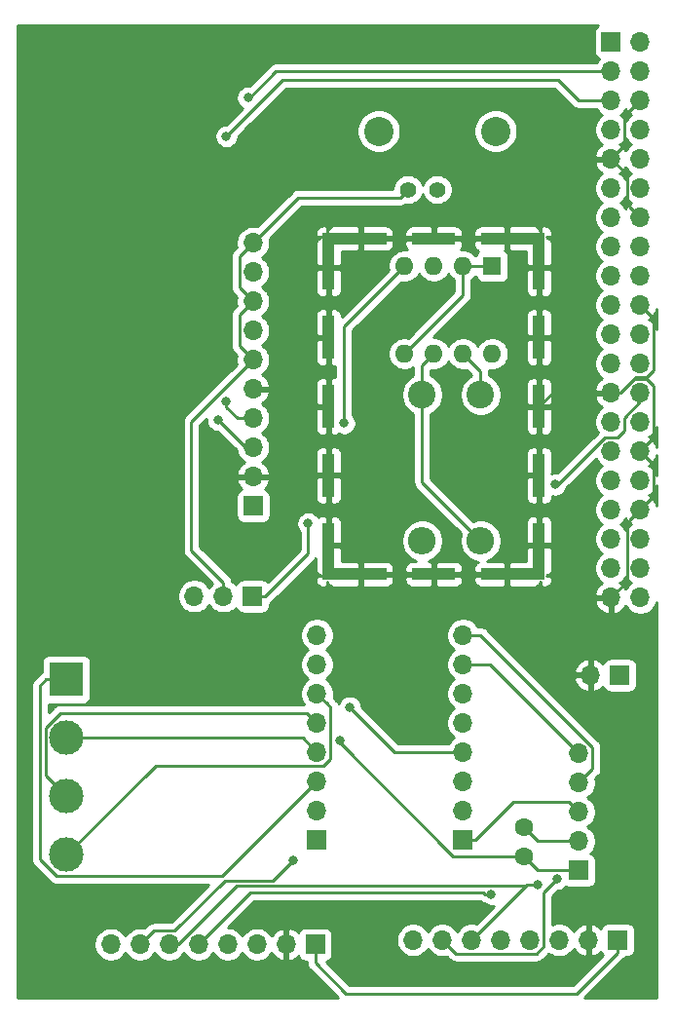
<source format=gtl>
G04 #@! TF.GenerationSoftware,KiCad,Pcbnew,(5.1.5)-3*
G04 #@! TF.CreationDate,2020-07-21T16:33:31-04:00*
G04 #@! TF.ProjectId,full_project,66756c6c-5f70-4726-9f6a-6563742e6b69,rev?*
G04 #@! TF.SameCoordinates,Original*
G04 #@! TF.FileFunction,Copper,L1,Top*
G04 #@! TF.FilePolarity,Positive*
%FSLAX46Y46*%
G04 Gerber Fmt 4.6, Leading zero omitted, Abs format (unit mm)*
G04 Created by KiCad (PCBNEW (5.1.5)-3) date 2020-07-21 16:33:31*
%MOMM*%
%LPD*%
G04 APERTURE LIST*
%ADD10C,1.600000*%
%ADD11R,1.700000X1.700000*%
%ADD12O,1.700000X1.700000*%
%ADD13C,3.000000*%
%ADD14R,3.000000X3.000000*%
%ADD15C,1.397000*%
%ADD16C,2.540000*%
%ADD17C,2.400000*%
%ADD18O,2.400000X2.400000*%
%ADD19R,1.600000X1.600000*%
%ADD20O,1.600000X1.600000*%
%ADD21R,1.000000X1.000000*%
%ADD22R,1.000000X3.980000*%
%ADD23R,1.000000X3.800000*%
%ADD24R,4.550000X1.000000*%
%ADD25R,3.800000X1.000000*%
%ADD26C,0.800000*%
%ADD27C,0.250000*%
%ADD28C,0.254000*%
G04 APERTURE END LIST*
D10*
X167081200Y-119583200D03*
X167081200Y-117083200D03*
D11*
X143535400Y-97002600D03*
D12*
X140995400Y-97002600D03*
X138455400Y-97002600D03*
D11*
X174688500Y-48831500D03*
D12*
X177228500Y-48831500D03*
X174688500Y-51371500D03*
X177228500Y-51371500D03*
X174688500Y-53911500D03*
X177228500Y-53911500D03*
X174688500Y-56451500D03*
X177228500Y-56451500D03*
X174688500Y-58991500D03*
X177228500Y-58991500D03*
X174688500Y-61531500D03*
X177228500Y-61531500D03*
X174688500Y-64071500D03*
X177228500Y-64071500D03*
X174688500Y-66611500D03*
X177228500Y-66611500D03*
X174688500Y-69151500D03*
X177228500Y-69151500D03*
X174688500Y-71691500D03*
X177228500Y-71691500D03*
X174688500Y-74231500D03*
X177228500Y-74231500D03*
X174688500Y-76771500D03*
X177228500Y-76771500D03*
X174688500Y-79311500D03*
X177228500Y-79311500D03*
X174688500Y-81851500D03*
X177228500Y-81851500D03*
X174688500Y-84391500D03*
X177228500Y-84391500D03*
X174688500Y-86931500D03*
X177228500Y-86931500D03*
X174688500Y-89471500D03*
X177228500Y-89471500D03*
X174688500Y-92011500D03*
X177228500Y-92011500D03*
X174688500Y-94551500D03*
X177228500Y-94551500D03*
X174688500Y-97091500D03*
X177228500Y-97091500D03*
D11*
X171881800Y-120827800D03*
D12*
X171881800Y-118287800D03*
X171881800Y-115747800D03*
X171881800Y-113207800D03*
X171881800Y-110667800D03*
D13*
X127330200Y-109321600D03*
X127330200Y-114401600D03*
D14*
X127330200Y-104241600D03*
D13*
X127330200Y-119481600D03*
D15*
X159575500Y-61658500D03*
X157035500Y-61658500D03*
D16*
X154495500Y-56578500D03*
X164655500Y-56578500D03*
D17*
X163334700Y-79489300D03*
D18*
X163334700Y-92189300D03*
X158254700Y-92189300D03*
D17*
X158254700Y-79489300D03*
D11*
X143573500Y-89154000D03*
D12*
X143573500Y-86614000D03*
X143573500Y-84074000D03*
X143573500Y-81534000D03*
X143573500Y-78994000D03*
X143573500Y-76454000D03*
X143573500Y-73914000D03*
X143573500Y-71374000D03*
X143573500Y-68834000D03*
X143573500Y-66294000D03*
X161823400Y-100380800D03*
X161823400Y-102920800D03*
X161823400Y-105460800D03*
X161823400Y-108000800D03*
X161823400Y-110540800D03*
X161823400Y-113080800D03*
X161823400Y-115620800D03*
D11*
X161823400Y-118160800D03*
X149123400Y-118160800D03*
D12*
X149123400Y-110540800D03*
X149123400Y-100380800D03*
X149123400Y-102920800D03*
X149123400Y-105460800D03*
X149123400Y-108000800D03*
X149123400Y-115620800D03*
X149123400Y-113080800D03*
D11*
X175260000Y-126873000D03*
D12*
X172720000Y-126873000D03*
X170180000Y-126873000D03*
X167640000Y-126873000D03*
X165100000Y-126873000D03*
X162560000Y-126873000D03*
X160020000Y-126873000D03*
X157480000Y-126873000D03*
X131191000Y-127254000D03*
X133731000Y-127254000D03*
X136271000Y-127254000D03*
X138811000Y-127254000D03*
X141351000Y-127254000D03*
X143891000Y-127254000D03*
X146431000Y-127254000D03*
D11*
X148971000Y-127254000D03*
D19*
X164350700Y-68313300D03*
D20*
X156730700Y-75933300D03*
X161810700Y-68313300D03*
X159270700Y-75933300D03*
X159270700Y-68313300D03*
X161810700Y-75933300D03*
X156730700Y-68313300D03*
X164350700Y-75933300D03*
D21*
X168420700Y-65925300D03*
X168420700Y-95085300D03*
X150120700Y-95085300D03*
X150120700Y-65925300D03*
D22*
X168420700Y-68415300D03*
X150120700Y-68415300D03*
D23*
X168420700Y-74505300D03*
X150120700Y-74505300D03*
X168420700Y-80505300D03*
X150120700Y-80505300D03*
X168420700Y-86505300D03*
X150120700Y-86505300D03*
D22*
X168420700Y-92595300D03*
X150120700Y-92595300D03*
D24*
X165645700Y-65925300D03*
X165645700Y-95085300D03*
D25*
X159270700Y-65925300D03*
X159270700Y-95085300D03*
D24*
X152895700Y-65925300D03*
X152895700Y-95085300D03*
D11*
X175437800Y-103860600D03*
D12*
X172897800Y-103860600D03*
D26*
X151079200Y-109499400D03*
X151968200Y-106654600D03*
X148361400Y-90678000D03*
X151485600Y-81965800D03*
X143129000Y-53670200D03*
X143129000Y-53670200D03*
X141249400Y-80035400D03*
X141249400Y-57023000D03*
X140524399Y-81672599D03*
X164261800Y-122886300D03*
X168275000Y-122072400D03*
X169810600Y-87299800D03*
X147015200Y-119989600D03*
X170027600Y-121552800D03*
D27*
X168325800Y-120827800D02*
X167081200Y-119583200D01*
X171881800Y-120827800D02*
X168325800Y-120827800D01*
X160960798Y-119583200D02*
X151079200Y-109701602D01*
X167081200Y-119583200D02*
X160960798Y-119583200D01*
X151079200Y-109701602D02*
X151079200Y-109499400D01*
X168285800Y-118287800D02*
X167081200Y-117083200D01*
X171881800Y-118287800D02*
X168285800Y-118287800D01*
X155854400Y-110540800D02*
X161823400Y-110540800D01*
X151968200Y-106654600D02*
X155854400Y-110540800D01*
X144635400Y-97002600D02*
X148361400Y-93276600D01*
X143535400Y-97002600D02*
X144635400Y-97002600D01*
X148361400Y-93276600D02*
X148361400Y-90678000D01*
X144423499Y-65444001D02*
X143573500Y-66294000D01*
X147510501Y-62356999D02*
X144423499Y-65444001D01*
X156337001Y-62356999D02*
X147510501Y-62356999D01*
X157035500Y-61658500D02*
X156337001Y-62356999D01*
X142723501Y-70524001D02*
X143573500Y-71374000D01*
X142398499Y-70198999D02*
X142723501Y-70524001D01*
X142398499Y-67469001D02*
X142398499Y-70198999D01*
X143573500Y-66294000D02*
X142398499Y-67469001D01*
X142398499Y-75278999D02*
X142723501Y-75604001D01*
X142398499Y-72549001D02*
X142398499Y-75278999D01*
X142723501Y-75604001D02*
X143573500Y-76454000D01*
X143573500Y-71374000D02*
X142398499Y-72549001D01*
X140995400Y-95800519D02*
X138201400Y-93006519D01*
X140995400Y-97002600D02*
X140995400Y-95800519D01*
X138201400Y-81826100D02*
X143573500Y-76454000D01*
X138201400Y-93006519D02*
X138201400Y-81826100D01*
X156730700Y-68313300D02*
X151485600Y-73558400D01*
X151485600Y-73558400D02*
X151485600Y-81965800D01*
X175260000Y-127973000D02*
X171686400Y-131546600D01*
X175260000Y-126873000D02*
X175260000Y-127973000D01*
X171686400Y-131546600D02*
X151663400Y-131546600D01*
X148971000Y-128854200D02*
X148971000Y-127254000D01*
X151663400Y-131546600D02*
X148971000Y-128854200D01*
X174688500Y-51371500D02*
X145554700Y-51371500D01*
X145554700Y-51371500D02*
X143129000Y-53797200D01*
X143129000Y-53797200D02*
X143129000Y-53670200D01*
X142371419Y-81534000D02*
X143573500Y-81534000D01*
X142182315Y-81534000D02*
X142371419Y-81534000D01*
X141249400Y-80601085D02*
X142182315Y-81534000D01*
X141249400Y-80035400D02*
X141249400Y-80601085D01*
X174688500Y-53911500D02*
X173486419Y-53911500D01*
X173486419Y-53911500D02*
X171869100Y-53911500D01*
X171869100Y-53911500D02*
X170078400Y-52120800D01*
X170078400Y-52120800D02*
X146126200Y-52120800D01*
X146126200Y-52120800D02*
X141274800Y-56972200D01*
X141274800Y-56972200D02*
X141274800Y-56997600D01*
X141274800Y-56997600D02*
X141249400Y-57023000D01*
X142925800Y-84074000D02*
X143573500Y-84074000D01*
X140524399Y-81672599D02*
X142925800Y-84074000D01*
X169614500Y-79311500D02*
X168420700Y-80505300D01*
X174688500Y-79311500D02*
X169614500Y-79311500D01*
X178078499Y-72541499D02*
X177228500Y-71691500D01*
X178403501Y-72866501D02*
X178078499Y-72541499D01*
X178403501Y-77335501D02*
X178403501Y-72866501D01*
X177792501Y-77946501D02*
X178403501Y-77335501D01*
X176854497Y-77946501D02*
X177792501Y-77946501D01*
X175489498Y-79311500D02*
X176854497Y-77946501D01*
X178403501Y-83216499D02*
X178078499Y-83541501D01*
X178078499Y-83541501D02*
X177228500Y-84391500D01*
X178403501Y-78747499D02*
X178403501Y-83216499D01*
X177792501Y-78136499D02*
X178403501Y-78747499D01*
X176664499Y-78136499D02*
X177792501Y-78136499D01*
X175489498Y-79311500D02*
X176664499Y-78136499D01*
X174688500Y-79311500D02*
X175489498Y-79311500D01*
X178078499Y-88621501D02*
X177228500Y-89471500D01*
X178403501Y-88296499D02*
X178078499Y-88621501D01*
X178403501Y-85566501D02*
X178403501Y-88296499D01*
X177228500Y-84391500D02*
X178403501Y-85566501D01*
X176378501Y-90321499D02*
X177228500Y-89471500D01*
X176053499Y-90646501D02*
X176378501Y-90321499D01*
X176053499Y-95726501D02*
X176053499Y-90646501D01*
X174688500Y-97091500D02*
X176053499Y-95726501D01*
X176378501Y-63221501D02*
X177228500Y-64071500D01*
X176053499Y-62896499D02*
X176378501Y-63221501D01*
X176053499Y-60356499D02*
X176053499Y-62896499D01*
X174688500Y-58991500D02*
X176053499Y-60356499D01*
X175538499Y-58141501D02*
X174688500Y-58991500D01*
X175863501Y-57816499D02*
X175538499Y-58141501D01*
X175863501Y-55276499D02*
X175863501Y-57816499D01*
X177228500Y-53911500D02*
X175863501Y-55276499D01*
X150120700Y-95085300D02*
X150120700Y-92595300D01*
X168420700Y-95085300D02*
X168420700Y-92595300D01*
X163696115Y-122886300D02*
X163517215Y-122707400D01*
X164261800Y-122886300D02*
X163696115Y-122886300D01*
X143357600Y-122707400D02*
X138811000Y-127254000D01*
X163517215Y-122707400D02*
X143357600Y-122707400D01*
X168275000Y-122072400D02*
X167360600Y-122072400D01*
X167271700Y-122161300D02*
X162560000Y-126873000D01*
X167360600Y-122072400D02*
X167271700Y-122161300D01*
X142164698Y-122161300D02*
X142189200Y-122161300D01*
X136271000Y-127254000D02*
X137071998Y-127254000D01*
X137071998Y-127254000D02*
X142164698Y-122161300D01*
X142164698Y-122161300D02*
X167271700Y-122161300D01*
X175252501Y-83216499D02*
X174136301Y-83216499D01*
X175863501Y-81477497D02*
X175863501Y-82605499D01*
X175863501Y-82605499D02*
X175252501Y-83216499D01*
X177228500Y-79311500D02*
X177228500Y-80112498D01*
X177228500Y-80112498D02*
X175863501Y-81477497D01*
X174136301Y-83216499D02*
X170053000Y-87299800D01*
X170053000Y-87299800D02*
X169810600Y-87299800D01*
X134580999Y-126404001D02*
X133731000Y-127254000D01*
X134906001Y-126078999D02*
X134580999Y-126404001D01*
X136761611Y-126078999D02*
X134906001Y-126078999D01*
X141129320Y-121711290D02*
X136761611Y-126078999D01*
X145293510Y-121711290D02*
X141129320Y-121711290D01*
X147015200Y-119989600D02*
X145293510Y-121711290D01*
X160869999Y-127722999D02*
X160020000Y-126873000D01*
X161195001Y-128048001D02*
X160869999Y-127722999D01*
X168204001Y-128048001D02*
X161195001Y-128048001D01*
X168815001Y-127437001D02*
X168204001Y-128048001D01*
X168815001Y-122765399D02*
X168815001Y-127437001D01*
X170027600Y-121552800D02*
X168815001Y-122765399D01*
X162923400Y-118160800D02*
X161823400Y-118160800D01*
X166186399Y-114897801D02*
X162923400Y-118160800D01*
X171031801Y-114897801D02*
X166186399Y-114897801D01*
X171881800Y-115747800D02*
X171031801Y-114897801D01*
X163025481Y-100380800D02*
X161823400Y-100380800D01*
X163333802Y-100380800D02*
X163025481Y-100380800D01*
X173056801Y-110103799D02*
X163333802Y-100380800D01*
X173056801Y-112032799D02*
X173056801Y-110103799D01*
X171881800Y-113207800D02*
X173056801Y-112032799D01*
X164134800Y-102920800D02*
X161823400Y-102920800D01*
X171881800Y-110667800D02*
X164134800Y-102920800D01*
X147904200Y-109321600D02*
X149123400Y-110540800D01*
X127330200Y-109321600D02*
X147904200Y-109321600D01*
X126799997Y-107150801D02*
X148273401Y-107150801D01*
X125505199Y-108445599D02*
X126799997Y-107150801D01*
X125505199Y-112576599D02*
X125505199Y-108445599D01*
X148273401Y-107150801D02*
X149123400Y-108000800D01*
X127330200Y-114401600D02*
X125505199Y-112576599D01*
X126454199Y-121306601D02*
X140897599Y-121306601D01*
X125055189Y-119907591D02*
X126454199Y-121306601D01*
X148273401Y-113930799D02*
X149123400Y-113080800D01*
X140897599Y-121306601D02*
X148273401Y-113930799D01*
X125055189Y-104766611D02*
X125055189Y-119907591D01*
X125580200Y-104241600D02*
X125055189Y-104766611D01*
X127330200Y-104241600D02*
X125580200Y-104241600D01*
X149973399Y-106310799D02*
X149123400Y-105460800D01*
X149687401Y-111715801D02*
X150298401Y-111104801D01*
X135095999Y-111715801D02*
X149687401Y-111715801D01*
X150298401Y-106635801D02*
X149973399Y-106310799D01*
X150298401Y-111104801D02*
X150298401Y-106635801D01*
X127330200Y-119481600D02*
X135095999Y-111715801D01*
X163334700Y-77457300D02*
X163334700Y-79489300D01*
X161810700Y-75933300D02*
X163334700Y-77457300D01*
X158254700Y-76949300D02*
X159270700Y-75933300D01*
X158254700Y-79489300D02*
X158254700Y-76949300D01*
X158254700Y-87109300D02*
X163334700Y-92189300D01*
X158254700Y-79489300D02*
X158254700Y-87109300D01*
X162942070Y-68313300D02*
X164350700Y-68313300D01*
X161810700Y-68313300D02*
X162942070Y-68313300D01*
X161810700Y-70853300D02*
X161810700Y-68313300D01*
X156730700Y-75933300D02*
X161810700Y-70853300D01*
D28*
G36*
X173484006Y-47450963D02*
G01*
X173387315Y-47530315D01*
X173307963Y-47627006D01*
X173248998Y-47737320D01*
X173212688Y-47857018D01*
X173200428Y-47981500D01*
X173200428Y-49681500D01*
X173212688Y-49805982D01*
X173248998Y-49925680D01*
X173307963Y-50035994D01*
X173387315Y-50132685D01*
X173484006Y-50212037D01*
X173594320Y-50271002D01*
X173666880Y-50293013D01*
X173535025Y-50424868D01*
X173410322Y-50611500D01*
X145592023Y-50611500D01*
X145554700Y-50607824D01*
X145517377Y-50611500D01*
X145517367Y-50611500D01*
X145405714Y-50622497D01*
X145262453Y-50665954D01*
X145130424Y-50736526D01*
X145014699Y-50831499D01*
X144990901Y-50860497D01*
X143216199Y-52635200D01*
X143027061Y-52635200D01*
X142827102Y-52674974D01*
X142638744Y-52752995D01*
X142469226Y-52866263D01*
X142325063Y-53010426D01*
X142211795Y-53179944D01*
X142133774Y-53368302D01*
X142094000Y-53568261D01*
X142094000Y-53772139D01*
X142133774Y-53972098D01*
X142211795Y-54160456D01*
X142325063Y-54329974D01*
X142469226Y-54474137D01*
X142606403Y-54565796D01*
X141184199Y-55988000D01*
X141147461Y-55988000D01*
X140947502Y-56027774D01*
X140759144Y-56105795D01*
X140589626Y-56219063D01*
X140445463Y-56363226D01*
X140332195Y-56532744D01*
X140254174Y-56721102D01*
X140214400Y-56921061D01*
X140214400Y-57124939D01*
X140254174Y-57324898D01*
X140332195Y-57513256D01*
X140445463Y-57682774D01*
X140589626Y-57826937D01*
X140759144Y-57940205D01*
X140947502Y-58018226D01*
X141147461Y-58058000D01*
X141351339Y-58058000D01*
X141551298Y-58018226D01*
X141739656Y-57940205D01*
X141909174Y-57826937D01*
X142053337Y-57682774D01*
X142166605Y-57513256D01*
X142244626Y-57324898D01*
X142284400Y-57124939D01*
X142284400Y-57037401D01*
X142930927Y-56390874D01*
X152590500Y-56390874D01*
X152590500Y-56766126D01*
X152663709Y-57134168D01*
X152807311Y-57480856D01*
X153015790Y-57792866D01*
X153281134Y-58058210D01*
X153593144Y-58266689D01*
X153939832Y-58410291D01*
X154307874Y-58483500D01*
X154683126Y-58483500D01*
X155051168Y-58410291D01*
X155397856Y-58266689D01*
X155709866Y-58058210D01*
X155975210Y-57792866D01*
X156183689Y-57480856D01*
X156327291Y-57134168D01*
X156400500Y-56766126D01*
X156400500Y-56390874D01*
X162750500Y-56390874D01*
X162750500Y-56766126D01*
X162823709Y-57134168D01*
X162967311Y-57480856D01*
X163175790Y-57792866D01*
X163441134Y-58058210D01*
X163753144Y-58266689D01*
X164099832Y-58410291D01*
X164467874Y-58483500D01*
X164843126Y-58483500D01*
X165211168Y-58410291D01*
X165557856Y-58266689D01*
X165869866Y-58058210D01*
X166135210Y-57792866D01*
X166343689Y-57480856D01*
X166487291Y-57134168D01*
X166560500Y-56766126D01*
X166560500Y-56390874D01*
X166487291Y-56022832D01*
X166343689Y-55676144D01*
X166135210Y-55364134D01*
X165869866Y-55098790D01*
X165557856Y-54890311D01*
X165211168Y-54746709D01*
X164843126Y-54673500D01*
X164467874Y-54673500D01*
X164099832Y-54746709D01*
X163753144Y-54890311D01*
X163441134Y-55098790D01*
X163175790Y-55364134D01*
X162967311Y-55676144D01*
X162823709Y-56022832D01*
X162750500Y-56390874D01*
X156400500Y-56390874D01*
X156327291Y-56022832D01*
X156183689Y-55676144D01*
X155975210Y-55364134D01*
X155709866Y-55098790D01*
X155397856Y-54890311D01*
X155051168Y-54746709D01*
X154683126Y-54673500D01*
X154307874Y-54673500D01*
X153939832Y-54746709D01*
X153593144Y-54890311D01*
X153281134Y-55098790D01*
X153015790Y-55364134D01*
X152807311Y-55676144D01*
X152663709Y-56022832D01*
X152590500Y-56390874D01*
X142930927Y-56390874D01*
X146441002Y-52880800D01*
X169763599Y-52880800D01*
X171305301Y-54422503D01*
X171329099Y-54451501D01*
X171444824Y-54546474D01*
X171576853Y-54617046D01*
X171720114Y-54660503D01*
X171831767Y-54671500D01*
X171831776Y-54671500D01*
X171869099Y-54675176D01*
X171906422Y-54671500D01*
X173410322Y-54671500D01*
X173535025Y-54858132D01*
X173741868Y-55064975D01*
X173916260Y-55181500D01*
X173741868Y-55298025D01*
X173535025Y-55504868D01*
X173372510Y-55748089D01*
X173260568Y-56018342D01*
X173203500Y-56305240D01*
X173203500Y-56597760D01*
X173260568Y-56884658D01*
X173372510Y-57154911D01*
X173535025Y-57398132D01*
X173741868Y-57604975D01*
X173924034Y-57726695D01*
X173807145Y-57796322D01*
X173590912Y-57991231D01*
X173416859Y-58224580D01*
X173291675Y-58487401D01*
X173247024Y-58634610D01*
X173368345Y-58864500D01*
X174561500Y-58864500D01*
X174561500Y-58844500D01*
X174815500Y-58844500D01*
X174815500Y-58864500D01*
X174835500Y-58864500D01*
X174835500Y-59118500D01*
X174815500Y-59118500D01*
X174815500Y-59138500D01*
X174561500Y-59138500D01*
X174561500Y-59118500D01*
X173368345Y-59118500D01*
X173247024Y-59348390D01*
X173291675Y-59495599D01*
X173416859Y-59758420D01*
X173590912Y-59991769D01*
X173807145Y-60186678D01*
X173924034Y-60256305D01*
X173741868Y-60378025D01*
X173535025Y-60584868D01*
X173372510Y-60828089D01*
X173260568Y-61098342D01*
X173203500Y-61385240D01*
X173203500Y-61677760D01*
X173260568Y-61964658D01*
X173372510Y-62234911D01*
X173535025Y-62478132D01*
X173741868Y-62684975D01*
X173916260Y-62801500D01*
X173741868Y-62918025D01*
X173535025Y-63124868D01*
X173372510Y-63368089D01*
X173260568Y-63638342D01*
X173203500Y-63925240D01*
X173203500Y-64217760D01*
X173260568Y-64504658D01*
X173372510Y-64774911D01*
X173535025Y-65018132D01*
X173741868Y-65224975D01*
X173916260Y-65341500D01*
X173741868Y-65458025D01*
X173535025Y-65664868D01*
X173372510Y-65908089D01*
X173260568Y-66178342D01*
X173203500Y-66465240D01*
X173203500Y-66757760D01*
X173260568Y-67044658D01*
X173372510Y-67314911D01*
X173535025Y-67558132D01*
X173741868Y-67764975D01*
X173916260Y-67881500D01*
X173741868Y-67998025D01*
X173535025Y-68204868D01*
X173372510Y-68448089D01*
X173260568Y-68718342D01*
X173203500Y-69005240D01*
X173203500Y-69297760D01*
X173260568Y-69584658D01*
X173372510Y-69854911D01*
X173535025Y-70098132D01*
X173741868Y-70304975D01*
X173916260Y-70421500D01*
X173741868Y-70538025D01*
X173535025Y-70744868D01*
X173372510Y-70988089D01*
X173260568Y-71258342D01*
X173203500Y-71545240D01*
X173203500Y-71837760D01*
X173260568Y-72124658D01*
X173372510Y-72394911D01*
X173535025Y-72638132D01*
X173741868Y-72844975D01*
X173916260Y-72961500D01*
X173741868Y-73078025D01*
X173535025Y-73284868D01*
X173372510Y-73528089D01*
X173260568Y-73798342D01*
X173203500Y-74085240D01*
X173203500Y-74377760D01*
X173260568Y-74664658D01*
X173372510Y-74934911D01*
X173535025Y-75178132D01*
X173741868Y-75384975D01*
X173916260Y-75501500D01*
X173741868Y-75618025D01*
X173535025Y-75824868D01*
X173372510Y-76068089D01*
X173260568Y-76338342D01*
X173203500Y-76625240D01*
X173203500Y-76917760D01*
X173260568Y-77204658D01*
X173372510Y-77474911D01*
X173535025Y-77718132D01*
X173741868Y-77924975D01*
X173924034Y-78046695D01*
X173807145Y-78116322D01*
X173590912Y-78311231D01*
X173416859Y-78544580D01*
X173291675Y-78807401D01*
X173247024Y-78954610D01*
X173368345Y-79184500D01*
X174561500Y-79184500D01*
X174561500Y-79164500D01*
X174815500Y-79164500D01*
X174815500Y-79184500D01*
X174835500Y-79184500D01*
X174835500Y-79438500D01*
X174815500Y-79438500D01*
X174815500Y-79458500D01*
X174561500Y-79458500D01*
X174561500Y-79438500D01*
X173368345Y-79438500D01*
X173247024Y-79668390D01*
X173291675Y-79815599D01*
X173416859Y-80078420D01*
X173590912Y-80311769D01*
X173807145Y-80506678D01*
X173924034Y-80576305D01*
X173741868Y-80698025D01*
X173535025Y-80904868D01*
X173372510Y-81148089D01*
X173260568Y-81418342D01*
X173203500Y-81705240D01*
X173203500Y-81997760D01*
X173260568Y-82284658D01*
X173372510Y-82554911D01*
X173512931Y-82765067D01*
X169996498Y-86281500D01*
X169912539Y-86264800D01*
X169708661Y-86264800D01*
X169508702Y-86304574D01*
X169443787Y-86331463D01*
X169555700Y-86219550D01*
X169558772Y-84605300D01*
X169546512Y-84480818D01*
X169510202Y-84361120D01*
X169451237Y-84250806D01*
X169371885Y-84154115D01*
X169275194Y-84074763D01*
X169164880Y-84015798D01*
X169045182Y-83979488D01*
X168920700Y-83967228D01*
X168706450Y-83970300D01*
X168547700Y-84129050D01*
X168547700Y-86378300D01*
X168567700Y-86378300D01*
X168567700Y-86632300D01*
X168547700Y-86632300D01*
X168547700Y-88881550D01*
X168706450Y-89040300D01*
X168920700Y-89043372D01*
X169045182Y-89031112D01*
X169164880Y-88994802D01*
X169275194Y-88935837D01*
X169371885Y-88856485D01*
X169451237Y-88759794D01*
X169510202Y-88649480D01*
X169546512Y-88529782D01*
X169558772Y-88405300D01*
X169558581Y-88304947D01*
X169708661Y-88334800D01*
X169912539Y-88334800D01*
X170112498Y-88295026D01*
X170300856Y-88217005D01*
X170470374Y-88103737D01*
X170614537Y-87959574D01*
X170727805Y-87790056D01*
X170791629Y-87635972D01*
X173360847Y-85066754D01*
X173372510Y-85094911D01*
X173535025Y-85338132D01*
X173741868Y-85544975D01*
X173916260Y-85661500D01*
X173741868Y-85778025D01*
X173535025Y-85984868D01*
X173372510Y-86228089D01*
X173260568Y-86498342D01*
X173203500Y-86785240D01*
X173203500Y-87077760D01*
X173260568Y-87364658D01*
X173372510Y-87634911D01*
X173535025Y-87878132D01*
X173741868Y-88084975D01*
X173916260Y-88201500D01*
X173741868Y-88318025D01*
X173535025Y-88524868D01*
X173372510Y-88768089D01*
X173260568Y-89038342D01*
X173203500Y-89325240D01*
X173203500Y-89617760D01*
X173260568Y-89904658D01*
X173372510Y-90174911D01*
X173535025Y-90418132D01*
X173741868Y-90624975D01*
X173916260Y-90741500D01*
X173741868Y-90858025D01*
X173535025Y-91064868D01*
X173372510Y-91308089D01*
X173260568Y-91578342D01*
X173203500Y-91865240D01*
X173203500Y-92157760D01*
X173260568Y-92444658D01*
X173372510Y-92714911D01*
X173535025Y-92958132D01*
X173741868Y-93164975D01*
X173916260Y-93281500D01*
X173741868Y-93398025D01*
X173535025Y-93604868D01*
X173372510Y-93848089D01*
X173260568Y-94118342D01*
X173203500Y-94405240D01*
X173203500Y-94697760D01*
X173260568Y-94984658D01*
X173372510Y-95254911D01*
X173535025Y-95498132D01*
X173741868Y-95704975D01*
X173924034Y-95826695D01*
X173807145Y-95896322D01*
X173590912Y-96091231D01*
X173416859Y-96324580D01*
X173291675Y-96587401D01*
X173247024Y-96734610D01*
X173368345Y-96964500D01*
X174561500Y-96964500D01*
X174561500Y-96944500D01*
X174815500Y-96944500D01*
X174815500Y-96964500D01*
X174835500Y-96964500D01*
X174835500Y-97218500D01*
X174815500Y-97218500D01*
X174815500Y-98412314D01*
X175045391Y-98532981D01*
X175319752Y-98435657D01*
X175569855Y-98286678D01*
X175786088Y-98091769D01*
X175957400Y-97862094D01*
X176075025Y-98038132D01*
X176281868Y-98244975D01*
X176525089Y-98407490D01*
X176795342Y-98519432D01*
X177082240Y-98576500D01*
X177374760Y-98576500D01*
X177661658Y-98519432D01*
X177931911Y-98407490D01*
X178175132Y-98244975D01*
X178381975Y-98038132D01*
X178544490Y-97794911D01*
X178656432Y-97524658D01*
X178664000Y-97486609D01*
X178664000Y-131928000D01*
X172379801Y-131928000D01*
X175771003Y-128536799D01*
X175800001Y-128513001D01*
X175894974Y-128397276D01*
X175914326Y-128361072D01*
X176110000Y-128361072D01*
X176234482Y-128348812D01*
X176354180Y-128312502D01*
X176464494Y-128253537D01*
X176561185Y-128174185D01*
X176640537Y-128077494D01*
X176699502Y-127967180D01*
X176735812Y-127847482D01*
X176748072Y-127723000D01*
X176748072Y-126023000D01*
X176735812Y-125898518D01*
X176699502Y-125778820D01*
X176640537Y-125668506D01*
X176561185Y-125571815D01*
X176464494Y-125492463D01*
X176354180Y-125433498D01*
X176234482Y-125397188D01*
X176110000Y-125384928D01*
X174410000Y-125384928D01*
X174285518Y-125397188D01*
X174165820Y-125433498D01*
X174055506Y-125492463D01*
X173958815Y-125571815D01*
X173879463Y-125668506D01*
X173820498Y-125778820D01*
X173796034Y-125859466D01*
X173720269Y-125775412D01*
X173486920Y-125601359D01*
X173224099Y-125476175D01*
X173076890Y-125431524D01*
X172847000Y-125552845D01*
X172847000Y-126746000D01*
X172867000Y-126746000D01*
X172867000Y-127000000D01*
X172847000Y-127000000D01*
X172847000Y-128193155D01*
X173076890Y-128314476D01*
X173224099Y-128269825D01*
X173486920Y-128144641D01*
X173720269Y-127970588D01*
X173796034Y-127886534D01*
X173820498Y-127967180D01*
X173879463Y-128077494D01*
X173958815Y-128174185D01*
X173972655Y-128185543D01*
X171371599Y-130786600D01*
X151978202Y-130786600D01*
X149923571Y-128731970D01*
X149945482Y-128729812D01*
X150065180Y-128693502D01*
X150175494Y-128634537D01*
X150272185Y-128555185D01*
X150351537Y-128458494D01*
X150410502Y-128348180D01*
X150446812Y-128228482D01*
X150459072Y-128104000D01*
X150459072Y-126404000D01*
X150446812Y-126279518D01*
X150410502Y-126159820D01*
X150351537Y-126049506D01*
X150272185Y-125952815D01*
X150175494Y-125873463D01*
X150065180Y-125814498D01*
X149945482Y-125778188D01*
X149821000Y-125765928D01*
X148121000Y-125765928D01*
X147996518Y-125778188D01*
X147876820Y-125814498D01*
X147766506Y-125873463D01*
X147669815Y-125952815D01*
X147590463Y-126049506D01*
X147531498Y-126159820D01*
X147507034Y-126240466D01*
X147431269Y-126156412D01*
X147197920Y-125982359D01*
X146935099Y-125857175D01*
X146787890Y-125812524D01*
X146558000Y-125933845D01*
X146558000Y-127127000D01*
X146578000Y-127127000D01*
X146578000Y-127381000D01*
X146558000Y-127381000D01*
X146558000Y-128574155D01*
X146787890Y-128695476D01*
X146935099Y-128650825D01*
X147197920Y-128525641D01*
X147431269Y-128351588D01*
X147507034Y-128267534D01*
X147531498Y-128348180D01*
X147590463Y-128458494D01*
X147669815Y-128555185D01*
X147766506Y-128634537D01*
X147876820Y-128693502D01*
X147996518Y-128729812D01*
X148121000Y-128742072D01*
X148211000Y-128742072D01*
X148211000Y-128816877D01*
X148207324Y-128854200D01*
X148211000Y-128891522D01*
X148211000Y-128891532D01*
X148221997Y-129003185D01*
X148265454Y-129146446D01*
X148336026Y-129278476D01*
X148375871Y-129327026D01*
X148430999Y-129394201D01*
X148460003Y-129418004D01*
X150969998Y-131928000D01*
X123088000Y-131928000D01*
X123088000Y-104766611D01*
X124291513Y-104766611D01*
X124295189Y-104803933D01*
X124295190Y-119870258D01*
X124291513Y-119907591D01*
X124295190Y-119944924D01*
X124306187Y-120056577D01*
X124312927Y-120078797D01*
X124349643Y-120199837D01*
X124420215Y-120331867D01*
X124479023Y-120403524D01*
X124515189Y-120447592D01*
X124544187Y-120471390D01*
X125890400Y-121817604D01*
X125914198Y-121846602D01*
X125943196Y-121870400D01*
X126029922Y-121941575D01*
X126142448Y-122001722D01*
X126161952Y-122012147D01*
X126305213Y-122055604D01*
X126416866Y-122066601D01*
X126416876Y-122066601D01*
X126454199Y-122070277D01*
X126491522Y-122066601D01*
X139699207Y-122066601D01*
X136446810Y-125318999D01*
X134943323Y-125318999D01*
X134906000Y-125315323D01*
X134868677Y-125318999D01*
X134868668Y-125318999D01*
X134757015Y-125329996D01*
X134613754Y-125373453D01*
X134481725Y-125444025D01*
X134366000Y-125538998D01*
X134342197Y-125568002D01*
X134097408Y-125812791D01*
X133877260Y-125769000D01*
X133584740Y-125769000D01*
X133297842Y-125826068D01*
X133027589Y-125938010D01*
X132784368Y-126100525D01*
X132577525Y-126307368D01*
X132461000Y-126481760D01*
X132344475Y-126307368D01*
X132137632Y-126100525D01*
X131894411Y-125938010D01*
X131624158Y-125826068D01*
X131337260Y-125769000D01*
X131044740Y-125769000D01*
X130757842Y-125826068D01*
X130487589Y-125938010D01*
X130244368Y-126100525D01*
X130037525Y-126307368D01*
X129875010Y-126550589D01*
X129763068Y-126820842D01*
X129706000Y-127107740D01*
X129706000Y-127400260D01*
X129763068Y-127687158D01*
X129875010Y-127957411D01*
X130037525Y-128200632D01*
X130244368Y-128407475D01*
X130487589Y-128569990D01*
X130757842Y-128681932D01*
X131044740Y-128739000D01*
X131337260Y-128739000D01*
X131624158Y-128681932D01*
X131894411Y-128569990D01*
X132137632Y-128407475D01*
X132344475Y-128200632D01*
X132461000Y-128026240D01*
X132577525Y-128200632D01*
X132784368Y-128407475D01*
X133027589Y-128569990D01*
X133297842Y-128681932D01*
X133584740Y-128739000D01*
X133877260Y-128739000D01*
X134164158Y-128681932D01*
X134434411Y-128569990D01*
X134677632Y-128407475D01*
X134884475Y-128200632D01*
X135001000Y-128026240D01*
X135117525Y-128200632D01*
X135324368Y-128407475D01*
X135567589Y-128569990D01*
X135837842Y-128681932D01*
X136124740Y-128739000D01*
X136417260Y-128739000D01*
X136704158Y-128681932D01*
X136974411Y-128569990D01*
X137217632Y-128407475D01*
X137424475Y-128200632D01*
X137541000Y-128026240D01*
X137657525Y-128200632D01*
X137864368Y-128407475D01*
X138107589Y-128569990D01*
X138377842Y-128681932D01*
X138664740Y-128739000D01*
X138957260Y-128739000D01*
X139244158Y-128681932D01*
X139514411Y-128569990D01*
X139757632Y-128407475D01*
X139964475Y-128200632D01*
X140081000Y-128026240D01*
X140197525Y-128200632D01*
X140404368Y-128407475D01*
X140647589Y-128569990D01*
X140917842Y-128681932D01*
X141204740Y-128739000D01*
X141497260Y-128739000D01*
X141784158Y-128681932D01*
X142054411Y-128569990D01*
X142297632Y-128407475D01*
X142504475Y-128200632D01*
X142621000Y-128026240D01*
X142737525Y-128200632D01*
X142944368Y-128407475D01*
X143187589Y-128569990D01*
X143457842Y-128681932D01*
X143744740Y-128739000D01*
X144037260Y-128739000D01*
X144324158Y-128681932D01*
X144594411Y-128569990D01*
X144837632Y-128407475D01*
X145044475Y-128200632D01*
X145166195Y-128018466D01*
X145235822Y-128135355D01*
X145430731Y-128351588D01*
X145664080Y-128525641D01*
X145926901Y-128650825D01*
X146074110Y-128695476D01*
X146304000Y-128574155D01*
X146304000Y-127381000D01*
X146284000Y-127381000D01*
X146284000Y-127127000D01*
X146304000Y-127127000D01*
X146304000Y-125933845D01*
X146074110Y-125812524D01*
X145926901Y-125857175D01*
X145664080Y-125982359D01*
X145430731Y-126156412D01*
X145235822Y-126372645D01*
X145166195Y-126489534D01*
X145044475Y-126307368D01*
X144837632Y-126100525D01*
X144594411Y-125938010D01*
X144324158Y-125826068D01*
X144037260Y-125769000D01*
X143744740Y-125769000D01*
X143457842Y-125826068D01*
X143187589Y-125938010D01*
X142944368Y-126100525D01*
X142737525Y-126307368D01*
X142621000Y-126481760D01*
X142504475Y-126307368D01*
X142297632Y-126100525D01*
X142054411Y-125938010D01*
X141784158Y-125826068D01*
X141497260Y-125769000D01*
X141370802Y-125769000D01*
X143672403Y-123467400D01*
X163206193Y-123467400D01*
X163271839Y-123521274D01*
X163403868Y-123591846D01*
X163547076Y-123635287D01*
X163602026Y-123690237D01*
X163771544Y-123803505D01*
X163959902Y-123881526D01*
X164159861Y-123921300D01*
X164363739Y-123921300D01*
X164455064Y-123903134D01*
X162926408Y-125431791D01*
X162706260Y-125388000D01*
X162413740Y-125388000D01*
X162126842Y-125445068D01*
X161856589Y-125557010D01*
X161613368Y-125719525D01*
X161406525Y-125926368D01*
X161290000Y-126100760D01*
X161173475Y-125926368D01*
X160966632Y-125719525D01*
X160723411Y-125557010D01*
X160453158Y-125445068D01*
X160166260Y-125388000D01*
X159873740Y-125388000D01*
X159586842Y-125445068D01*
X159316589Y-125557010D01*
X159073368Y-125719525D01*
X158866525Y-125926368D01*
X158750000Y-126100760D01*
X158633475Y-125926368D01*
X158426632Y-125719525D01*
X158183411Y-125557010D01*
X157913158Y-125445068D01*
X157626260Y-125388000D01*
X157333740Y-125388000D01*
X157046842Y-125445068D01*
X156776589Y-125557010D01*
X156533368Y-125719525D01*
X156326525Y-125926368D01*
X156164010Y-126169589D01*
X156052068Y-126439842D01*
X155995000Y-126726740D01*
X155995000Y-127019260D01*
X156052068Y-127306158D01*
X156164010Y-127576411D01*
X156326525Y-127819632D01*
X156533368Y-128026475D01*
X156776589Y-128188990D01*
X157046842Y-128300932D01*
X157333740Y-128358000D01*
X157626260Y-128358000D01*
X157913158Y-128300932D01*
X158183411Y-128188990D01*
X158426632Y-128026475D01*
X158633475Y-127819632D01*
X158750000Y-127645240D01*
X158866525Y-127819632D01*
X159073368Y-128026475D01*
X159316589Y-128188990D01*
X159586842Y-128300932D01*
X159873740Y-128358000D01*
X160166260Y-128358000D01*
X160386408Y-128314209D01*
X160631197Y-128558998D01*
X160655000Y-128588002D01*
X160770725Y-128682975D01*
X160902754Y-128753547D01*
X161046015Y-128797004D01*
X161157668Y-128808001D01*
X161157677Y-128808001D01*
X161195000Y-128811677D01*
X161232323Y-128808001D01*
X168166679Y-128808001D01*
X168204001Y-128811677D01*
X168241323Y-128808001D01*
X168241334Y-128808001D01*
X168352987Y-128797004D01*
X168496248Y-128753547D01*
X168628277Y-128682975D01*
X168744002Y-128588002D01*
X168767804Y-128558999D01*
X169273509Y-128053296D01*
X169476589Y-128188990D01*
X169746842Y-128300932D01*
X170033740Y-128358000D01*
X170326260Y-128358000D01*
X170613158Y-128300932D01*
X170883411Y-128188990D01*
X171126632Y-128026475D01*
X171333475Y-127819632D01*
X171455195Y-127637466D01*
X171524822Y-127754355D01*
X171719731Y-127970588D01*
X171953080Y-128144641D01*
X172215901Y-128269825D01*
X172363110Y-128314476D01*
X172593000Y-128193155D01*
X172593000Y-127000000D01*
X172573000Y-127000000D01*
X172573000Y-126746000D01*
X172593000Y-126746000D01*
X172593000Y-125552845D01*
X172363110Y-125431524D01*
X172215901Y-125476175D01*
X171953080Y-125601359D01*
X171719731Y-125775412D01*
X171524822Y-125991645D01*
X171455195Y-126108534D01*
X171333475Y-125926368D01*
X171126632Y-125719525D01*
X170883411Y-125557010D01*
X170613158Y-125445068D01*
X170326260Y-125388000D01*
X170033740Y-125388000D01*
X169746842Y-125445068D01*
X169575001Y-125516247D01*
X169575001Y-123080200D01*
X170067402Y-122587800D01*
X170129539Y-122587800D01*
X170329498Y-122548026D01*
X170517856Y-122470005D01*
X170687374Y-122356737D01*
X170780575Y-122263536D01*
X170787620Y-122267302D01*
X170907318Y-122303612D01*
X171031800Y-122315872D01*
X172731800Y-122315872D01*
X172856282Y-122303612D01*
X172975980Y-122267302D01*
X173086294Y-122208337D01*
X173182985Y-122128985D01*
X173262337Y-122032294D01*
X173321302Y-121921980D01*
X173357612Y-121802282D01*
X173369872Y-121677800D01*
X173369872Y-119977800D01*
X173357612Y-119853318D01*
X173321302Y-119733620D01*
X173262337Y-119623306D01*
X173182985Y-119526615D01*
X173086294Y-119447263D01*
X172975980Y-119388298D01*
X172903420Y-119366287D01*
X173035275Y-119234432D01*
X173197790Y-118991211D01*
X173309732Y-118720958D01*
X173366800Y-118434060D01*
X173366800Y-118141540D01*
X173309732Y-117854642D01*
X173197790Y-117584389D01*
X173035275Y-117341168D01*
X172828432Y-117134325D01*
X172654040Y-117017800D01*
X172828432Y-116901275D01*
X173035275Y-116694432D01*
X173197790Y-116451211D01*
X173309732Y-116180958D01*
X173366800Y-115894060D01*
X173366800Y-115601540D01*
X173309732Y-115314642D01*
X173197790Y-115044389D01*
X173035275Y-114801168D01*
X172828432Y-114594325D01*
X172654040Y-114477800D01*
X172828432Y-114361275D01*
X173035275Y-114154432D01*
X173197790Y-113911211D01*
X173309732Y-113640958D01*
X173366800Y-113354060D01*
X173366800Y-113061540D01*
X173323010Y-112841392D01*
X173567805Y-112596597D01*
X173596802Y-112572800D01*
X173691775Y-112457075D01*
X173762347Y-112325046D01*
X173805804Y-112181785D01*
X173816801Y-112070132D01*
X173816801Y-112070123D01*
X173820477Y-112032800D01*
X173816801Y-111995477D01*
X173816801Y-110141121D01*
X173820477Y-110103798D01*
X173816801Y-110066475D01*
X173816801Y-110066466D01*
X173805804Y-109954813D01*
X173762347Y-109811552D01*
X173751788Y-109791797D01*
X173691775Y-109679522D01*
X173620600Y-109592796D01*
X173596802Y-109563798D01*
X173567804Y-109540000D01*
X168245295Y-104217491D01*
X171456319Y-104217491D01*
X171553643Y-104491852D01*
X171702622Y-104741955D01*
X171897531Y-104958188D01*
X172130880Y-105132241D01*
X172393701Y-105257425D01*
X172540910Y-105302076D01*
X172770800Y-105180755D01*
X172770800Y-103987600D01*
X171576986Y-103987600D01*
X171456319Y-104217491D01*
X168245295Y-104217491D01*
X167531513Y-103503709D01*
X171456319Y-103503709D01*
X171576986Y-103733600D01*
X172770800Y-103733600D01*
X172770800Y-102540445D01*
X173024800Y-102540445D01*
X173024800Y-103733600D01*
X173044800Y-103733600D01*
X173044800Y-103987600D01*
X173024800Y-103987600D01*
X173024800Y-105180755D01*
X173254690Y-105302076D01*
X173401899Y-105257425D01*
X173664720Y-105132241D01*
X173898069Y-104958188D01*
X173973834Y-104874134D01*
X173998298Y-104954780D01*
X174057263Y-105065094D01*
X174136615Y-105161785D01*
X174233306Y-105241137D01*
X174343620Y-105300102D01*
X174463318Y-105336412D01*
X174587800Y-105348672D01*
X176287800Y-105348672D01*
X176412282Y-105336412D01*
X176531980Y-105300102D01*
X176642294Y-105241137D01*
X176738985Y-105161785D01*
X176818337Y-105065094D01*
X176877302Y-104954780D01*
X176913612Y-104835082D01*
X176925872Y-104710600D01*
X176925872Y-103010600D01*
X176913612Y-102886118D01*
X176877302Y-102766420D01*
X176818337Y-102656106D01*
X176738985Y-102559415D01*
X176642294Y-102480063D01*
X176531980Y-102421098D01*
X176412282Y-102384788D01*
X176287800Y-102372528D01*
X174587800Y-102372528D01*
X174463318Y-102384788D01*
X174343620Y-102421098D01*
X174233306Y-102480063D01*
X174136615Y-102559415D01*
X174057263Y-102656106D01*
X173998298Y-102766420D01*
X173973834Y-102847066D01*
X173898069Y-102763012D01*
X173664720Y-102588959D01*
X173401899Y-102463775D01*
X173254690Y-102419124D01*
X173024800Y-102540445D01*
X172770800Y-102540445D01*
X172540910Y-102419124D01*
X172393701Y-102463775D01*
X172130880Y-102588959D01*
X171897531Y-102763012D01*
X171702622Y-102979245D01*
X171553643Y-103229348D01*
X171456319Y-103503709D01*
X167531513Y-103503709D01*
X163897606Y-99869803D01*
X163873803Y-99840799D01*
X163758078Y-99745826D01*
X163626049Y-99675254D01*
X163482788Y-99631797D01*
X163371135Y-99620800D01*
X163371124Y-99620800D01*
X163333802Y-99617124D01*
X163296480Y-99620800D01*
X163101578Y-99620800D01*
X162976875Y-99434168D01*
X162770032Y-99227325D01*
X162526811Y-99064810D01*
X162256558Y-98952868D01*
X161969660Y-98895800D01*
X161677140Y-98895800D01*
X161390242Y-98952868D01*
X161119989Y-99064810D01*
X160876768Y-99227325D01*
X160669925Y-99434168D01*
X160507410Y-99677389D01*
X160395468Y-99947642D01*
X160338400Y-100234540D01*
X160338400Y-100527060D01*
X160395468Y-100813958D01*
X160507410Y-101084211D01*
X160669925Y-101327432D01*
X160876768Y-101534275D01*
X161051160Y-101650800D01*
X160876768Y-101767325D01*
X160669925Y-101974168D01*
X160507410Y-102217389D01*
X160395468Y-102487642D01*
X160338400Y-102774540D01*
X160338400Y-103067060D01*
X160395468Y-103353958D01*
X160507410Y-103624211D01*
X160669925Y-103867432D01*
X160876768Y-104074275D01*
X161051160Y-104190800D01*
X160876768Y-104307325D01*
X160669925Y-104514168D01*
X160507410Y-104757389D01*
X160395468Y-105027642D01*
X160338400Y-105314540D01*
X160338400Y-105607060D01*
X160395468Y-105893958D01*
X160507410Y-106164211D01*
X160669925Y-106407432D01*
X160876768Y-106614275D01*
X161051160Y-106730800D01*
X160876768Y-106847325D01*
X160669925Y-107054168D01*
X160507410Y-107297389D01*
X160395468Y-107567642D01*
X160338400Y-107854540D01*
X160338400Y-108147060D01*
X160395468Y-108433958D01*
X160507410Y-108704211D01*
X160669925Y-108947432D01*
X160876768Y-109154275D01*
X161051160Y-109270800D01*
X160876768Y-109387325D01*
X160669925Y-109594168D01*
X160545222Y-109780800D01*
X156169202Y-109780800D01*
X153003200Y-106614799D01*
X153003200Y-106552661D01*
X152963426Y-106352702D01*
X152885405Y-106164344D01*
X152772137Y-105994826D01*
X152627974Y-105850663D01*
X152458456Y-105737395D01*
X152270098Y-105659374D01*
X152070139Y-105619600D01*
X151866261Y-105619600D01*
X151666302Y-105659374D01*
X151477944Y-105737395D01*
X151308426Y-105850663D01*
X151164263Y-105994826D01*
X151050995Y-106164344D01*
X150988632Y-106314901D01*
X150933375Y-106211525D01*
X150838402Y-106095800D01*
X150809398Y-106071997D01*
X150564609Y-105827208D01*
X150608400Y-105607060D01*
X150608400Y-105314540D01*
X150551332Y-105027642D01*
X150439390Y-104757389D01*
X150276875Y-104514168D01*
X150070032Y-104307325D01*
X149895640Y-104190800D01*
X150070032Y-104074275D01*
X150276875Y-103867432D01*
X150439390Y-103624211D01*
X150551332Y-103353958D01*
X150608400Y-103067060D01*
X150608400Y-102774540D01*
X150551332Y-102487642D01*
X150439390Y-102217389D01*
X150276875Y-101974168D01*
X150070032Y-101767325D01*
X149895640Y-101650800D01*
X150070032Y-101534275D01*
X150276875Y-101327432D01*
X150439390Y-101084211D01*
X150551332Y-100813958D01*
X150608400Y-100527060D01*
X150608400Y-100234540D01*
X150551332Y-99947642D01*
X150439390Y-99677389D01*
X150276875Y-99434168D01*
X150070032Y-99227325D01*
X149826811Y-99064810D01*
X149556558Y-98952868D01*
X149269660Y-98895800D01*
X148977140Y-98895800D01*
X148690242Y-98952868D01*
X148419989Y-99064810D01*
X148176768Y-99227325D01*
X147969925Y-99434168D01*
X147807410Y-99677389D01*
X147695468Y-99947642D01*
X147638400Y-100234540D01*
X147638400Y-100527060D01*
X147695468Y-100813958D01*
X147807410Y-101084211D01*
X147969925Y-101327432D01*
X148176768Y-101534275D01*
X148351160Y-101650800D01*
X148176768Y-101767325D01*
X147969925Y-101974168D01*
X147807410Y-102217389D01*
X147695468Y-102487642D01*
X147638400Y-102774540D01*
X147638400Y-103067060D01*
X147695468Y-103353958D01*
X147807410Y-103624211D01*
X147969925Y-103867432D01*
X148176768Y-104074275D01*
X148351160Y-104190800D01*
X148176768Y-104307325D01*
X147969925Y-104514168D01*
X147807410Y-104757389D01*
X147695468Y-105027642D01*
X147638400Y-105314540D01*
X147638400Y-105607060D01*
X147695468Y-105893958D01*
X147807410Y-106164211D01*
X147958813Y-106390801D01*
X126837320Y-106390801D01*
X126799997Y-106387125D01*
X126762674Y-106390801D01*
X126762664Y-106390801D01*
X126651011Y-106401798D01*
X126507750Y-106445255D01*
X126375720Y-106515827D01*
X126306216Y-106572868D01*
X126259996Y-106610800D01*
X126236198Y-106639798D01*
X125815189Y-107060807D01*
X125815189Y-106378194D01*
X125830200Y-106379672D01*
X128830200Y-106379672D01*
X128954682Y-106367412D01*
X129074380Y-106331102D01*
X129184694Y-106272137D01*
X129281385Y-106192785D01*
X129360737Y-106096094D01*
X129419702Y-105985780D01*
X129456012Y-105866082D01*
X129468272Y-105741600D01*
X129468272Y-102741600D01*
X129456012Y-102617118D01*
X129419702Y-102497420D01*
X129360737Y-102387106D01*
X129281385Y-102290415D01*
X129184694Y-102211063D01*
X129074380Y-102152098D01*
X128954682Y-102115788D01*
X128830200Y-102103528D01*
X125830200Y-102103528D01*
X125705718Y-102115788D01*
X125586020Y-102152098D01*
X125475706Y-102211063D01*
X125379015Y-102290415D01*
X125299663Y-102387106D01*
X125240698Y-102497420D01*
X125204388Y-102617118D01*
X125192128Y-102741600D01*
X125192128Y-103587274D01*
X125155924Y-103606626D01*
X125040199Y-103701599D01*
X125016400Y-103730598D01*
X124544191Y-104202808D01*
X124515188Y-104226610D01*
X124460060Y-104293785D01*
X124420215Y-104342335D01*
X124416796Y-104348732D01*
X124349643Y-104474365D01*
X124306186Y-104617626D01*
X124295189Y-104729279D01*
X124295189Y-104729289D01*
X124291513Y-104766611D01*
X123088000Y-104766611D01*
X123088000Y-96856340D01*
X136970400Y-96856340D01*
X136970400Y-97148860D01*
X137027468Y-97435758D01*
X137139410Y-97706011D01*
X137301925Y-97949232D01*
X137508768Y-98156075D01*
X137751989Y-98318590D01*
X138022242Y-98430532D01*
X138309140Y-98487600D01*
X138601660Y-98487600D01*
X138888558Y-98430532D01*
X139158811Y-98318590D01*
X139402032Y-98156075D01*
X139608875Y-97949232D01*
X139725400Y-97774840D01*
X139841925Y-97949232D01*
X140048768Y-98156075D01*
X140291989Y-98318590D01*
X140562242Y-98430532D01*
X140849140Y-98487600D01*
X141141660Y-98487600D01*
X141428558Y-98430532D01*
X141698811Y-98318590D01*
X141942032Y-98156075D01*
X142073887Y-98024220D01*
X142095898Y-98096780D01*
X142154863Y-98207094D01*
X142234215Y-98303785D01*
X142330906Y-98383137D01*
X142441220Y-98442102D01*
X142560918Y-98478412D01*
X142685400Y-98490672D01*
X144385400Y-98490672D01*
X144509882Y-98478412D01*
X144629580Y-98442102D01*
X144739894Y-98383137D01*
X144836585Y-98303785D01*
X144915937Y-98207094D01*
X144974902Y-98096780D01*
X145011212Y-97977082D01*
X145023472Y-97852600D01*
X145023472Y-97656926D01*
X145059676Y-97637574D01*
X145175401Y-97542601D01*
X145199204Y-97513597D01*
X145264411Y-97448390D01*
X173247024Y-97448390D01*
X173291675Y-97595599D01*
X173416859Y-97858420D01*
X173590912Y-98091769D01*
X173807145Y-98286678D01*
X174057248Y-98435657D01*
X174331609Y-98532981D01*
X174561500Y-98412314D01*
X174561500Y-97218500D01*
X173368345Y-97218500D01*
X173247024Y-97448390D01*
X145264411Y-97448390D01*
X148872404Y-93840398D01*
X148901401Y-93816601D01*
X148984195Y-93715716D01*
X148982628Y-94585300D01*
X148985700Y-94799550D01*
X149049075Y-94862925D01*
X149090163Y-94939794D01*
X149169515Y-95036485D01*
X149266206Y-95115837D01*
X149376520Y-95174802D01*
X149496218Y-95211112D01*
X149508280Y-95212300D01*
X149144450Y-95212300D01*
X148985700Y-95371050D01*
X148982628Y-95585300D01*
X148994888Y-95709782D01*
X149031198Y-95829480D01*
X149090163Y-95939794D01*
X149169515Y-96036485D01*
X149266206Y-96115837D01*
X149376520Y-96174802D01*
X149496218Y-96211112D01*
X149620700Y-96223372D01*
X149834950Y-96220300D01*
X149993700Y-96061550D01*
X149993700Y-95697720D01*
X149994888Y-95709782D01*
X150031198Y-95829480D01*
X150090163Y-95939794D01*
X150169515Y-96036485D01*
X150266206Y-96115837D01*
X150343075Y-96156925D01*
X150406450Y-96220300D01*
X150620700Y-96223372D01*
X152609950Y-96220300D01*
X152768700Y-96061550D01*
X152768700Y-95212300D01*
X153022700Y-95212300D01*
X153022700Y-96061550D01*
X153181450Y-96220300D01*
X155170700Y-96223372D01*
X155295182Y-96211112D01*
X155414880Y-96174802D01*
X155525194Y-96115837D01*
X155621885Y-96036485D01*
X155701237Y-95939794D01*
X155760202Y-95829480D01*
X155796512Y-95709782D01*
X155808772Y-95585300D01*
X156732628Y-95585300D01*
X156744888Y-95709782D01*
X156781198Y-95829480D01*
X156840163Y-95939794D01*
X156919515Y-96036485D01*
X157016206Y-96115837D01*
X157126520Y-96174802D01*
X157246218Y-96211112D01*
X157370700Y-96223372D01*
X158984950Y-96220300D01*
X159143700Y-96061550D01*
X159143700Y-95212300D01*
X159397700Y-95212300D01*
X159397700Y-96061550D01*
X159556450Y-96220300D01*
X161170700Y-96223372D01*
X161295182Y-96211112D01*
X161414880Y-96174802D01*
X161525194Y-96115837D01*
X161621885Y-96036485D01*
X161701237Y-95939794D01*
X161760202Y-95829480D01*
X161796512Y-95709782D01*
X161808772Y-95585300D01*
X162732628Y-95585300D01*
X162744888Y-95709782D01*
X162781198Y-95829480D01*
X162840163Y-95939794D01*
X162919515Y-96036485D01*
X163016206Y-96115837D01*
X163126520Y-96174802D01*
X163246218Y-96211112D01*
X163370700Y-96223372D01*
X165359950Y-96220300D01*
X165518700Y-96061550D01*
X165518700Y-95212300D01*
X162894450Y-95212300D01*
X162735700Y-95371050D01*
X162732628Y-95585300D01*
X161808772Y-95585300D01*
X161805700Y-95371050D01*
X161646950Y-95212300D01*
X159397700Y-95212300D01*
X159143700Y-95212300D01*
X156894450Y-95212300D01*
X156735700Y-95371050D01*
X156732628Y-95585300D01*
X155808772Y-95585300D01*
X155805700Y-95371050D01*
X155646950Y-95212300D01*
X153022700Y-95212300D01*
X152768700Y-95212300D01*
X150733120Y-95212300D01*
X150745182Y-95211112D01*
X150864880Y-95174802D01*
X150975194Y-95115837D01*
X151071885Y-95036485D01*
X151136050Y-94958300D01*
X152768700Y-94958300D01*
X152768700Y-94109050D01*
X153022700Y-94109050D01*
X153022700Y-94958300D01*
X155646950Y-94958300D01*
X155805700Y-94799550D01*
X155808772Y-94585300D01*
X155796512Y-94460818D01*
X155760202Y-94341120D01*
X155701237Y-94230806D01*
X155621885Y-94134115D01*
X155525194Y-94054763D01*
X155414880Y-93995798D01*
X155295182Y-93959488D01*
X155170700Y-93947228D01*
X153181450Y-93950300D01*
X153022700Y-94109050D01*
X152768700Y-94109050D01*
X152609950Y-93950300D01*
X151257624Y-93948212D01*
X151255700Y-92881050D01*
X151096950Y-92722300D01*
X150247700Y-92722300D01*
X150247700Y-94069950D01*
X150169515Y-94134115D01*
X150090163Y-94230806D01*
X150031198Y-94341120D01*
X149994888Y-94460818D01*
X149993700Y-94472880D01*
X149993700Y-92722300D01*
X149973700Y-92722300D01*
X149973700Y-92468300D01*
X149993700Y-92468300D01*
X149993700Y-90129050D01*
X150247700Y-90129050D01*
X150247700Y-92468300D01*
X151096950Y-92468300D01*
X151255700Y-92309550D01*
X151256242Y-92008568D01*
X156419700Y-92008568D01*
X156419700Y-92370032D01*
X156490218Y-92724550D01*
X156628544Y-93058499D01*
X156829362Y-93359044D01*
X157084956Y-93614638D01*
X157385501Y-93815456D01*
X157705164Y-93947865D01*
X157370700Y-93947228D01*
X157246218Y-93959488D01*
X157126520Y-93995798D01*
X157016206Y-94054763D01*
X156919515Y-94134115D01*
X156840163Y-94230806D01*
X156781198Y-94341120D01*
X156744888Y-94460818D01*
X156732628Y-94585300D01*
X156735700Y-94799550D01*
X156894450Y-94958300D01*
X159143700Y-94958300D01*
X159143700Y-94109050D01*
X159397700Y-94109050D01*
X159397700Y-94958300D01*
X161646950Y-94958300D01*
X161805700Y-94799550D01*
X161808772Y-94585300D01*
X161796512Y-94460818D01*
X161760202Y-94341120D01*
X161701237Y-94230806D01*
X161621885Y-94134115D01*
X161525194Y-94054763D01*
X161414880Y-93995798D01*
X161295182Y-93959488D01*
X161170700Y-93947228D01*
X159556450Y-93950300D01*
X159397700Y-94109050D01*
X159143700Y-94109050D01*
X158984950Y-93950300D01*
X158799210Y-93949947D01*
X159123899Y-93815456D01*
X159424444Y-93614638D01*
X159680038Y-93359044D01*
X159880856Y-93058499D01*
X160019182Y-92724550D01*
X160089700Y-92370032D01*
X160089700Y-92008568D01*
X160019182Y-91654050D01*
X159880856Y-91320101D01*
X159680038Y-91019556D01*
X159424444Y-90763962D01*
X159123899Y-90563144D01*
X158789950Y-90424818D01*
X158435432Y-90354300D01*
X158073968Y-90354300D01*
X157719450Y-90424818D01*
X157385501Y-90563144D01*
X157084956Y-90763962D01*
X156829362Y-91019556D01*
X156628544Y-91320101D01*
X156490218Y-91654050D01*
X156419700Y-92008568D01*
X151256242Y-92008568D01*
X151258772Y-90605300D01*
X151246512Y-90480818D01*
X151210202Y-90361120D01*
X151151237Y-90250806D01*
X151071885Y-90154115D01*
X150975194Y-90074763D01*
X150864880Y-90015798D01*
X150745182Y-89979488D01*
X150620700Y-89967228D01*
X150406450Y-89970300D01*
X150247700Y-90129050D01*
X149993700Y-90129050D01*
X149834950Y-89970300D01*
X149620700Y-89967228D01*
X149496218Y-89979488D01*
X149376520Y-90015798D01*
X149266206Y-90074763D01*
X149225458Y-90108204D01*
X149165337Y-90018226D01*
X149021174Y-89874063D01*
X148851656Y-89760795D01*
X148663298Y-89682774D01*
X148463339Y-89643000D01*
X148259461Y-89643000D01*
X148059502Y-89682774D01*
X147871144Y-89760795D01*
X147701626Y-89874063D01*
X147557463Y-90018226D01*
X147444195Y-90187744D01*
X147366174Y-90376102D01*
X147326400Y-90576061D01*
X147326400Y-90779939D01*
X147366174Y-90979898D01*
X147444195Y-91168256D01*
X147557463Y-91337774D01*
X147601401Y-91381712D01*
X147601400Y-92961798D01*
X144847943Y-95715255D01*
X144836585Y-95701415D01*
X144739894Y-95622063D01*
X144629580Y-95563098D01*
X144509882Y-95526788D01*
X144385400Y-95514528D01*
X142685400Y-95514528D01*
X142560918Y-95526788D01*
X142441220Y-95563098D01*
X142330906Y-95622063D01*
X142234215Y-95701415D01*
X142154863Y-95798106D01*
X142095898Y-95908420D01*
X142073887Y-95980980D01*
X141942032Y-95849125D01*
X141751313Y-95721691D01*
X141744403Y-95651533D01*
X141700946Y-95508272D01*
X141630374Y-95376243D01*
X141535401Y-95260518D01*
X141506403Y-95236720D01*
X138961400Y-92691718D01*
X138961400Y-88304000D01*
X142085428Y-88304000D01*
X142085428Y-90004000D01*
X142097688Y-90128482D01*
X142133998Y-90248180D01*
X142192963Y-90358494D01*
X142272315Y-90455185D01*
X142369006Y-90534537D01*
X142479320Y-90593502D01*
X142599018Y-90629812D01*
X142723500Y-90642072D01*
X144423500Y-90642072D01*
X144547982Y-90629812D01*
X144667680Y-90593502D01*
X144777994Y-90534537D01*
X144874685Y-90455185D01*
X144954037Y-90358494D01*
X145013002Y-90248180D01*
X145049312Y-90128482D01*
X145061572Y-90004000D01*
X145061572Y-88405300D01*
X148982628Y-88405300D01*
X148994888Y-88529782D01*
X149031198Y-88649480D01*
X149090163Y-88759794D01*
X149169515Y-88856485D01*
X149266206Y-88935837D01*
X149376520Y-88994802D01*
X149496218Y-89031112D01*
X149620700Y-89043372D01*
X149834950Y-89040300D01*
X149993700Y-88881550D01*
X149993700Y-86632300D01*
X150247700Y-86632300D01*
X150247700Y-88881550D01*
X150406450Y-89040300D01*
X150620700Y-89043372D01*
X150745182Y-89031112D01*
X150864880Y-88994802D01*
X150975194Y-88935837D01*
X151071885Y-88856485D01*
X151151237Y-88759794D01*
X151210202Y-88649480D01*
X151246512Y-88529782D01*
X151258772Y-88405300D01*
X151255700Y-86791050D01*
X151096950Y-86632300D01*
X150247700Y-86632300D01*
X149993700Y-86632300D01*
X149144450Y-86632300D01*
X148985700Y-86791050D01*
X148982628Y-88405300D01*
X145061572Y-88405300D01*
X145061572Y-88304000D01*
X145049312Y-88179518D01*
X145013002Y-88059820D01*
X144954037Y-87949506D01*
X144874685Y-87852815D01*
X144777994Y-87773463D01*
X144667680Y-87714498D01*
X144587034Y-87690034D01*
X144671088Y-87614269D01*
X144845141Y-87380920D01*
X144970325Y-87118099D01*
X145014976Y-86970890D01*
X144893655Y-86741000D01*
X143700500Y-86741000D01*
X143700500Y-86761000D01*
X143446500Y-86761000D01*
X143446500Y-86741000D01*
X142253345Y-86741000D01*
X142132024Y-86970890D01*
X142176675Y-87118099D01*
X142301859Y-87380920D01*
X142475912Y-87614269D01*
X142559966Y-87690034D01*
X142479320Y-87714498D01*
X142369006Y-87773463D01*
X142272315Y-87852815D01*
X142192963Y-87949506D01*
X142133998Y-88059820D01*
X142097688Y-88179518D01*
X142085428Y-88304000D01*
X138961400Y-88304000D01*
X138961400Y-82140901D01*
X139489399Y-81612902D01*
X139489399Y-81774538D01*
X139529173Y-81974497D01*
X139607194Y-82162855D01*
X139720462Y-82332373D01*
X139864625Y-82476536D01*
X140034143Y-82589804D01*
X140222501Y-82667825D01*
X140422460Y-82707599D01*
X140484598Y-82707599D01*
X142111156Y-84334158D01*
X142145568Y-84507158D01*
X142257510Y-84777411D01*
X142420025Y-85020632D01*
X142626868Y-85227475D01*
X142809034Y-85349195D01*
X142692145Y-85418822D01*
X142475912Y-85613731D01*
X142301859Y-85847080D01*
X142176675Y-86109901D01*
X142132024Y-86257110D01*
X142253345Y-86487000D01*
X143446500Y-86487000D01*
X143446500Y-86467000D01*
X143700500Y-86467000D01*
X143700500Y-86487000D01*
X144893655Y-86487000D01*
X145014976Y-86257110D01*
X144970325Y-86109901D01*
X144845141Y-85847080D01*
X144671088Y-85613731D01*
X144454855Y-85418822D01*
X144337966Y-85349195D01*
X144520132Y-85227475D01*
X144726975Y-85020632D01*
X144889490Y-84777411D01*
X144960780Y-84605300D01*
X148982628Y-84605300D01*
X148985700Y-86219550D01*
X149144450Y-86378300D01*
X149993700Y-86378300D01*
X149993700Y-84129050D01*
X150247700Y-84129050D01*
X150247700Y-86378300D01*
X151096950Y-86378300D01*
X151255700Y-86219550D01*
X151258772Y-84605300D01*
X151246512Y-84480818D01*
X151210202Y-84361120D01*
X151151237Y-84250806D01*
X151071885Y-84154115D01*
X150975194Y-84074763D01*
X150864880Y-84015798D01*
X150745182Y-83979488D01*
X150620700Y-83967228D01*
X150406450Y-83970300D01*
X150247700Y-84129050D01*
X149993700Y-84129050D01*
X149834950Y-83970300D01*
X149620700Y-83967228D01*
X149496218Y-83979488D01*
X149376520Y-84015798D01*
X149266206Y-84074763D01*
X149169515Y-84154115D01*
X149090163Y-84250806D01*
X149031198Y-84361120D01*
X148994888Y-84480818D01*
X148982628Y-84605300D01*
X144960780Y-84605300D01*
X145001432Y-84507158D01*
X145058500Y-84220260D01*
X145058500Y-83927740D01*
X145001432Y-83640842D01*
X144889490Y-83370589D01*
X144726975Y-83127368D01*
X144520132Y-82920525D01*
X144345740Y-82804000D01*
X144520132Y-82687475D01*
X144726975Y-82480632D01*
X144777310Y-82405300D01*
X148982628Y-82405300D01*
X148994888Y-82529782D01*
X149031198Y-82649480D01*
X149090163Y-82759794D01*
X149169515Y-82856485D01*
X149266206Y-82935837D01*
X149376520Y-82994802D01*
X149496218Y-83031112D01*
X149620700Y-83043372D01*
X149834950Y-83040300D01*
X149993700Y-82881550D01*
X149993700Y-80632300D01*
X149144450Y-80632300D01*
X148985700Y-80791050D01*
X148982628Y-82405300D01*
X144777310Y-82405300D01*
X144889490Y-82237411D01*
X145001432Y-81967158D01*
X145058500Y-81680260D01*
X145058500Y-81387740D01*
X145001432Y-81100842D01*
X144889490Y-80830589D01*
X144726975Y-80587368D01*
X144520132Y-80380525D01*
X144337966Y-80258805D01*
X144454855Y-80189178D01*
X144671088Y-79994269D01*
X144845141Y-79760920D01*
X144970325Y-79498099D01*
X145014976Y-79350890D01*
X144893655Y-79121000D01*
X143700500Y-79121000D01*
X143700500Y-79141000D01*
X143446500Y-79141000D01*
X143446500Y-79121000D01*
X143426500Y-79121000D01*
X143426500Y-78867000D01*
X143446500Y-78867000D01*
X143446500Y-78847000D01*
X143700500Y-78847000D01*
X143700500Y-78867000D01*
X144893655Y-78867000D01*
X145014976Y-78637110D01*
X145005328Y-78605300D01*
X148982628Y-78605300D01*
X148985700Y-80219550D01*
X149144450Y-80378300D01*
X149993700Y-80378300D01*
X149993700Y-78129050D01*
X149834950Y-77970300D01*
X149620700Y-77967228D01*
X149496218Y-77979488D01*
X149376520Y-78015798D01*
X149266206Y-78074763D01*
X149169515Y-78154115D01*
X149090163Y-78250806D01*
X149031198Y-78361120D01*
X148994888Y-78480818D01*
X148982628Y-78605300D01*
X145005328Y-78605300D01*
X144970325Y-78489901D01*
X144845141Y-78227080D01*
X144671088Y-77993731D01*
X144454855Y-77798822D01*
X144337966Y-77729195D01*
X144520132Y-77607475D01*
X144726975Y-77400632D01*
X144889490Y-77157411D01*
X145001432Y-76887158D01*
X145058500Y-76600260D01*
X145058500Y-76405300D01*
X148982628Y-76405300D01*
X148994888Y-76529782D01*
X149031198Y-76649480D01*
X149090163Y-76759794D01*
X149169515Y-76856485D01*
X149266206Y-76935837D01*
X149376520Y-76994802D01*
X149496218Y-77031112D01*
X149620700Y-77043372D01*
X149834950Y-77040300D01*
X149993700Y-76881550D01*
X149993700Y-74632300D01*
X149144450Y-74632300D01*
X148985700Y-74791050D01*
X148982628Y-76405300D01*
X145058500Y-76405300D01*
X145058500Y-76307740D01*
X145001432Y-76020842D01*
X144889490Y-75750589D01*
X144726975Y-75507368D01*
X144520132Y-75300525D01*
X144345740Y-75184000D01*
X144520132Y-75067475D01*
X144726975Y-74860632D01*
X144889490Y-74617411D01*
X145001432Y-74347158D01*
X145058500Y-74060260D01*
X145058500Y-73767740D01*
X145001432Y-73480842D01*
X144889490Y-73210589D01*
X144726975Y-72967368D01*
X144520132Y-72760525D01*
X144345740Y-72644000D01*
X144403658Y-72605300D01*
X148982628Y-72605300D01*
X148985700Y-74219550D01*
X149144450Y-74378300D01*
X149993700Y-74378300D01*
X149993700Y-72129050D01*
X150247700Y-72129050D01*
X150247700Y-74378300D01*
X150267700Y-74378300D01*
X150267700Y-74632300D01*
X150247700Y-74632300D01*
X150247700Y-76881550D01*
X150406450Y-77040300D01*
X150620700Y-77043372D01*
X150725600Y-77033041D01*
X150725601Y-77977559D01*
X150620700Y-77967228D01*
X150406450Y-77970300D01*
X150247700Y-78129050D01*
X150247700Y-80378300D01*
X150267700Y-80378300D01*
X150267700Y-80632300D01*
X150247700Y-80632300D01*
X150247700Y-82881550D01*
X150406450Y-83040300D01*
X150620700Y-83043372D01*
X150745182Y-83031112D01*
X150864880Y-82994802D01*
X150975194Y-82935837D01*
X151024736Y-82895179D01*
X151183702Y-82961026D01*
X151383661Y-83000800D01*
X151587539Y-83000800D01*
X151787498Y-82961026D01*
X151975856Y-82883005D01*
X152145374Y-82769737D01*
X152289537Y-82625574D01*
X152402805Y-82456056D01*
X152480826Y-82267698D01*
X152520600Y-82067739D01*
X152520600Y-81863861D01*
X152480826Y-81663902D01*
X152402805Y-81475544D01*
X152289537Y-81306026D01*
X152245600Y-81262089D01*
X152245600Y-73873201D01*
X156406814Y-69711988D01*
X156589365Y-69748300D01*
X156872035Y-69748300D01*
X157149274Y-69693153D01*
X157410427Y-69584980D01*
X157645459Y-69427937D01*
X157845337Y-69228059D01*
X158000700Y-68995541D01*
X158156063Y-69228059D01*
X158355941Y-69427937D01*
X158590973Y-69584980D01*
X158852126Y-69693153D01*
X159129365Y-69748300D01*
X159412035Y-69748300D01*
X159689274Y-69693153D01*
X159950427Y-69584980D01*
X160185459Y-69427937D01*
X160385337Y-69228059D01*
X160540700Y-68995541D01*
X160696063Y-69228059D01*
X160895941Y-69427937D01*
X161050701Y-69531344D01*
X161050700Y-70538498D01*
X157054587Y-74534612D01*
X156872035Y-74498300D01*
X156589365Y-74498300D01*
X156312126Y-74553447D01*
X156050973Y-74661620D01*
X155815941Y-74818663D01*
X155616063Y-75018541D01*
X155459020Y-75253573D01*
X155350847Y-75514726D01*
X155295700Y-75791965D01*
X155295700Y-76074635D01*
X155350847Y-76351874D01*
X155459020Y-76613027D01*
X155616063Y-76848059D01*
X155815941Y-77047937D01*
X156050973Y-77204980D01*
X156312126Y-77313153D01*
X156589365Y-77368300D01*
X156872035Y-77368300D01*
X157149274Y-77313153D01*
X157410427Y-77204980D01*
X157494701Y-77148670D01*
X157494701Y-77817912D01*
X157385501Y-77863144D01*
X157084956Y-78063962D01*
X156829362Y-78319556D01*
X156628544Y-78620101D01*
X156490218Y-78954050D01*
X156419700Y-79308568D01*
X156419700Y-79670032D01*
X156490218Y-80024550D01*
X156628544Y-80358499D01*
X156829362Y-80659044D01*
X157084956Y-80914638D01*
X157385501Y-81115456D01*
X157494700Y-81160688D01*
X157494701Y-87071968D01*
X157491024Y-87109300D01*
X157505698Y-87258285D01*
X157549154Y-87401546D01*
X157619726Y-87533576D01*
X157675633Y-87601698D01*
X157714700Y-87649301D01*
X157743698Y-87673099D01*
X161615450Y-91544851D01*
X161570218Y-91654050D01*
X161499700Y-92008568D01*
X161499700Y-92370032D01*
X161570218Y-92724550D01*
X161708544Y-93058499D01*
X161909362Y-93359044D01*
X162164956Y-93614638D01*
X162465501Y-93815456D01*
X162799450Y-93953782D01*
X163095103Y-94012591D01*
X163016206Y-94054763D01*
X162919515Y-94134115D01*
X162840163Y-94230806D01*
X162781198Y-94341120D01*
X162744888Y-94460818D01*
X162732628Y-94585300D01*
X162735700Y-94799550D01*
X162894450Y-94958300D01*
X165518700Y-94958300D01*
X165518700Y-94109050D01*
X165772700Y-94109050D01*
X165772700Y-94958300D01*
X167405350Y-94958300D01*
X167469515Y-95036485D01*
X167566206Y-95115837D01*
X167676520Y-95174802D01*
X167796218Y-95211112D01*
X167808280Y-95212300D01*
X165772700Y-95212300D01*
X165772700Y-96061550D01*
X165931450Y-96220300D01*
X167920700Y-96223372D01*
X168134950Y-96220300D01*
X168198325Y-96156925D01*
X168275194Y-96115837D01*
X168371885Y-96036485D01*
X168451237Y-95939794D01*
X168510202Y-95829480D01*
X168546512Y-95709782D01*
X168547700Y-95697720D01*
X168547700Y-96061550D01*
X168706450Y-96220300D01*
X168920700Y-96223372D01*
X169045182Y-96211112D01*
X169164880Y-96174802D01*
X169275194Y-96115837D01*
X169371885Y-96036485D01*
X169451237Y-95939794D01*
X169510202Y-95829480D01*
X169546512Y-95709782D01*
X169558772Y-95585300D01*
X169555700Y-95371050D01*
X169396950Y-95212300D01*
X169033120Y-95212300D01*
X169045182Y-95211112D01*
X169164880Y-95174802D01*
X169275194Y-95115837D01*
X169371885Y-95036485D01*
X169451237Y-94939794D01*
X169492325Y-94862925D01*
X169555700Y-94799550D01*
X169558772Y-94585300D01*
X169555700Y-92881050D01*
X169396950Y-92722300D01*
X168547700Y-92722300D01*
X168547700Y-94472880D01*
X168546512Y-94460818D01*
X168510202Y-94341120D01*
X168451237Y-94230806D01*
X168371885Y-94134115D01*
X168293700Y-94069950D01*
X168293700Y-92722300D01*
X167444450Y-92722300D01*
X167285700Y-92881050D01*
X167283776Y-93948212D01*
X165931450Y-93950300D01*
X165772700Y-94109050D01*
X165518700Y-94109050D01*
X165359950Y-93950300D01*
X163883860Y-93948020D01*
X164203899Y-93815456D01*
X164504444Y-93614638D01*
X164760038Y-93359044D01*
X164960856Y-93058499D01*
X165099182Y-92724550D01*
X165169700Y-92370032D01*
X165169700Y-92008568D01*
X165099182Y-91654050D01*
X164960856Y-91320101D01*
X164760038Y-91019556D01*
X164504444Y-90763962D01*
X164266990Y-90605300D01*
X167282628Y-90605300D01*
X167285700Y-92309550D01*
X167444450Y-92468300D01*
X168293700Y-92468300D01*
X168293700Y-90129050D01*
X168547700Y-90129050D01*
X168547700Y-92468300D01*
X169396950Y-92468300D01*
X169555700Y-92309550D01*
X169558772Y-90605300D01*
X169546512Y-90480818D01*
X169510202Y-90361120D01*
X169451237Y-90250806D01*
X169371885Y-90154115D01*
X169275194Y-90074763D01*
X169164880Y-90015798D01*
X169045182Y-89979488D01*
X168920700Y-89967228D01*
X168706450Y-89970300D01*
X168547700Y-90129050D01*
X168293700Y-90129050D01*
X168134950Y-89970300D01*
X167920700Y-89967228D01*
X167796218Y-89979488D01*
X167676520Y-90015798D01*
X167566206Y-90074763D01*
X167469515Y-90154115D01*
X167390163Y-90250806D01*
X167331198Y-90361120D01*
X167294888Y-90480818D01*
X167282628Y-90605300D01*
X164266990Y-90605300D01*
X164203899Y-90563144D01*
X163869950Y-90424818D01*
X163515432Y-90354300D01*
X163153968Y-90354300D01*
X162799450Y-90424818D01*
X162690251Y-90470050D01*
X160625501Y-88405300D01*
X167282628Y-88405300D01*
X167294888Y-88529782D01*
X167331198Y-88649480D01*
X167390163Y-88759794D01*
X167469515Y-88856485D01*
X167566206Y-88935837D01*
X167676520Y-88994802D01*
X167796218Y-89031112D01*
X167920700Y-89043372D01*
X168134950Y-89040300D01*
X168293700Y-88881550D01*
X168293700Y-86632300D01*
X167444450Y-86632300D01*
X167285700Y-86791050D01*
X167282628Y-88405300D01*
X160625501Y-88405300D01*
X159014700Y-86794499D01*
X159014700Y-84605300D01*
X167282628Y-84605300D01*
X167285700Y-86219550D01*
X167444450Y-86378300D01*
X168293700Y-86378300D01*
X168293700Y-84129050D01*
X168134950Y-83970300D01*
X167920700Y-83967228D01*
X167796218Y-83979488D01*
X167676520Y-84015798D01*
X167566206Y-84074763D01*
X167469515Y-84154115D01*
X167390163Y-84250806D01*
X167331198Y-84361120D01*
X167294888Y-84480818D01*
X167282628Y-84605300D01*
X159014700Y-84605300D01*
X159014700Y-82405300D01*
X167282628Y-82405300D01*
X167294888Y-82529782D01*
X167331198Y-82649480D01*
X167390163Y-82759794D01*
X167469515Y-82856485D01*
X167566206Y-82935837D01*
X167676520Y-82994802D01*
X167796218Y-83031112D01*
X167920700Y-83043372D01*
X168134950Y-83040300D01*
X168293700Y-82881550D01*
X168293700Y-80632300D01*
X168547700Y-80632300D01*
X168547700Y-82881550D01*
X168706450Y-83040300D01*
X168920700Y-83043372D01*
X169045182Y-83031112D01*
X169164880Y-82994802D01*
X169275194Y-82935837D01*
X169371885Y-82856485D01*
X169451237Y-82759794D01*
X169510202Y-82649480D01*
X169546512Y-82529782D01*
X169558772Y-82405300D01*
X169555700Y-80791050D01*
X169396950Y-80632300D01*
X168547700Y-80632300D01*
X168293700Y-80632300D01*
X167444450Y-80632300D01*
X167285700Y-80791050D01*
X167282628Y-82405300D01*
X159014700Y-82405300D01*
X159014700Y-81160688D01*
X159123899Y-81115456D01*
X159424444Y-80914638D01*
X159680038Y-80659044D01*
X159880856Y-80358499D01*
X160019182Y-80024550D01*
X160089700Y-79670032D01*
X160089700Y-79308568D01*
X160019182Y-78954050D01*
X159880856Y-78620101D01*
X159680038Y-78319556D01*
X159424444Y-78063962D01*
X159123899Y-77863144D01*
X159014700Y-77817912D01*
X159014700Y-77345491D01*
X159129365Y-77368300D01*
X159412035Y-77368300D01*
X159689274Y-77313153D01*
X159950427Y-77204980D01*
X160185459Y-77047937D01*
X160385337Y-76848059D01*
X160540700Y-76615541D01*
X160696063Y-76848059D01*
X160895941Y-77047937D01*
X161130973Y-77204980D01*
X161392126Y-77313153D01*
X161669365Y-77368300D01*
X161952035Y-77368300D01*
X162134586Y-77331988D01*
X162574700Y-77772103D01*
X162574700Y-77817912D01*
X162465501Y-77863144D01*
X162164956Y-78063962D01*
X161909362Y-78319556D01*
X161708544Y-78620101D01*
X161570218Y-78954050D01*
X161499700Y-79308568D01*
X161499700Y-79670032D01*
X161570218Y-80024550D01*
X161708544Y-80358499D01*
X161909362Y-80659044D01*
X162164956Y-80914638D01*
X162465501Y-81115456D01*
X162799450Y-81253782D01*
X163153968Y-81324300D01*
X163515432Y-81324300D01*
X163869950Y-81253782D01*
X164203899Y-81115456D01*
X164504444Y-80914638D01*
X164760038Y-80659044D01*
X164960856Y-80358499D01*
X165099182Y-80024550D01*
X165169700Y-79670032D01*
X165169700Y-79308568D01*
X165099182Y-78954050D01*
X164960856Y-78620101D01*
X164950967Y-78605300D01*
X167282628Y-78605300D01*
X167285700Y-80219550D01*
X167444450Y-80378300D01*
X168293700Y-80378300D01*
X168293700Y-78129050D01*
X168547700Y-78129050D01*
X168547700Y-80378300D01*
X169396950Y-80378300D01*
X169555700Y-80219550D01*
X169558772Y-78605300D01*
X169546512Y-78480818D01*
X169510202Y-78361120D01*
X169451237Y-78250806D01*
X169371885Y-78154115D01*
X169275194Y-78074763D01*
X169164880Y-78015798D01*
X169045182Y-77979488D01*
X168920700Y-77967228D01*
X168706450Y-77970300D01*
X168547700Y-78129050D01*
X168293700Y-78129050D01*
X168134950Y-77970300D01*
X167920700Y-77967228D01*
X167796218Y-77979488D01*
X167676520Y-78015798D01*
X167566206Y-78074763D01*
X167469515Y-78154115D01*
X167390163Y-78250806D01*
X167331198Y-78361120D01*
X167294888Y-78480818D01*
X167282628Y-78605300D01*
X164950967Y-78605300D01*
X164760038Y-78319556D01*
X164504444Y-78063962D01*
X164203899Y-77863144D01*
X164094700Y-77817912D01*
X164094700Y-77494622D01*
X164098376Y-77457299D01*
X164094700Y-77419976D01*
X164094700Y-77419967D01*
X164087218Y-77344003D01*
X164209365Y-77368300D01*
X164492035Y-77368300D01*
X164769274Y-77313153D01*
X165030427Y-77204980D01*
X165265459Y-77047937D01*
X165465337Y-76848059D01*
X165622380Y-76613027D01*
X165708423Y-76405300D01*
X167282628Y-76405300D01*
X167294888Y-76529782D01*
X167331198Y-76649480D01*
X167390163Y-76759794D01*
X167469515Y-76856485D01*
X167566206Y-76935837D01*
X167676520Y-76994802D01*
X167796218Y-77031112D01*
X167920700Y-77043372D01*
X168134950Y-77040300D01*
X168293700Y-76881550D01*
X168293700Y-74632300D01*
X168547700Y-74632300D01*
X168547700Y-76881550D01*
X168706450Y-77040300D01*
X168920700Y-77043372D01*
X169045182Y-77031112D01*
X169164880Y-76994802D01*
X169275194Y-76935837D01*
X169371885Y-76856485D01*
X169451237Y-76759794D01*
X169510202Y-76649480D01*
X169546512Y-76529782D01*
X169558772Y-76405300D01*
X169555700Y-74791050D01*
X169396950Y-74632300D01*
X168547700Y-74632300D01*
X168293700Y-74632300D01*
X167444450Y-74632300D01*
X167285700Y-74791050D01*
X167282628Y-76405300D01*
X165708423Y-76405300D01*
X165730553Y-76351874D01*
X165785700Y-76074635D01*
X165785700Y-75791965D01*
X165730553Y-75514726D01*
X165622380Y-75253573D01*
X165465337Y-75018541D01*
X165265459Y-74818663D01*
X165030427Y-74661620D01*
X164769274Y-74553447D01*
X164492035Y-74498300D01*
X164209365Y-74498300D01*
X163932126Y-74553447D01*
X163670973Y-74661620D01*
X163435941Y-74818663D01*
X163236063Y-75018541D01*
X163080700Y-75251059D01*
X162925337Y-75018541D01*
X162725459Y-74818663D01*
X162490427Y-74661620D01*
X162229274Y-74553447D01*
X161952035Y-74498300D01*
X161669365Y-74498300D01*
X161392126Y-74553447D01*
X161130973Y-74661620D01*
X160895941Y-74818663D01*
X160696063Y-75018541D01*
X160540700Y-75251059D01*
X160385337Y-75018541D01*
X160185459Y-74818663D01*
X159950427Y-74661620D01*
X159689274Y-74553447D01*
X159412035Y-74498300D01*
X159240501Y-74498300D01*
X161133501Y-72605300D01*
X167282628Y-72605300D01*
X167285700Y-74219550D01*
X167444450Y-74378300D01*
X168293700Y-74378300D01*
X168293700Y-72129050D01*
X168547700Y-72129050D01*
X168547700Y-74378300D01*
X169396950Y-74378300D01*
X169555700Y-74219550D01*
X169558772Y-72605300D01*
X169546512Y-72480818D01*
X169510202Y-72361120D01*
X169451237Y-72250806D01*
X169371885Y-72154115D01*
X169275194Y-72074763D01*
X169164880Y-72015798D01*
X169045182Y-71979488D01*
X168920700Y-71967228D01*
X168706450Y-71970300D01*
X168547700Y-72129050D01*
X168293700Y-72129050D01*
X168134950Y-71970300D01*
X167920700Y-71967228D01*
X167796218Y-71979488D01*
X167676520Y-72015798D01*
X167566206Y-72074763D01*
X167469515Y-72154115D01*
X167390163Y-72250806D01*
X167331198Y-72361120D01*
X167294888Y-72480818D01*
X167282628Y-72605300D01*
X161133501Y-72605300D01*
X162321704Y-71417098D01*
X162350701Y-71393301D01*
X162377032Y-71361217D01*
X162445674Y-71277577D01*
X162516246Y-71145547D01*
X162535597Y-71081753D01*
X162559703Y-71002286D01*
X162570700Y-70890633D01*
X162570700Y-70890623D01*
X162574376Y-70853300D01*
X162570700Y-70815977D01*
X162570700Y-70405300D01*
X167282628Y-70405300D01*
X167294888Y-70529782D01*
X167331198Y-70649480D01*
X167390163Y-70759794D01*
X167469515Y-70856485D01*
X167566206Y-70935837D01*
X167676520Y-70994802D01*
X167796218Y-71031112D01*
X167920700Y-71043372D01*
X168134950Y-71040300D01*
X168293700Y-70881550D01*
X168293700Y-68542300D01*
X168547700Y-68542300D01*
X168547700Y-70881550D01*
X168706450Y-71040300D01*
X168920700Y-71043372D01*
X169045182Y-71031112D01*
X169164880Y-70994802D01*
X169275194Y-70935837D01*
X169371885Y-70856485D01*
X169451237Y-70759794D01*
X169510202Y-70649480D01*
X169546512Y-70529782D01*
X169558772Y-70405300D01*
X169555700Y-68701050D01*
X169396950Y-68542300D01*
X168547700Y-68542300D01*
X168293700Y-68542300D01*
X167444450Y-68542300D01*
X167285700Y-68701050D01*
X167282628Y-70405300D01*
X162570700Y-70405300D01*
X162570700Y-69531343D01*
X162725459Y-69427937D01*
X162924057Y-69229339D01*
X162924888Y-69237782D01*
X162961198Y-69357480D01*
X163020163Y-69467794D01*
X163099515Y-69564485D01*
X163196206Y-69643837D01*
X163306520Y-69702802D01*
X163426218Y-69739112D01*
X163550700Y-69751372D01*
X165150700Y-69751372D01*
X165275182Y-69739112D01*
X165394880Y-69702802D01*
X165505194Y-69643837D01*
X165601885Y-69564485D01*
X165681237Y-69467794D01*
X165740202Y-69357480D01*
X165776512Y-69237782D01*
X165788772Y-69113300D01*
X165788772Y-67513300D01*
X165776512Y-67388818D01*
X165740202Y-67269120D01*
X165681237Y-67158806D01*
X165601885Y-67062115D01*
X165505194Y-66982763D01*
X165461071Y-66959179D01*
X165518700Y-66901550D01*
X165518700Y-66052300D01*
X162894450Y-66052300D01*
X162735700Y-66211050D01*
X162732628Y-66425300D01*
X162744888Y-66549782D01*
X162781198Y-66669480D01*
X162840163Y-66779794D01*
X162919515Y-66876485D01*
X163016206Y-66955837D01*
X163126520Y-67014802D01*
X163148896Y-67021590D01*
X163099515Y-67062115D01*
X163020163Y-67158806D01*
X162961198Y-67269120D01*
X162924888Y-67388818D01*
X162924057Y-67397261D01*
X162725459Y-67198663D01*
X162490427Y-67041620D01*
X162229274Y-66933447D01*
X161952035Y-66878300D01*
X161669365Y-66878300D01*
X161603776Y-66891347D01*
X161621885Y-66876485D01*
X161701237Y-66779794D01*
X161760202Y-66669480D01*
X161796512Y-66549782D01*
X161808772Y-66425300D01*
X161805700Y-66211050D01*
X161646950Y-66052300D01*
X159397700Y-66052300D01*
X159397700Y-66072300D01*
X159143700Y-66072300D01*
X159143700Y-66052300D01*
X156894450Y-66052300D01*
X156735700Y-66211050D01*
X156732628Y-66425300D01*
X156744888Y-66549782D01*
X156781198Y-66669480D01*
X156840163Y-66779794D01*
X156919515Y-66876485D01*
X156937624Y-66891347D01*
X156872035Y-66878300D01*
X156589365Y-66878300D01*
X156312126Y-66933447D01*
X156050973Y-67041620D01*
X155815941Y-67198663D01*
X155616063Y-67398541D01*
X155459020Y-67633573D01*
X155350847Y-67894726D01*
X155295700Y-68171965D01*
X155295700Y-68454635D01*
X155332012Y-68637186D01*
X151258572Y-72710627D01*
X151258772Y-72605300D01*
X151246512Y-72480818D01*
X151210202Y-72361120D01*
X151151237Y-72250806D01*
X151071885Y-72154115D01*
X150975194Y-72074763D01*
X150864880Y-72015798D01*
X150745182Y-71979488D01*
X150620700Y-71967228D01*
X150406450Y-71970300D01*
X150247700Y-72129050D01*
X149993700Y-72129050D01*
X149834950Y-71970300D01*
X149620700Y-71967228D01*
X149496218Y-71979488D01*
X149376520Y-72015798D01*
X149266206Y-72074763D01*
X149169515Y-72154115D01*
X149090163Y-72250806D01*
X149031198Y-72361120D01*
X148994888Y-72480818D01*
X148982628Y-72605300D01*
X144403658Y-72605300D01*
X144520132Y-72527475D01*
X144726975Y-72320632D01*
X144889490Y-72077411D01*
X145001432Y-71807158D01*
X145058500Y-71520260D01*
X145058500Y-71227740D01*
X145001432Y-70940842D01*
X144889490Y-70670589D01*
X144726975Y-70427368D01*
X144704907Y-70405300D01*
X148982628Y-70405300D01*
X148994888Y-70529782D01*
X149031198Y-70649480D01*
X149090163Y-70759794D01*
X149169515Y-70856485D01*
X149266206Y-70935837D01*
X149376520Y-70994802D01*
X149496218Y-71031112D01*
X149620700Y-71043372D01*
X149834950Y-71040300D01*
X149993700Y-70881550D01*
X149993700Y-68542300D01*
X150247700Y-68542300D01*
X150247700Y-70881550D01*
X150406450Y-71040300D01*
X150620700Y-71043372D01*
X150745182Y-71031112D01*
X150864880Y-70994802D01*
X150975194Y-70935837D01*
X151071885Y-70856485D01*
X151151237Y-70759794D01*
X151210202Y-70649480D01*
X151246512Y-70529782D01*
X151258772Y-70405300D01*
X151255700Y-68701050D01*
X151096950Y-68542300D01*
X150247700Y-68542300D01*
X149993700Y-68542300D01*
X149144450Y-68542300D01*
X148985700Y-68701050D01*
X148982628Y-70405300D01*
X144704907Y-70405300D01*
X144520132Y-70220525D01*
X144345740Y-70104000D01*
X144520132Y-69987475D01*
X144726975Y-69780632D01*
X144889490Y-69537411D01*
X145001432Y-69267158D01*
X145058500Y-68980260D01*
X145058500Y-68687740D01*
X145001432Y-68400842D01*
X144889490Y-68130589D01*
X144726975Y-67887368D01*
X144520132Y-67680525D01*
X144345740Y-67564000D01*
X144520132Y-67447475D01*
X144726975Y-67240632D01*
X144889490Y-66997411D01*
X145001432Y-66727158D01*
X145058500Y-66440260D01*
X145058500Y-66147740D01*
X145014709Y-65927592D01*
X145517001Y-65425300D01*
X148982628Y-65425300D01*
X148985700Y-65639550D01*
X149144450Y-65798300D01*
X149508280Y-65798300D01*
X149496218Y-65799488D01*
X149376520Y-65835798D01*
X149266206Y-65894763D01*
X149169515Y-65974115D01*
X149090163Y-66070806D01*
X149049075Y-66147675D01*
X148985700Y-66211050D01*
X148982628Y-66425300D01*
X148985700Y-68129550D01*
X149144450Y-68288300D01*
X149993700Y-68288300D01*
X149993700Y-66537720D01*
X149994888Y-66549782D01*
X150031198Y-66669480D01*
X150090163Y-66779794D01*
X150169515Y-66876485D01*
X150247700Y-66940650D01*
X150247700Y-68288300D01*
X151096950Y-68288300D01*
X151255700Y-68129550D01*
X151257624Y-67062388D01*
X152609950Y-67060300D01*
X152768700Y-66901550D01*
X152768700Y-66052300D01*
X153022700Y-66052300D01*
X153022700Y-66901550D01*
X153181450Y-67060300D01*
X155170700Y-67063372D01*
X155295182Y-67051112D01*
X155414880Y-67014802D01*
X155525194Y-66955837D01*
X155621885Y-66876485D01*
X155701237Y-66779794D01*
X155760202Y-66669480D01*
X155796512Y-66549782D01*
X155808772Y-66425300D01*
X155805700Y-66211050D01*
X155646950Y-66052300D01*
X153022700Y-66052300D01*
X152768700Y-66052300D01*
X151136050Y-66052300D01*
X151071885Y-65974115D01*
X150975194Y-65894763D01*
X150864880Y-65835798D01*
X150745182Y-65799488D01*
X150733120Y-65798300D01*
X152768700Y-65798300D01*
X152768700Y-64949050D01*
X153022700Y-64949050D01*
X153022700Y-65798300D01*
X155646950Y-65798300D01*
X155805700Y-65639550D01*
X155808772Y-65425300D01*
X156732628Y-65425300D01*
X156735700Y-65639550D01*
X156894450Y-65798300D01*
X159143700Y-65798300D01*
X159143700Y-64949050D01*
X159397700Y-64949050D01*
X159397700Y-65798300D01*
X161646950Y-65798300D01*
X161805700Y-65639550D01*
X161808772Y-65425300D01*
X162732628Y-65425300D01*
X162735700Y-65639550D01*
X162894450Y-65798300D01*
X165518700Y-65798300D01*
X165518700Y-64949050D01*
X165772700Y-64949050D01*
X165772700Y-65798300D01*
X167808280Y-65798300D01*
X167796218Y-65799488D01*
X167676520Y-65835798D01*
X167566206Y-65894763D01*
X167469515Y-65974115D01*
X167405350Y-66052300D01*
X165772700Y-66052300D01*
X165772700Y-66901550D01*
X165931450Y-67060300D01*
X167283776Y-67062388D01*
X167285700Y-68129550D01*
X167444450Y-68288300D01*
X168293700Y-68288300D01*
X168293700Y-66940650D01*
X168371885Y-66876485D01*
X168451237Y-66779794D01*
X168510202Y-66669480D01*
X168546512Y-66549782D01*
X168547700Y-66537720D01*
X168547700Y-68288300D01*
X169396950Y-68288300D01*
X169555700Y-68129550D01*
X169558772Y-66425300D01*
X169555700Y-66211050D01*
X169492325Y-66147675D01*
X169451237Y-66070806D01*
X169371885Y-65974115D01*
X169275194Y-65894763D01*
X169164880Y-65835798D01*
X169045182Y-65799488D01*
X169033120Y-65798300D01*
X169396950Y-65798300D01*
X169555700Y-65639550D01*
X169558772Y-65425300D01*
X169546512Y-65300818D01*
X169510202Y-65181120D01*
X169451237Y-65070806D01*
X169371885Y-64974115D01*
X169275194Y-64894763D01*
X169164880Y-64835798D01*
X169045182Y-64799488D01*
X168920700Y-64787228D01*
X168706450Y-64790300D01*
X168547700Y-64949050D01*
X168547700Y-65312880D01*
X168546512Y-65300818D01*
X168510202Y-65181120D01*
X168451237Y-65070806D01*
X168371885Y-64974115D01*
X168275194Y-64894763D01*
X168198325Y-64853675D01*
X168134950Y-64790300D01*
X167920700Y-64787228D01*
X165931450Y-64790300D01*
X165772700Y-64949050D01*
X165518700Y-64949050D01*
X165359950Y-64790300D01*
X163370700Y-64787228D01*
X163246218Y-64799488D01*
X163126520Y-64835798D01*
X163016206Y-64894763D01*
X162919515Y-64974115D01*
X162840163Y-65070806D01*
X162781198Y-65181120D01*
X162744888Y-65300818D01*
X162732628Y-65425300D01*
X161808772Y-65425300D01*
X161796512Y-65300818D01*
X161760202Y-65181120D01*
X161701237Y-65070806D01*
X161621885Y-64974115D01*
X161525194Y-64894763D01*
X161414880Y-64835798D01*
X161295182Y-64799488D01*
X161170700Y-64787228D01*
X159556450Y-64790300D01*
X159397700Y-64949050D01*
X159143700Y-64949050D01*
X158984950Y-64790300D01*
X157370700Y-64787228D01*
X157246218Y-64799488D01*
X157126520Y-64835798D01*
X157016206Y-64894763D01*
X156919515Y-64974115D01*
X156840163Y-65070806D01*
X156781198Y-65181120D01*
X156744888Y-65300818D01*
X156732628Y-65425300D01*
X155808772Y-65425300D01*
X155796512Y-65300818D01*
X155760202Y-65181120D01*
X155701237Y-65070806D01*
X155621885Y-64974115D01*
X155525194Y-64894763D01*
X155414880Y-64835798D01*
X155295182Y-64799488D01*
X155170700Y-64787228D01*
X153181450Y-64790300D01*
X153022700Y-64949050D01*
X152768700Y-64949050D01*
X152609950Y-64790300D01*
X150620700Y-64787228D01*
X150406450Y-64790300D01*
X150343075Y-64853675D01*
X150266206Y-64894763D01*
X150169515Y-64974115D01*
X150090163Y-65070806D01*
X150031198Y-65181120D01*
X149994888Y-65300818D01*
X149993700Y-65312880D01*
X149993700Y-64949050D01*
X149834950Y-64790300D01*
X149620700Y-64787228D01*
X149496218Y-64799488D01*
X149376520Y-64835798D01*
X149266206Y-64894763D01*
X149169515Y-64974115D01*
X149090163Y-65070806D01*
X149031198Y-65181120D01*
X148994888Y-65300818D01*
X148982628Y-65425300D01*
X145517001Y-65425300D01*
X147825303Y-63116999D01*
X156299679Y-63116999D01*
X156337001Y-63120675D01*
X156374323Y-63116999D01*
X156374334Y-63116999D01*
X156485987Y-63106002D01*
X156629248Y-63062545D01*
X156761277Y-62991973D01*
X156789126Y-62969118D01*
X156904162Y-62992000D01*
X157166838Y-62992000D01*
X157424468Y-62940754D01*
X157667149Y-62840232D01*
X157885557Y-62694297D01*
X158071297Y-62508557D01*
X158217232Y-62290149D01*
X158305500Y-62077052D01*
X158393768Y-62290149D01*
X158539703Y-62508557D01*
X158725443Y-62694297D01*
X158943851Y-62840232D01*
X159186532Y-62940754D01*
X159444162Y-62992000D01*
X159706838Y-62992000D01*
X159964468Y-62940754D01*
X160207149Y-62840232D01*
X160425557Y-62694297D01*
X160611297Y-62508557D01*
X160757232Y-62290149D01*
X160857754Y-62047468D01*
X160909000Y-61789838D01*
X160909000Y-61527162D01*
X160857754Y-61269532D01*
X160757232Y-61026851D01*
X160611297Y-60808443D01*
X160425557Y-60622703D01*
X160207149Y-60476768D01*
X159964468Y-60376246D01*
X159706838Y-60325000D01*
X159444162Y-60325000D01*
X159186532Y-60376246D01*
X158943851Y-60476768D01*
X158725443Y-60622703D01*
X158539703Y-60808443D01*
X158393768Y-61026851D01*
X158305500Y-61239948D01*
X158217232Y-61026851D01*
X158071297Y-60808443D01*
X157885557Y-60622703D01*
X157667149Y-60476768D01*
X157424468Y-60376246D01*
X157166838Y-60325000D01*
X156904162Y-60325000D01*
X156646532Y-60376246D01*
X156403851Y-60476768D01*
X156185443Y-60622703D01*
X155999703Y-60808443D01*
X155853768Y-61026851D01*
X155753246Y-61269532D01*
X155702000Y-61527162D01*
X155702000Y-61596999D01*
X147547823Y-61596999D01*
X147510500Y-61593323D01*
X147473177Y-61596999D01*
X147473168Y-61596999D01*
X147361515Y-61607996D01*
X147218254Y-61651453D01*
X147086224Y-61722025D01*
X147003595Y-61789838D01*
X146970500Y-61816998D01*
X146946702Y-61845996D01*
X143939908Y-64852791D01*
X143719760Y-64809000D01*
X143427240Y-64809000D01*
X143140342Y-64866068D01*
X142870089Y-64978010D01*
X142626868Y-65140525D01*
X142420025Y-65347368D01*
X142257510Y-65590589D01*
X142145568Y-65860842D01*
X142088500Y-66147740D01*
X142088500Y-66440260D01*
X142132291Y-66660408D01*
X141887502Y-66905197D01*
X141858498Y-66929000D01*
X141814376Y-66982763D01*
X141763525Y-67044725D01*
X141755200Y-67060300D01*
X141692953Y-67176755D01*
X141649496Y-67320016D01*
X141638499Y-67431669D01*
X141638499Y-67431679D01*
X141634823Y-67469001D01*
X141638499Y-67506324D01*
X141638500Y-70161667D01*
X141634823Y-70198999D01*
X141638500Y-70236332D01*
X141649497Y-70347985D01*
X141662679Y-70391441D01*
X141692953Y-70491245D01*
X141763525Y-70623275D01*
X141819296Y-70691231D01*
X141858499Y-70739000D01*
X141887497Y-70762798D01*
X142132291Y-71007592D01*
X142088500Y-71227740D01*
X142088500Y-71520260D01*
X142132291Y-71740408D01*
X141887502Y-71985197D01*
X141858498Y-72009000D01*
X141826172Y-72048390D01*
X141763525Y-72124725D01*
X141747816Y-72154115D01*
X141692953Y-72256755D01*
X141649496Y-72400016D01*
X141638499Y-72511669D01*
X141638499Y-72511679D01*
X141634823Y-72549001D01*
X141638499Y-72586324D01*
X141638500Y-75241667D01*
X141634823Y-75278999D01*
X141638500Y-75316332D01*
X141649497Y-75427985D01*
X141662679Y-75471441D01*
X141692953Y-75571245D01*
X141763525Y-75703275D01*
X141830034Y-75784315D01*
X141858499Y-75819000D01*
X141887497Y-75842798D01*
X142132291Y-76087592D01*
X142088500Y-76307740D01*
X142088500Y-76600260D01*
X142132290Y-76820408D01*
X137690398Y-81262301D01*
X137661400Y-81286099D01*
X137637602Y-81315097D01*
X137637601Y-81315098D01*
X137566426Y-81401824D01*
X137495854Y-81533854D01*
X137467757Y-81626482D01*
X137452398Y-81677114D01*
X137441401Y-81788767D01*
X137437724Y-81826100D01*
X137441401Y-81863432D01*
X137441400Y-92969197D01*
X137437724Y-93006519D01*
X137441400Y-93043841D01*
X137441400Y-93043851D01*
X137452397Y-93155504D01*
X137495854Y-93298765D01*
X137566426Y-93430795D01*
X137606271Y-93479345D01*
X137661399Y-93546520D01*
X137690403Y-93570323D01*
X140008986Y-95888907D01*
X139841925Y-96055968D01*
X139725400Y-96230360D01*
X139608875Y-96055968D01*
X139402032Y-95849125D01*
X139158811Y-95686610D01*
X138888558Y-95574668D01*
X138601660Y-95517600D01*
X138309140Y-95517600D01*
X138022242Y-95574668D01*
X137751989Y-95686610D01*
X137508768Y-95849125D01*
X137301925Y-96055968D01*
X137139410Y-96299189D01*
X137027468Y-96569442D01*
X136970400Y-96856340D01*
X123088000Y-96856340D01*
X123088000Y-47396000D01*
X173586833Y-47396000D01*
X173484006Y-47450963D01*
G37*
X173484006Y-47450963D02*
X173387315Y-47530315D01*
X173307963Y-47627006D01*
X173248998Y-47737320D01*
X173212688Y-47857018D01*
X173200428Y-47981500D01*
X173200428Y-49681500D01*
X173212688Y-49805982D01*
X173248998Y-49925680D01*
X173307963Y-50035994D01*
X173387315Y-50132685D01*
X173484006Y-50212037D01*
X173594320Y-50271002D01*
X173666880Y-50293013D01*
X173535025Y-50424868D01*
X173410322Y-50611500D01*
X145592023Y-50611500D01*
X145554700Y-50607824D01*
X145517377Y-50611500D01*
X145517367Y-50611500D01*
X145405714Y-50622497D01*
X145262453Y-50665954D01*
X145130424Y-50736526D01*
X145014699Y-50831499D01*
X144990901Y-50860497D01*
X143216199Y-52635200D01*
X143027061Y-52635200D01*
X142827102Y-52674974D01*
X142638744Y-52752995D01*
X142469226Y-52866263D01*
X142325063Y-53010426D01*
X142211795Y-53179944D01*
X142133774Y-53368302D01*
X142094000Y-53568261D01*
X142094000Y-53772139D01*
X142133774Y-53972098D01*
X142211795Y-54160456D01*
X142325063Y-54329974D01*
X142469226Y-54474137D01*
X142606403Y-54565796D01*
X141184199Y-55988000D01*
X141147461Y-55988000D01*
X140947502Y-56027774D01*
X140759144Y-56105795D01*
X140589626Y-56219063D01*
X140445463Y-56363226D01*
X140332195Y-56532744D01*
X140254174Y-56721102D01*
X140214400Y-56921061D01*
X140214400Y-57124939D01*
X140254174Y-57324898D01*
X140332195Y-57513256D01*
X140445463Y-57682774D01*
X140589626Y-57826937D01*
X140759144Y-57940205D01*
X140947502Y-58018226D01*
X141147461Y-58058000D01*
X141351339Y-58058000D01*
X141551298Y-58018226D01*
X141739656Y-57940205D01*
X141909174Y-57826937D01*
X142053337Y-57682774D01*
X142166605Y-57513256D01*
X142244626Y-57324898D01*
X142284400Y-57124939D01*
X142284400Y-57037401D01*
X142930927Y-56390874D01*
X152590500Y-56390874D01*
X152590500Y-56766126D01*
X152663709Y-57134168D01*
X152807311Y-57480856D01*
X153015790Y-57792866D01*
X153281134Y-58058210D01*
X153593144Y-58266689D01*
X153939832Y-58410291D01*
X154307874Y-58483500D01*
X154683126Y-58483500D01*
X155051168Y-58410291D01*
X155397856Y-58266689D01*
X155709866Y-58058210D01*
X155975210Y-57792866D01*
X156183689Y-57480856D01*
X156327291Y-57134168D01*
X156400500Y-56766126D01*
X156400500Y-56390874D01*
X162750500Y-56390874D01*
X162750500Y-56766126D01*
X162823709Y-57134168D01*
X162967311Y-57480856D01*
X163175790Y-57792866D01*
X163441134Y-58058210D01*
X163753144Y-58266689D01*
X164099832Y-58410291D01*
X164467874Y-58483500D01*
X164843126Y-58483500D01*
X165211168Y-58410291D01*
X165557856Y-58266689D01*
X165869866Y-58058210D01*
X166135210Y-57792866D01*
X166343689Y-57480856D01*
X166487291Y-57134168D01*
X166560500Y-56766126D01*
X166560500Y-56390874D01*
X166487291Y-56022832D01*
X166343689Y-55676144D01*
X166135210Y-55364134D01*
X165869866Y-55098790D01*
X165557856Y-54890311D01*
X165211168Y-54746709D01*
X164843126Y-54673500D01*
X164467874Y-54673500D01*
X164099832Y-54746709D01*
X163753144Y-54890311D01*
X163441134Y-55098790D01*
X163175790Y-55364134D01*
X162967311Y-55676144D01*
X162823709Y-56022832D01*
X162750500Y-56390874D01*
X156400500Y-56390874D01*
X156327291Y-56022832D01*
X156183689Y-55676144D01*
X155975210Y-55364134D01*
X155709866Y-55098790D01*
X155397856Y-54890311D01*
X155051168Y-54746709D01*
X154683126Y-54673500D01*
X154307874Y-54673500D01*
X153939832Y-54746709D01*
X153593144Y-54890311D01*
X153281134Y-55098790D01*
X153015790Y-55364134D01*
X152807311Y-55676144D01*
X152663709Y-56022832D01*
X152590500Y-56390874D01*
X142930927Y-56390874D01*
X146441002Y-52880800D01*
X169763599Y-52880800D01*
X171305301Y-54422503D01*
X171329099Y-54451501D01*
X171444824Y-54546474D01*
X171576853Y-54617046D01*
X171720114Y-54660503D01*
X171831767Y-54671500D01*
X171831776Y-54671500D01*
X171869099Y-54675176D01*
X171906422Y-54671500D01*
X173410322Y-54671500D01*
X173535025Y-54858132D01*
X173741868Y-55064975D01*
X173916260Y-55181500D01*
X173741868Y-55298025D01*
X173535025Y-55504868D01*
X173372510Y-55748089D01*
X173260568Y-56018342D01*
X173203500Y-56305240D01*
X173203500Y-56597760D01*
X173260568Y-56884658D01*
X173372510Y-57154911D01*
X173535025Y-57398132D01*
X173741868Y-57604975D01*
X173924034Y-57726695D01*
X173807145Y-57796322D01*
X173590912Y-57991231D01*
X173416859Y-58224580D01*
X173291675Y-58487401D01*
X173247024Y-58634610D01*
X173368345Y-58864500D01*
X174561500Y-58864500D01*
X174561500Y-58844500D01*
X174815500Y-58844500D01*
X174815500Y-58864500D01*
X174835500Y-58864500D01*
X174835500Y-59118500D01*
X174815500Y-59118500D01*
X174815500Y-59138500D01*
X174561500Y-59138500D01*
X174561500Y-59118500D01*
X173368345Y-59118500D01*
X173247024Y-59348390D01*
X173291675Y-59495599D01*
X173416859Y-59758420D01*
X173590912Y-59991769D01*
X173807145Y-60186678D01*
X173924034Y-60256305D01*
X173741868Y-60378025D01*
X173535025Y-60584868D01*
X173372510Y-60828089D01*
X173260568Y-61098342D01*
X173203500Y-61385240D01*
X173203500Y-61677760D01*
X173260568Y-61964658D01*
X173372510Y-62234911D01*
X173535025Y-62478132D01*
X173741868Y-62684975D01*
X173916260Y-62801500D01*
X173741868Y-62918025D01*
X173535025Y-63124868D01*
X173372510Y-63368089D01*
X173260568Y-63638342D01*
X173203500Y-63925240D01*
X173203500Y-64217760D01*
X173260568Y-64504658D01*
X173372510Y-64774911D01*
X173535025Y-65018132D01*
X173741868Y-65224975D01*
X173916260Y-65341500D01*
X173741868Y-65458025D01*
X173535025Y-65664868D01*
X173372510Y-65908089D01*
X173260568Y-66178342D01*
X173203500Y-66465240D01*
X173203500Y-66757760D01*
X173260568Y-67044658D01*
X173372510Y-67314911D01*
X173535025Y-67558132D01*
X173741868Y-67764975D01*
X173916260Y-67881500D01*
X173741868Y-67998025D01*
X173535025Y-68204868D01*
X173372510Y-68448089D01*
X173260568Y-68718342D01*
X173203500Y-69005240D01*
X173203500Y-69297760D01*
X173260568Y-69584658D01*
X173372510Y-69854911D01*
X173535025Y-70098132D01*
X173741868Y-70304975D01*
X173916260Y-70421500D01*
X173741868Y-70538025D01*
X173535025Y-70744868D01*
X173372510Y-70988089D01*
X173260568Y-71258342D01*
X173203500Y-71545240D01*
X173203500Y-71837760D01*
X173260568Y-72124658D01*
X173372510Y-72394911D01*
X173535025Y-72638132D01*
X173741868Y-72844975D01*
X173916260Y-72961500D01*
X173741868Y-73078025D01*
X173535025Y-73284868D01*
X173372510Y-73528089D01*
X173260568Y-73798342D01*
X173203500Y-74085240D01*
X173203500Y-74377760D01*
X173260568Y-74664658D01*
X173372510Y-74934911D01*
X173535025Y-75178132D01*
X173741868Y-75384975D01*
X173916260Y-75501500D01*
X173741868Y-75618025D01*
X173535025Y-75824868D01*
X173372510Y-76068089D01*
X173260568Y-76338342D01*
X173203500Y-76625240D01*
X173203500Y-76917760D01*
X173260568Y-77204658D01*
X173372510Y-77474911D01*
X173535025Y-77718132D01*
X173741868Y-77924975D01*
X173924034Y-78046695D01*
X173807145Y-78116322D01*
X173590912Y-78311231D01*
X173416859Y-78544580D01*
X173291675Y-78807401D01*
X173247024Y-78954610D01*
X173368345Y-79184500D01*
X174561500Y-79184500D01*
X174561500Y-79164500D01*
X174815500Y-79164500D01*
X174815500Y-79184500D01*
X174835500Y-79184500D01*
X174835500Y-79438500D01*
X174815500Y-79438500D01*
X174815500Y-79458500D01*
X174561500Y-79458500D01*
X174561500Y-79438500D01*
X173368345Y-79438500D01*
X173247024Y-79668390D01*
X173291675Y-79815599D01*
X173416859Y-80078420D01*
X173590912Y-80311769D01*
X173807145Y-80506678D01*
X173924034Y-80576305D01*
X173741868Y-80698025D01*
X173535025Y-80904868D01*
X173372510Y-81148089D01*
X173260568Y-81418342D01*
X173203500Y-81705240D01*
X173203500Y-81997760D01*
X173260568Y-82284658D01*
X173372510Y-82554911D01*
X173512931Y-82765067D01*
X169996498Y-86281500D01*
X169912539Y-86264800D01*
X169708661Y-86264800D01*
X169508702Y-86304574D01*
X169443787Y-86331463D01*
X169555700Y-86219550D01*
X169558772Y-84605300D01*
X169546512Y-84480818D01*
X169510202Y-84361120D01*
X169451237Y-84250806D01*
X169371885Y-84154115D01*
X169275194Y-84074763D01*
X169164880Y-84015798D01*
X169045182Y-83979488D01*
X168920700Y-83967228D01*
X168706450Y-83970300D01*
X168547700Y-84129050D01*
X168547700Y-86378300D01*
X168567700Y-86378300D01*
X168567700Y-86632300D01*
X168547700Y-86632300D01*
X168547700Y-88881550D01*
X168706450Y-89040300D01*
X168920700Y-89043372D01*
X169045182Y-89031112D01*
X169164880Y-88994802D01*
X169275194Y-88935837D01*
X169371885Y-88856485D01*
X169451237Y-88759794D01*
X169510202Y-88649480D01*
X169546512Y-88529782D01*
X169558772Y-88405300D01*
X169558581Y-88304947D01*
X169708661Y-88334800D01*
X169912539Y-88334800D01*
X170112498Y-88295026D01*
X170300856Y-88217005D01*
X170470374Y-88103737D01*
X170614537Y-87959574D01*
X170727805Y-87790056D01*
X170791629Y-87635972D01*
X173360847Y-85066754D01*
X173372510Y-85094911D01*
X173535025Y-85338132D01*
X173741868Y-85544975D01*
X173916260Y-85661500D01*
X173741868Y-85778025D01*
X173535025Y-85984868D01*
X173372510Y-86228089D01*
X173260568Y-86498342D01*
X173203500Y-86785240D01*
X173203500Y-87077760D01*
X173260568Y-87364658D01*
X173372510Y-87634911D01*
X173535025Y-87878132D01*
X173741868Y-88084975D01*
X173916260Y-88201500D01*
X173741868Y-88318025D01*
X173535025Y-88524868D01*
X173372510Y-88768089D01*
X173260568Y-89038342D01*
X173203500Y-89325240D01*
X173203500Y-89617760D01*
X173260568Y-89904658D01*
X173372510Y-90174911D01*
X173535025Y-90418132D01*
X173741868Y-90624975D01*
X173916260Y-90741500D01*
X173741868Y-90858025D01*
X173535025Y-91064868D01*
X173372510Y-91308089D01*
X173260568Y-91578342D01*
X173203500Y-91865240D01*
X173203500Y-92157760D01*
X173260568Y-92444658D01*
X173372510Y-92714911D01*
X173535025Y-92958132D01*
X173741868Y-93164975D01*
X173916260Y-93281500D01*
X173741868Y-93398025D01*
X173535025Y-93604868D01*
X173372510Y-93848089D01*
X173260568Y-94118342D01*
X173203500Y-94405240D01*
X173203500Y-94697760D01*
X173260568Y-94984658D01*
X173372510Y-95254911D01*
X173535025Y-95498132D01*
X173741868Y-95704975D01*
X173924034Y-95826695D01*
X173807145Y-95896322D01*
X173590912Y-96091231D01*
X173416859Y-96324580D01*
X173291675Y-96587401D01*
X173247024Y-96734610D01*
X173368345Y-96964500D01*
X174561500Y-96964500D01*
X174561500Y-96944500D01*
X174815500Y-96944500D01*
X174815500Y-96964500D01*
X174835500Y-96964500D01*
X174835500Y-97218500D01*
X174815500Y-97218500D01*
X174815500Y-98412314D01*
X175045391Y-98532981D01*
X175319752Y-98435657D01*
X175569855Y-98286678D01*
X175786088Y-98091769D01*
X175957400Y-97862094D01*
X176075025Y-98038132D01*
X176281868Y-98244975D01*
X176525089Y-98407490D01*
X176795342Y-98519432D01*
X177082240Y-98576500D01*
X177374760Y-98576500D01*
X177661658Y-98519432D01*
X177931911Y-98407490D01*
X178175132Y-98244975D01*
X178381975Y-98038132D01*
X178544490Y-97794911D01*
X178656432Y-97524658D01*
X178664000Y-97486609D01*
X178664000Y-131928000D01*
X172379801Y-131928000D01*
X175771003Y-128536799D01*
X175800001Y-128513001D01*
X175894974Y-128397276D01*
X175914326Y-128361072D01*
X176110000Y-128361072D01*
X176234482Y-128348812D01*
X176354180Y-128312502D01*
X176464494Y-128253537D01*
X176561185Y-128174185D01*
X176640537Y-128077494D01*
X176699502Y-127967180D01*
X176735812Y-127847482D01*
X176748072Y-127723000D01*
X176748072Y-126023000D01*
X176735812Y-125898518D01*
X176699502Y-125778820D01*
X176640537Y-125668506D01*
X176561185Y-125571815D01*
X176464494Y-125492463D01*
X176354180Y-125433498D01*
X176234482Y-125397188D01*
X176110000Y-125384928D01*
X174410000Y-125384928D01*
X174285518Y-125397188D01*
X174165820Y-125433498D01*
X174055506Y-125492463D01*
X173958815Y-125571815D01*
X173879463Y-125668506D01*
X173820498Y-125778820D01*
X173796034Y-125859466D01*
X173720269Y-125775412D01*
X173486920Y-125601359D01*
X173224099Y-125476175D01*
X173076890Y-125431524D01*
X172847000Y-125552845D01*
X172847000Y-126746000D01*
X172867000Y-126746000D01*
X172867000Y-127000000D01*
X172847000Y-127000000D01*
X172847000Y-128193155D01*
X173076890Y-128314476D01*
X173224099Y-128269825D01*
X173486920Y-128144641D01*
X173720269Y-127970588D01*
X173796034Y-127886534D01*
X173820498Y-127967180D01*
X173879463Y-128077494D01*
X173958815Y-128174185D01*
X173972655Y-128185543D01*
X171371599Y-130786600D01*
X151978202Y-130786600D01*
X149923571Y-128731970D01*
X149945482Y-128729812D01*
X150065180Y-128693502D01*
X150175494Y-128634537D01*
X150272185Y-128555185D01*
X150351537Y-128458494D01*
X150410502Y-128348180D01*
X150446812Y-128228482D01*
X150459072Y-128104000D01*
X150459072Y-126404000D01*
X150446812Y-126279518D01*
X150410502Y-126159820D01*
X150351537Y-126049506D01*
X150272185Y-125952815D01*
X150175494Y-125873463D01*
X150065180Y-125814498D01*
X149945482Y-125778188D01*
X149821000Y-125765928D01*
X148121000Y-125765928D01*
X147996518Y-125778188D01*
X147876820Y-125814498D01*
X147766506Y-125873463D01*
X147669815Y-125952815D01*
X147590463Y-126049506D01*
X147531498Y-126159820D01*
X147507034Y-126240466D01*
X147431269Y-126156412D01*
X147197920Y-125982359D01*
X146935099Y-125857175D01*
X146787890Y-125812524D01*
X146558000Y-125933845D01*
X146558000Y-127127000D01*
X146578000Y-127127000D01*
X146578000Y-127381000D01*
X146558000Y-127381000D01*
X146558000Y-128574155D01*
X146787890Y-128695476D01*
X146935099Y-128650825D01*
X147197920Y-128525641D01*
X147431269Y-128351588D01*
X147507034Y-128267534D01*
X147531498Y-128348180D01*
X147590463Y-128458494D01*
X147669815Y-128555185D01*
X147766506Y-128634537D01*
X147876820Y-128693502D01*
X147996518Y-128729812D01*
X148121000Y-128742072D01*
X148211000Y-128742072D01*
X148211000Y-128816877D01*
X148207324Y-128854200D01*
X148211000Y-128891522D01*
X148211000Y-128891532D01*
X148221997Y-129003185D01*
X148265454Y-129146446D01*
X148336026Y-129278476D01*
X148375871Y-129327026D01*
X148430999Y-129394201D01*
X148460003Y-129418004D01*
X150969998Y-131928000D01*
X123088000Y-131928000D01*
X123088000Y-104766611D01*
X124291513Y-104766611D01*
X124295189Y-104803933D01*
X124295190Y-119870258D01*
X124291513Y-119907591D01*
X124295190Y-119944924D01*
X124306187Y-120056577D01*
X124312927Y-120078797D01*
X124349643Y-120199837D01*
X124420215Y-120331867D01*
X124479023Y-120403524D01*
X124515189Y-120447592D01*
X124544187Y-120471390D01*
X125890400Y-121817604D01*
X125914198Y-121846602D01*
X125943196Y-121870400D01*
X126029922Y-121941575D01*
X126142448Y-122001722D01*
X126161952Y-122012147D01*
X126305213Y-122055604D01*
X126416866Y-122066601D01*
X126416876Y-122066601D01*
X126454199Y-122070277D01*
X126491522Y-122066601D01*
X139699207Y-122066601D01*
X136446810Y-125318999D01*
X134943323Y-125318999D01*
X134906000Y-125315323D01*
X134868677Y-125318999D01*
X134868668Y-125318999D01*
X134757015Y-125329996D01*
X134613754Y-125373453D01*
X134481725Y-125444025D01*
X134366000Y-125538998D01*
X134342197Y-125568002D01*
X134097408Y-125812791D01*
X133877260Y-125769000D01*
X133584740Y-125769000D01*
X133297842Y-125826068D01*
X133027589Y-125938010D01*
X132784368Y-126100525D01*
X132577525Y-126307368D01*
X132461000Y-126481760D01*
X132344475Y-126307368D01*
X132137632Y-126100525D01*
X131894411Y-125938010D01*
X131624158Y-125826068D01*
X131337260Y-125769000D01*
X131044740Y-125769000D01*
X130757842Y-125826068D01*
X130487589Y-125938010D01*
X130244368Y-126100525D01*
X130037525Y-126307368D01*
X129875010Y-126550589D01*
X129763068Y-126820842D01*
X129706000Y-127107740D01*
X129706000Y-127400260D01*
X129763068Y-127687158D01*
X129875010Y-127957411D01*
X130037525Y-128200632D01*
X130244368Y-128407475D01*
X130487589Y-128569990D01*
X130757842Y-128681932D01*
X131044740Y-128739000D01*
X131337260Y-128739000D01*
X131624158Y-128681932D01*
X131894411Y-128569990D01*
X132137632Y-128407475D01*
X132344475Y-128200632D01*
X132461000Y-128026240D01*
X132577525Y-128200632D01*
X132784368Y-128407475D01*
X133027589Y-128569990D01*
X133297842Y-128681932D01*
X133584740Y-128739000D01*
X133877260Y-128739000D01*
X134164158Y-128681932D01*
X134434411Y-128569990D01*
X134677632Y-128407475D01*
X134884475Y-128200632D01*
X135001000Y-128026240D01*
X135117525Y-128200632D01*
X135324368Y-128407475D01*
X135567589Y-128569990D01*
X135837842Y-128681932D01*
X136124740Y-128739000D01*
X136417260Y-128739000D01*
X136704158Y-128681932D01*
X136974411Y-128569990D01*
X137217632Y-128407475D01*
X137424475Y-128200632D01*
X137541000Y-128026240D01*
X137657525Y-128200632D01*
X137864368Y-128407475D01*
X138107589Y-128569990D01*
X138377842Y-128681932D01*
X138664740Y-128739000D01*
X138957260Y-128739000D01*
X139244158Y-128681932D01*
X139514411Y-128569990D01*
X139757632Y-128407475D01*
X139964475Y-128200632D01*
X140081000Y-128026240D01*
X140197525Y-128200632D01*
X140404368Y-128407475D01*
X140647589Y-128569990D01*
X140917842Y-128681932D01*
X141204740Y-128739000D01*
X141497260Y-128739000D01*
X141784158Y-128681932D01*
X142054411Y-128569990D01*
X142297632Y-128407475D01*
X142504475Y-128200632D01*
X142621000Y-128026240D01*
X142737525Y-128200632D01*
X142944368Y-128407475D01*
X143187589Y-128569990D01*
X143457842Y-128681932D01*
X143744740Y-128739000D01*
X144037260Y-128739000D01*
X144324158Y-128681932D01*
X144594411Y-128569990D01*
X144837632Y-128407475D01*
X145044475Y-128200632D01*
X145166195Y-128018466D01*
X145235822Y-128135355D01*
X145430731Y-128351588D01*
X145664080Y-128525641D01*
X145926901Y-128650825D01*
X146074110Y-128695476D01*
X146304000Y-128574155D01*
X146304000Y-127381000D01*
X146284000Y-127381000D01*
X146284000Y-127127000D01*
X146304000Y-127127000D01*
X146304000Y-125933845D01*
X146074110Y-125812524D01*
X145926901Y-125857175D01*
X145664080Y-125982359D01*
X145430731Y-126156412D01*
X145235822Y-126372645D01*
X145166195Y-126489534D01*
X145044475Y-126307368D01*
X144837632Y-126100525D01*
X144594411Y-125938010D01*
X144324158Y-125826068D01*
X144037260Y-125769000D01*
X143744740Y-125769000D01*
X143457842Y-125826068D01*
X143187589Y-125938010D01*
X142944368Y-126100525D01*
X142737525Y-126307368D01*
X142621000Y-126481760D01*
X142504475Y-126307368D01*
X142297632Y-126100525D01*
X142054411Y-125938010D01*
X141784158Y-125826068D01*
X141497260Y-125769000D01*
X141370802Y-125769000D01*
X143672403Y-123467400D01*
X163206193Y-123467400D01*
X163271839Y-123521274D01*
X163403868Y-123591846D01*
X163547076Y-123635287D01*
X163602026Y-123690237D01*
X163771544Y-123803505D01*
X163959902Y-123881526D01*
X164159861Y-123921300D01*
X164363739Y-123921300D01*
X164455064Y-123903134D01*
X162926408Y-125431791D01*
X162706260Y-125388000D01*
X162413740Y-125388000D01*
X162126842Y-125445068D01*
X161856589Y-125557010D01*
X161613368Y-125719525D01*
X161406525Y-125926368D01*
X161290000Y-126100760D01*
X161173475Y-125926368D01*
X160966632Y-125719525D01*
X160723411Y-125557010D01*
X160453158Y-125445068D01*
X160166260Y-125388000D01*
X159873740Y-125388000D01*
X159586842Y-125445068D01*
X159316589Y-125557010D01*
X159073368Y-125719525D01*
X158866525Y-125926368D01*
X158750000Y-126100760D01*
X158633475Y-125926368D01*
X158426632Y-125719525D01*
X158183411Y-125557010D01*
X157913158Y-125445068D01*
X157626260Y-125388000D01*
X157333740Y-125388000D01*
X157046842Y-125445068D01*
X156776589Y-125557010D01*
X156533368Y-125719525D01*
X156326525Y-125926368D01*
X156164010Y-126169589D01*
X156052068Y-126439842D01*
X155995000Y-126726740D01*
X155995000Y-127019260D01*
X156052068Y-127306158D01*
X156164010Y-127576411D01*
X156326525Y-127819632D01*
X156533368Y-128026475D01*
X156776589Y-128188990D01*
X157046842Y-128300932D01*
X157333740Y-128358000D01*
X157626260Y-128358000D01*
X157913158Y-128300932D01*
X158183411Y-128188990D01*
X158426632Y-128026475D01*
X158633475Y-127819632D01*
X158750000Y-127645240D01*
X158866525Y-127819632D01*
X159073368Y-128026475D01*
X159316589Y-128188990D01*
X159586842Y-128300932D01*
X159873740Y-128358000D01*
X160166260Y-128358000D01*
X160386408Y-128314209D01*
X160631197Y-128558998D01*
X160655000Y-128588002D01*
X160770725Y-128682975D01*
X160902754Y-128753547D01*
X161046015Y-128797004D01*
X161157668Y-128808001D01*
X161157677Y-128808001D01*
X161195000Y-128811677D01*
X161232323Y-128808001D01*
X168166679Y-128808001D01*
X168204001Y-128811677D01*
X168241323Y-128808001D01*
X168241334Y-128808001D01*
X168352987Y-128797004D01*
X168496248Y-128753547D01*
X168628277Y-128682975D01*
X168744002Y-128588002D01*
X168767804Y-128558999D01*
X169273509Y-128053296D01*
X169476589Y-128188990D01*
X169746842Y-128300932D01*
X170033740Y-128358000D01*
X170326260Y-128358000D01*
X170613158Y-128300932D01*
X170883411Y-128188990D01*
X171126632Y-128026475D01*
X171333475Y-127819632D01*
X171455195Y-127637466D01*
X171524822Y-127754355D01*
X171719731Y-127970588D01*
X171953080Y-128144641D01*
X172215901Y-128269825D01*
X172363110Y-128314476D01*
X172593000Y-128193155D01*
X172593000Y-127000000D01*
X172573000Y-127000000D01*
X172573000Y-126746000D01*
X172593000Y-126746000D01*
X172593000Y-125552845D01*
X172363110Y-125431524D01*
X172215901Y-125476175D01*
X171953080Y-125601359D01*
X171719731Y-125775412D01*
X171524822Y-125991645D01*
X171455195Y-126108534D01*
X171333475Y-125926368D01*
X171126632Y-125719525D01*
X170883411Y-125557010D01*
X170613158Y-125445068D01*
X170326260Y-125388000D01*
X170033740Y-125388000D01*
X169746842Y-125445068D01*
X169575001Y-125516247D01*
X169575001Y-123080200D01*
X170067402Y-122587800D01*
X170129539Y-122587800D01*
X170329498Y-122548026D01*
X170517856Y-122470005D01*
X170687374Y-122356737D01*
X170780575Y-122263536D01*
X170787620Y-122267302D01*
X170907318Y-122303612D01*
X171031800Y-122315872D01*
X172731800Y-122315872D01*
X172856282Y-122303612D01*
X172975980Y-122267302D01*
X173086294Y-122208337D01*
X173182985Y-122128985D01*
X173262337Y-122032294D01*
X173321302Y-121921980D01*
X173357612Y-121802282D01*
X173369872Y-121677800D01*
X173369872Y-119977800D01*
X173357612Y-119853318D01*
X173321302Y-119733620D01*
X173262337Y-119623306D01*
X173182985Y-119526615D01*
X173086294Y-119447263D01*
X172975980Y-119388298D01*
X172903420Y-119366287D01*
X173035275Y-119234432D01*
X173197790Y-118991211D01*
X173309732Y-118720958D01*
X173366800Y-118434060D01*
X173366800Y-118141540D01*
X173309732Y-117854642D01*
X173197790Y-117584389D01*
X173035275Y-117341168D01*
X172828432Y-117134325D01*
X172654040Y-117017800D01*
X172828432Y-116901275D01*
X173035275Y-116694432D01*
X173197790Y-116451211D01*
X173309732Y-116180958D01*
X173366800Y-115894060D01*
X173366800Y-115601540D01*
X173309732Y-115314642D01*
X173197790Y-115044389D01*
X173035275Y-114801168D01*
X172828432Y-114594325D01*
X172654040Y-114477800D01*
X172828432Y-114361275D01*
X173035275Y-114154432D01*
X173197790Y-113911211D01*
X173309732Y-113640958D01*
X173366800Y-113354060D01*
X173366800Y-113061540D01*
X173323010Y-112841392D01*
X173567805Y-112596597D01*
X173596802Y-112572800D01*
X173691775Y-112457075D01*
X173762347Y-112325046D01*
X173805804Y-112181785D01*
X173816801Y-112070132D01*
X173816801Y-112070123D01*
X173820477Y-112032800D01*
X173816801Y-111995477D01*
X173816801Y-110141121D01*
X173820477Y-110103798D01*
X173816801Y-110066475D01*
X173816801Y-110066466D01*
X173805804Y-109954813D01*
X173762347Y-109811552D01*
X173751788Y-109791797D01*
X173691775Y-109679522D01*
X173620600Y-109592796D01*
X173596802Y-109563798D01*
X173567804Y-109540000D01*
X168245295Y-104217491D01*
X171456319Y-104217491D01*
X171553643Y-104491852D01*
X171702622Y-104741955D01*
X171897531Y-104958188D01*
X172130880Y-105132241D01*
X172393701Y-105257425D01*
X172540910Y-105302076D01*
X172770800Y-105180755D01*
X172770800Y-103987600D01*
X171576986Y-103987600D01*
X171456319Y-104217491D01*
X168245295Y-104217491D01*
X167531513Y-103503709D01*
X171456319Y-103503709D01*
X171576986Y-103733600D01*
X172770800Y-103733600D01*
X172770800Y-102540445D01*
X173024800Y-102540445D01*
X173024800Y-103733600D01*
X173044800Y-103733600D01*
X173044800Y-103987600D01*
X173024800Y-103987600D01*
X173024800Y-105180755D01*
X173254690Y-105302076D01*
X173401899Y-105257425D01*
X173664720Y-105132241D01*
X173898069Y-104958188D01*
X173973834Y-104874134D01*
X173998298Y-104954780D01*
X174057263Y-105065094D01*
X174136615Y-105161785D01*
X174233306Y-105241137D01*
X174343620Y-105300102D01*
X174463318Y-105336412D01*
X174587800Y-105348672D01*
X176287800Y-105348672D01*
X176412282Y-105336412D01*
X176531980Y-105300102D01*
X176642294Y-105241137D01*
X176738985Y-105161785D01*
X176818337Y-105065094D01*
X176877302Y-104954780D01*
X176913612Y-104835082D01*
X176925872Y-104710600D01*
X176925872Y-103010600D01*
X176913612Y-102886118D01*
X176877302Y-102766420D01*
X176818337Y-102656106D01*
X176738985Y-102559415D01*
X176642294Y-102480063D01*
X176531980Y-102421098D01*
X176412282Y-102384788D01*
X176287800Y-102372528D01*
X174587800Y-102372528D01*
X174463318Y-102384788D01*
X174343620Y-102421098D01*
X174233306Y-102480063D01*
X174136615Y-102559415D01*
X174057263Y-102656106D01*
X173998298Y-102766420D01*
X173973834Y-102847066D01*
X173898069Y-102763012D01*
X173664720Y-102588959D01*
X173401899Y-102463775D01*
X173254690Y-102419124D01*
X173024800Y-102540445D01*
X172770800Y-102540445D01*
X172540910Y-102419124D01*
X172393701Y-102463775D01*
X172130880Y-102588959D01*
X171897531Y-102763012D01*
X171702622Y-102979245D01*
X171553643Y-103229348D01*
X171456319Y-103503709D01*
X167531513Y-103503709D01*
X163897606Y-99869803D01*
X163873803Y-99840799D01*
X163758078Y-99745826D01*
X163626049Y-99675254D01*
X163482788Y-99631797D01*
X163371135Y-99620800D01*
X163371124Y-99620800D01*
X163333802Y-99617124D01*
X163296480Y-99620800D01*
X163101578Y-99620800D01*
X162976875Y-99434168D01*
X162770032Y-99227325D01*
X162526811Y-99064810D01*
X162256558Y-98952868D01*
X161969660Y-98895800D01*
X161677140Y-98895800D01*
X161390242Y-98952868D01*
X161119989Y-99064810D01*
X160876768Y-99227325D01*
X160669925Y-99434168D01*
X160507410Y-99677389D01*
X160395468Y-99947642D01*
X160338400Y-100234540D01*
X160338400Y-100527060D01*
X160395468Y-100813958D01*
X160507410Y-101084211D01*
X160669925Y-101327432D01*
X160876768Y-101534275D01*
X161051160Y-101650800D01*
X160876768Y-101767325D01*
X160669925Y-101974168D01*
X160507410Y-102217389D01*
X160395468Y-102487642D01*
X160338400Y-102774540D01*
X160338400Y-103067060D01*
X160395468Y-103353958D01*
X160507410Y-103624211D01*
X160669925Y-103867432D01*
X160876768Y-104074275D01*
X161051160Y-104190800D01*
X160876768Y-104307325D01*
X160669925Y-104514168D01*
X160507410Y-104757389D01*
X160395468Y-105027642D01*
X160338400Y-105314540D01*
X160338400Y-105607060D01*
X160395468Y-105893958D01*
X160507410Y-106164211D01*
X160669925Y-106407432D01*
X160876768Y-106614275D01*
X161051160Y-106730800D01*
X160876768Y-106847325D01*
X160669925Y-107054168D01*
X160507410Y-107297389D01*
X160395468Y-107567642D01*
X160338400Y-107854540D01*
X160338400Y-108147060D01*
X160395468Y-108433958D01*
X160507410Y-108704211D01*
X160669925Y-108947432D01*
X160876768Y-109154275D01*
X161051160Y-109270800D01*
X160876768Y-109387325D01*
X160669925Y-109594168D01*
X160545222Y-109780800D01*
X156169202Y-109780800D01*
X153003200Y-106614799D01*
X153003200Y-106552661D01*
X152963426Y-106352702D01*
X152885405Y-106164344D01*
X152772137Y-105994826D01*
X152627974Y-105850663D01*
X152458456Y-105737395D01*
X152270098Y-105659374D01*
X152070139Y-105619600D01*
X151866261Y-105619600D01*
X151666302Y-105659374D01*
X151477944Y-105737395D01*
X151308426Y-105850663D01*
X151164263Y-105994826D01*
X151050995Y-106164344D01*
X150988632Y-106314901D01*
X150933375Y-106211525D01*
X150838402Y-106095800D01*
X150809398Y-106071997D01*
X150564609Y-105827208D01*
X150608400Y-105607060D01*
X150608400Y-105314540D01*
X150551332Y-105027642D01*
X150439390Y-104757389D01*
X150276875Y-104514168D01*
X150070032Y-104307325D01*
X149895640Y-104190800D01*
X150070032Y-104074275D01*
X150276875Y-103867432D01*
X150439390Y-103624211D01*
X150551332Y-103353958D01*
X150608400Y-103067060D01*
X150608400Y-102774540D01*
X150551332Y-102487642D01*
X150439390Y-102217389D01*
X150276875Y-101974168D01*
X150070032Y-101767325D01*
X149895640Y-101650800D01*
X150070032Y-101534275D01*
X150276875Y-101327432D01*
X150439390Y-101084211D01*
X150551332Y-100813958D01*
X150608400Y-100527060D01*
X150608400Y-100234540D01*
X150551332Y-99947642D01*
X150439390Y-99677389D01*
X150276875Y-99434168D01*
X150070032Y-99227325D01*
X149826811Y-99064810D01*
X149556558Y-98952868D01*
X149269660Y-98895800D01*
X148977140Y-98895800D01*
X148690242Y-98952868D01*
X148419989Y-99064810D01*
X148176768Y-99227325D01*
X147969925Y-99434168D01*
X147807410Y-99677389D01*
X147695468Y-99947642D01*
X147638400Y-100234540D01*
X147638400Y-100527060D01*
X147695468Y-100813958D01*
X147807410Y-101084211D01*
X147969925Y-101327432D01*
X148176768Y-101534275D01*
X148351160Y-101650800D01*
X148176768Y-101767325D01*
X147969925Y-101974168D01*
X147807410Y-102217389D01*
X147695468Y-102487642D01*
X147638400Y-102774540D01*
X147638400Y-103067060D01*
X147695468Y-103353958D01*
X147807410Y-103624211D01*
X147969925Y-103867432D01*
X148176768Y-104074275D01*
X148351160Y-104190800D01*
X148176768Y-104307325D01*
X147969925Y-104514168D01*
X147807410Y-104757389D01*
X147695468Y-105027642D01*
X147638400Y-105314540D01*
X147638400Y-105607060D01*
X147695468Y-105893958D01*
X147807410Y-106164211D01*
X147958813Y-106390801D01*
X126837320Y-106390801D01*
X126799997Y-106387125D01*
X126762674Y-106390801D01*
X126762664Y-106390801D01*
X126651011Y-106401798D01*
X126507750Y-106445255D01*
X126375720Y-106515827D01*
X126306216Y-106572868D01*
X126259996Y-106610800D01*
X126236198Y-106639798D01*
X125815189Y-107060807D01*
X125815189Y-106378194D01*
X125830200Y-106379672D01*
X128830200Y-106379672D01*
X128954682Y-106367412D01*
X129074380Y-106331102D01*
X129184694Y-106272137D01*
X129281385Y-106192785D01*
X129360737Y-106096094D01*
X129419702Y-105985780D01*
X129456012Y-105866082D01*
X129468272Y-105741600D01*
X129468272Y-102741600D01*
X129456012Y-102617118D01*
X129419702Y-102497420D01*
X129360737Y-102387106D01*
X129281385Y-102290415D01*
X129184694Y-102211063D01*
X129074380Y-102152098D01*
X128954682Y-102115788D01*
X128830200Y-102103528D01*
X125830200Y-102103528D01*
X125705718Y-102115788D01*
X125586020Y-102152098D01*
X125475706Y-102211063D01*
X125379015Y-102290415D01*
X125299663Y-102387106D01*
X125240698Y-102497420D01*
X125204388Y-102617118D01*
X125192128Y-102741600D01*
X125192128Y-103587274D01*
X125155924Y-103606626D01*
X125040199Y-103701599D01*
X125016400Y-103730598D01*
X124544191Y-104202808D01*
X124515188Y-104226610D01*
X124460060Y-104293785D01*
X124420215Y-104342335D01*
X124416796Y-104348732D01*
X124349643Y-104474365D01*
X124306186Y-104617626D01*
X124295189Y-104729279D01*
X124295189Y-104729289D01*
X124291513Y-104766611D01*
X123088000Y-104766611D01*
X123088000Y-96856340D01*
X136970400Y-96856340D01*
X136970400Y-97148860D01*
X137027468Y-97435758D01*
X137139410Y-97706011D01*
X137301925Y-97949232D01*
X137508768Y-98156075D01*
X137751989Y-98318590D01*
X138022242Y-98430532D01*
X138309140Y-98487600D01*
X138601660Y-98487600D01*
X138888558Y-98430532D01*
X139158811Y-98318590D01*
X139402032Y-98156075D01*
X139608875Y-97949232D01*
X139725400Y-97774840D01*
X139841925Y-97949232D01*
X140048768Y-98156075D01*
X140291989Y-98318590D01*
X140562242Y-98430532D01*
X140849140Y-98487600D01*
X141141660Y-98487600D01*
X141428558Y-98430532D01*
X141698811Y-98318590D01*
X141942032Y-98156075D01*
X142073887Y-98024220D01*
X142095898Y-98096780D01*
X142154863Y-98207094D01*
X142234215Y-98303785D01*
X142330906Y-98383137D01*
X142441220Y-98442102D01*
X142560918Y-98478412D01*
X142685400Y-98490672D01*
X144385400Y-98490672D01*
X144509882Y-98478412D01*
X144629580Y-98442102D01*
X144739894Y-98383137D01*
X144836585Y-98303785D01*
X144915937Y-98207094D01*
X144974902Y-98096780D01*
X145011212Y-97977082D01*
X145023472Y-97852600D01*
X145023472Y-97656926D01*
X145059676Y-97637574D01*
X145175401Y-97542601D01*
X145199204Y-97513597D01*
X145264411Y-97448390D01*
X173247024Y-97448390D01*
X173291675Y-97595599D01*
X173416859Y-97858420D01*
X173590912Y-98091769D01*
X173807145Y-98286678D01*
X174057248Y-98435657D01*
X174331609Y-98532981D01*
X174561500Y-98412314D01*
X174561500Y-97218500D01*
X173368345Y-97218500D01*
X173247024Y-97448390D01*
X145264411Y-97448390D01*
X148872404Y-93840398D01*
X148901401Y-93816601D01*
X148984195Y-93715716D01*
X148982628Y-94585300D01*
X148985700Y-94799550D01*
X149049075Y-94862925D01*
X149090163Y-94939794D01*
X149169515Y-95036485D01*
X149266206Y-95115837D01*
X149376520Y-95174802D01*
X149496218Y-95211112D01*
X149508280Y-95212300D01*
X149144450Y-95212300D01*
X148985700Y-95371050D01*
X148982628Y-95585300D01*
X148994888Y-95709782D01*
X149031198Y-95829480D01*
X149090163Y-95939794D01*
X149169515Y-96036485D01*
X149266206Y-96115837D01*
X149376520Y-96174802D01*
X149496218Y-96211112D01*
X149620700Y-96223372D01*
X149834950Y-96220300D01*
X149993700Y-96061550D01*
X149993700Y-95697720D01*
X149994888Y-95709782D01*
X150031198Y-95829480D01*
X150090163Y-95939794D01*
X150169515Y-96036485D01*
X150266206Y-96115837D01*
X150343075Y-96156925D01*
X150406450Y-96220300D01*
X150620700Y-96223372D01*
X152609950Y-96220300D01*
X152768700Y-96061550D01*
X152768700Y-95212300D01*
X153022700Y-95212300D01*
X153022700Y-96061550D01*
X153181450Y-96220300D01*
X155170700Y-96223372D01*
X155295182Y-96211112D01*
X155414880Y-96174802D01*
X155525194Y-96115837D01*
X155621885Y-96036485D01*
X155701237Y-95939794D01*
X155760202Y-95829480D01*
X155796512Y-95709782D01*
X155808772Y-95585300D01*
X156732628Y-95585300D01*
X156744888Y-95709782D01*
X156781198Y-95829480D01*
X156840163Y-95939794D01*
X156919515Y-96036485D01*
X157016206Y-96115837D01*
X157126520Y-96174802D01*
X157246218Y-96211112D01*
X157370700Y-96223372D01*
X158984950Y-96220300D01*
X159143700Y-96061550D01*
X159143700Y-95212300D01*
X159397700Y-95212300D01*
X159397700Y-96061550D01*
X159556450Y-96220300D01*
X161170700Y-96223372D01*
X161295182Y-96211112D01*
X161414880Y-96174802D01*
X161525194Y-96115837D01*
X161621885Y-96036485D01*
X161701237Y-95939794D01*
X161760202Y-95829480D01*
X161796512Y-95709782D01*
X161808772Y-95585300D01*
X162732628Y-95585300D01*
X162744888Y-95709782D01*
X162781198Y-95829480D01*
X162840163Y-95939794D01*
X162919515Y-96036485D01*
X163016206Y-96115837D01*
X163126520Y-96174802D01*
X163246218Y-96211112D01*
X163370700Y-96223372D01*
X165359950Y-96220300D01*
X165518700Y-96061550D01*
X165518700Y-95212300D01*
X162894450Y-95212300D01*
X162735700Y-95371050D01*
X162732628Y-95585300D01*
X161808772Y-95585300D01*
X161805700Y-95371050D01*
X161646950Y-95212300D01*
X159397700Y-95212300D01*
X159143700Y-95212300D01*
X156894450Y-95212300D01*
X156735700Y-95371050D01*
X156732628Y-95585300D01*
X155808772Y-95585300D01*
X155805700Y-95371050D01*
X155646950Y-95212300D01*
X153022700Y-95212300D01*
X152768700Y-95212300D01*
X150733120Y-95212300D01*
X150745182Y-95211112D01*
X150864880Y-95174802D01*
X150975194Y-95115837D01*
X151071885Y-95036485D01*
X151136050Y-94958300D01*
X152768700Y-94958300D01*
X152768700Y-94109050D01*
X153022700Y-94109050D01*
X153022700Y-94958300D01*
X155646950Y-94958300D01*
X155805700Y-94799550D01*
X155808772Y-94585300D01*
X155796512Y-94460818D01*
X155760202Y-94341120D01*
X155701237Y-94230806D01*
X155621885Y-94134115D01*
X155525194Y-94054763D01*
X155414880Y-93995798D01*
X155295182Y-93959488D01*
X155170700Y-93947228D01*
X153181450Y-93950300D01*
X153022700Y-94109050D01*
X152768700Y-94109050D01*
X152609950Y-93950300D01*
X151257624Y-93948212D01*
X151255700Y-92881050D01*
X151096950Y-92722300D01*
X150247700Y-92722300D01*
X150247700Y-94069950D01*
X150169515Y-94134115D01*
X150090163Y-94230806D01*
X150031198Y-94341120D01*
X149994888Y-94460818D01*
X149993700Y-94472880D01*
X149993700Y-92722300D01*
X149973700Y-92722300D01*
X149973700Y-92468300D01*
X149993700Y-92468300D01*
X149993700Y-90129050D01*
X150247700Y-90129050D01*
X150247700Y-92468300D01*
X151096950Y-92468300D01*
X151255700Y-92309550D01*
X151256242Y-92008568D01*
X156419700Y-92008568D01*
X156419700Y-92370032D01*
X156490218Y-92724550D01*
X156628544Y-93058499D01*
X156829362Y-93359044D01*
X157084956Y-93614638D01*
X157385501Y-93815456D01*
X157705164Y-93947865D01*
X157370700Y-93947228D01*
X157246218Y-93959488D01*
X157126520Y-93995798D01*
X157016206Y-94054763D01*
X156919515Y-94134115D01*
X156840163Y-94230806D01*
X156781198Y-94341120D01*
X156744888Y-94460818D01*
X156732628Y-94585300D01*
X156735700Y-94799550D01*
X156894450Y-94958300D01*
X159143700Y-94958300D01*
X159143700Y-94109050D01*
X159397700Y-94109050D01*
X159397700Y-94958300D01*
X161646950Y-94958300D01*
X161805700Y-94799550D01*
X161808772Y-94585300D01*
X161796512Y-94460818D01*
X161760202Y-94341120D01*
X161701237Y-94230806D01*
X161621885Y-94134115D01*
X161525194Y-94054763D01*
X161414880Y-93995798D01*
X161295182Y-93959488D01*
X161170700Y-93947228D01*
X159556450Y-93950300D01*
X159397700Y-94109050D01*
X159143700Y-94109050D01*
X158984950Y-93950300D01*
X158799210Y-93949947D01*
X159123899Y-93815456D01*
X159424444Y-93614638D01*
X159680038Y-93359044D01*
X159880856Y-93058499D01*
X160019182Y-92724550D01*
X160089700Y-92370032D01*
X160089700Y-92008568D01*
X160019182Y-91654050D01*
X159880856Y-91320101D01*
X159680038Y-91019556D01*
X159424444Y-90763962D01*
X159123899Y-90563144D01*
X158789950Y-90424818D01*
X158435432Y-90354300D01*
X158073968Y-90354300D01*
X157719450Y-90424818D01*
X157385501Y-90563144D01*
X157084956Y-90763962D01*
X156829362Y-91019556D01*
X156628544Y-91320101D01*
X156490218Y-91654050D01*
X156419700Y-92008568D01*
X151256242Y-92008568D01*
X151258772Y-90605300D01*
X151246512Y-90480818D01*
X151210202Y-90361120D01*
X151151237Y-90250806D01*
X151071885Y-90154115D01*
X150975194Y-90074763D01*
X150864880Y-90015798D01*
X150745182Y-89979488D01*
X150620700Y-89967228D01*
X150406450Y-89970300D01*
X150247700Y-90129050D01*
X149993700Y-90129050D01*
X149834950Y-89970300D01*
X149620700Y-89967228D01*
X149496218Y-89979488D01*
X149376520Y-90015798D01*
X149266206Y-90074763D01*
X149225458Y-90108204D01*
X149165337Y-90018226D01*
X149021174Y-89874063D01*
X148851656Y-89760795D01*
X148663298Y-89682774D01*
X148463339Y-89643000D01*
X148259461Y-89643000D01*
X148059502Y-89682774D01*
X147871144Y-89760795D01*
X147701626Y-89874063D01*
X147557463Y-90018226D01*
X147444195Y-90187744D01*
X147366174Y-90376102D01*
X147326400Y-90576061D01*
X147326400Y-90779939D01*
X147366174Y-90979898D01*
X147444195Y-91168256D01*
X147557463Y-91337774D01*
X147601401Y-91381712D01*
X147601400Y-92961798D01*
X144847943Y-95715255D01*
X144836585Y-95701415D01*
X144739894Y-95622063D01*
X144629580Y-95563098D01*
X144509882Y-95526788D01*
X144385400Y-95514528D01*
X142685400Y-95514528D01*
X142560918Y-95526788D01*
X142441220Y-95563098D01*
X142330906Y-95622063D01*
X142234215Y-95701415D01*
X142154863Y-95798106D01*
X142095898Y-95908420D01*
X142073887Y-95980980D01*
X141942032Y-95849125D01*
X141751313Y-95721691D01*
X141744403Y-95651533D01*
X141700946Y-95508272D01*
X141630374Y-95376243D01*
X141535401Y-95260518D01*
X141506403Y-95236720D01*
X138961400Y-92691718D01*
X138961400Y-88304000D01*
X142085428Y-88304000D01*
X142085428Y-90004000D01*
X142097688Y-90128482D01*
X142133998Y-90248180D01*
X142192963Y-90358494D01*
X142272315Y-90455185D01*
X142369006Y-90534537D01*
X142479320Y-90593502D01*
X142599018Y-90629812D01*
X142723500Y-90642072D01*
X144423500Y-90642072D01*
X144547982Y-90629812D01*
X144667680Y-90593502D01*
X144777994Y-90534537D01*
X144874685Y-90455185D01*
X144954037Y-90358494D01*
X145013002Y-90248180D01*
X145049312Y-90128482D01*
X145061572Y-90004000D01*
X145061572Y-88405300D01*
X148982628Y-88405300D01*
X148994888Y-88529782D01*
X149031198Y-88649480D01*
X149090163Y-88759794D01*
X149169515Y-88856485D01*
X149266206Y-88935837D01*
X149376520Y-88994802D01*
X149496218Y-89031112D01*
X149620700Y-89043372D01*
X149834950Y-89040300D01*
X149993700Y-88881550D01*
X149993700Y-86632300D01*
X150247700Y-86632300D01*
X150247700Y-88881550D01*
X150406450Y-89040300D01*
X150620700Y-89043372D01*
X150745182Y-89031112D01*
X150864880Y-88994802D01*
X150975194Y-88935837D01*
X151071885Y-88856485D01*
X151151237Y-88759794D01*
X151210202Y-88649480D01*
X151246512Y-88529782D01*
X151258772Y-88405300D01*
X151255700Y-86791050D01*
X151096950Y-86632300D01*
X150247700Y-86632300D01*
X149993700Y-86632300D01*
X149144450Y-86632300D01*
X148985700Y-86791050D01*
X148982628Y-88405300D01*
X145061572Y-88405300D01*
X145061572Y-88304000D01*
X145049312Y-88179518D01*
X145013002Y-88059820D01*
X144954037Y-87949506D01*
X144874685Y-87852815D01*
X144777994Y-87773463D01*
X144667680Y-87714498D01*
X144587034Y-87690034D01*
X144671088Y-87614269D01*
X144845141Y-87380920D01*
X144970325Y-87118099D01*
X145014976Y-86970890D01*
X144893655Y-86741000D01*
X143700500Y-86741000D01*
X143700500Y-86761000D01*
X143446500Y-86761000D01*
X143446500Y-86741000D01*
X142253345Y-86741000D01*
X142132024Y-86970890D01*
X142176675Y-87118099D01*
X142301859Y-87380920D01*
X142475912Y-87614269D01*
X142559966Y-87690034D01*
X142479320Y-87714498D01*
X142369006Y-87773463D01*
X142272315Y-87852815D01*
X142192963Y-87949506D01*
X142133998Y-88059820D01*
X142097688Y-88179518D01*
X142085428Y-88304000D01*
X138961400Y-88304000D01*
X138961400Y-82140901D01*
X139489399Y-81612902D01*
X139489399Y-81774538D01*
X139529173Y-81974497D01*
X139607194Y-82162855D01*
X139720462Y-82332373D01*
X139864625Y-82476536D01*
X140034143Y-82589804D01*
X140222501Y-82667825D01*
X140422460Y-82707599D01*
X140484598Y-82707599D01*
X142111156Y-84334158D01*
X142145568Y-84507158D01*
X142257510Y-84777411D01*
X142420025Y-85020632D01*
X142626868Y-85227475D01*
X142809034Y-85349195D01*
X142692145Y-85418822D01*
X142475912Y-85613731D01*
X142301859Y-85847080D01*
X142176675Y-86109901D01*
X142132024Y-86257110D01*
X142253345Y-86487000D01*
X143446500Y-86487000D01*
X143446500Y-86467000D01*
X143700500Y-86467000D01*
X143700500Y-86487000D01*
X144893655Y-86487000D01*
X145014976Y-86257110D01*
X144970325Y-86109901D01*
X144845141Y-85847080D01*
X144671088Y-85613731D01*
X144454855Y-85418822D01*
X144337966Y-85349195D01*
X144520132Y-85227475D01*
X144726975Y-85020632D01*
X144889490Y-84777411D01*
X144960780Y-84605300D01*
X148982628Y-84605300D01*
X148985700Y-86219550D01*
X149144450Y-86378300D01*
X149993700Y-86378300D01*
X149993700Y-84129050D01*
X150247700Y-84129050D01*
X150247700Y-86378300D01*
X151096950Y-86378300D01*
X151255700Y-86219550D01*
X151258772Y-84605300D01*
X151246512Y-84480818D01*
X151210202Y-84361120D01*
X151151237Y-84250806D01*
X151071885Y-84154115D01*
X150975194Y-84074763D01*
X150864880Y-84015798D01*
X150745182Y-83979488D01*
X150620700Y-83967228D01*
X150406450Y-83970300D01*
X150247700Y-84129050D01*
X149993700Y-84129050D01*
X149834950Y-83970300D01*
X149620700Y-83967228D01*
X149496218Y-83979488D01*
X149376520Y-84015798D01*
X149266206Y-84074763D01*
X149169515Y-84154115D01*
X149090163Y-84250806D01*
X149031198Y-84361120D01*
X148994888Y-84480818D01*
X148982628Y-84605300D01*
X144960780Y-84605300D01*
X145001432Y-84507158D01*
X145058500Y-84220260D01*
X145058500Y-83927740D01*
X145001432Y-83640842D01*
X144889490Y-83370589D01*
X144726975Y-83127368D01*
X144520132Y-82920525D01*
X144345740Y-82804000D01*
X144520132Y-82687475D01*
X144726975Y-82480632D01*
X144777310Y-82405300D01*
X148982628Y-82405300D01*
X148994888Y-82529782D01*
X149031198Y-82649480D01*
X149090163Y-82759794D01*
X149169515Y-82856485D01*
X149266206Y-82935837D01*
X149376520Y-82994802D01*
X149496218Y-83031112D01*
X149620700Y-83043372D01*
X149834950Y-83040300D01*
X149993700Y-82881550D01*
X149993700Y-80632300D01*
X149144450Y-80632300D01*
X148985700Y-80791050D01*
X148982628Y-82405300D01*
X144777310Y-82405300D01*
X144889490Y-82237411D01*
X145001432Y-81967158D01*
X145058500Y-81680260D01*
X145058500Y-81387740D01*
X145001432Y-81100842D01*
X144889490Y-80830589D01*
X144726975Y-80587368D01*
X144520132Y-80380525D01*
X144337966Y-80258805D01*
X144454855Y-80189178D01*
X144671088Y-79994269D01*
X144845141Y-79760920D01*
X144970325Y-79498099D01*
X145014976Y-79350890D01*
X144893655Y-79121000D01*
X143700500Y-79121000D01*
X143700500Y-79141000D01*
X143446500Y-79141000D01*
X143446500Y-79121000D01*
X143426500Y-79121000D01*
X143426500Y-78867000D01*
X143446500Y-78867000D01*
X143446500Y-78847000D01*
X143700500Y-78847000D01*
X143700500Y-78867000D01*
X144893655Y-78867000D01*
X145014976Y-78637110D01*
X145005328Y-78605300D01*
X148982628Y-78605300D01*
X148985700Y-80219550D01*
X149144450Y-80378300D01*
X149993700Y-80378300D01*
X149993700Y-78129050D01*
X149834950Y-77970300D01*
X149620700Y-77967228D01*
X149496218Y-77979488D01*
X149376520Y-78015798D01*
X149266206Y-78074763D01*
X149169515Y-78154115D01*
X149090163Y-78250806D01*
X149031198Y-78361120D01*
X148994888Y-78480818D01*
X148982628Y-78605300D01*
X145005328Y-78605300D01*
X144970325Y-78489901D01*
X144845141Y-78227080D01*
X144671088Y-77993731D01*
X144454855Y-77798822D01*
X144337966Y-77729195D01*
X144520132Y-77607475D01*
X144726975Y-77400632D01*
X144889490Y-77157411D01*
X145001432Y-76887158D01*
X145058500Y-76600260D01*
X145058500Y-76405300D01*
X148982628Y-76405300D01*
X148994888Y-76529782D01*
X149031198Y-76649480D01*
X149090163Y-76759794D01*
X149169515Y-76856485D01*
X149266206Y-76935837D01*
X149376520Y-76994802D01*
X149496218Y-77031112D01*
X149620700Y-77043372D01*
X149834950Y-77040300D01*
X149993700Y-76881550D01*
X149993700Y-74632300D01*
X149144450Y-74632300D01*
X148985700Y-74791050D01*
X148982628Y-76405300D01*
X145058500Y-76405300D01*
X145058500Y-76307740D01*
X145001432Y-76020842D01*
X144889490Y-75750589D01*
X144726975Y-75507368D01*
X144520132Y-75300525D01*
X144345740Y-75184000D01*
X144520132Y-75067475D01*
X144726975Y-74860632D01*
X144889490Y-74617411D01*
X145001432Y-74347158D01*
X145058500Y-74060260D01*
X145058500Y-73767740D01*
X145001432Y-73480842D01*
X144889490Y-73210589D01*
X144726975Y-72967368D01*
X144520132Y-72760525D01*
X144345740Y-72644000D01*
X144403658Y-72605300D01*
X148982628Y-72605300D01*
X148985700Y-74219550D01*
X149144450Y-74378300D01*
X149993700Y-74378300D01*
X149993700Y-72129050D01*
X150247700Y-72129050D01*
X150247700Y-74378300D01*
X150267700Y-74378300D01*
X150267700Y-74632300D01*
X150247700Y-74632300D01*
X150247700Y-76881550D01*
X150406450Y-77040300D01*
X150620700Y-77043372D01*
X150725600Y-77033041D01*
X150725601Y-77977559D01*
X150620700Y-77967228D01*
X150406450Y-77970300D01*
X150247700Y-78129050D01*
X150247700Y-80378300D01*
X150267700Y-80378300D01*
X150267700Y-80632300D01*
X150247700Y-80632300D01*
X150247700Y-82881550D01*
X150406450Y-83040300D01*
X150620700Y-83043372D01*
X150745182Y-83031112D01*
X150864880Y-82994802D01*
X150975194Y-82935837D01*
X151024736Y-82895179D01*
X151183702Y-82961026D01*
X151383661Y-83000800D01*
X151587539Y-83000800D01*
X151787498Y-82961026D01*
X151975856Y-82883005D01*
X152145374Y-82769737D01*
X152289537Y-82625574D01*
X152402805Y-82456056D01*
X152480826Y-82267698D01*
X152520600Y-82067739D01*
X152520600Y-81863861D01*
X152480826Y-81663902D01*
X152402805Y-81475544D01*
X152289537Y-81306026D01*
X152245600Y-81262089D01*
X152245600Y-73873201D01*
X156406814Y-69711988D01*
X156589365Y-69748300D01*
X156872035Y-69748300D01*
X157149274Y-69693153D01*
X157410427Y-69584980D01*
X157645459Y-69427937D01*
X157845337Y-69228059D01*
X158000700Y-68995541D01*
X158156063Y-69228059D01*
X158355941Y-69427937D01*
X158590973Y-69584980D01*
X158852126Y-69693153D01*
X159129365Y-69748300D01*
X159412035Y-69748300D01*
X159689274Y-69693153D01*
X159950427Y-69584980D01*
X160185459Y-69427937D01*
X160385337Y-69228059D01*
X160540700Y-68995541D01*
X160696063Y-69228059D01*
X160895941Y-69427937D01*
X161050701Y-69531344D01*
X161050700Y-70538498D01*
X157054587Y-74534612D01*
X156872035Y-74498300D01*
X156589365Y-74498300D01*
X156312126Y-74553447D01*
X156050973Y-74661620D01*
X155815941Y-74818663D01*
X155616063Y-75018541D01*
X155459020Y-75253573D01*
X155350847Y-75514726D01*
X155295700Y-75791965D01*
X155295700Y-76074635D01*
X155350847Y-76351874D01*
X155459020Y-76613027D01*
X155616063Y-76848059D01*
X155815941Y-77047937D01*
X156050973Y-77204980D01*
X156312126Y-77313153D01*
X156589365Y-77368300D01*
X156872035Y-77368300D01*
X157149274Y-77313153D01*
X157410427Y-77204980D01*
X157494701Y-77148670D01*
X157494701Y-77817912D01*
X157385501Y-77863144D01*
X157084956Y-78063962D01*
X156829362Y-78319556D01*
X156628544Y-78620101D01*
X156490218Y-78954050D01*
X156419700Y-79308568D01*
X156419700Y-79670032D01*
X156490218Y-80024550D01*
X156628544Y-80358499D01*
X156829362Y-80659044D01*
X157084956Y-80914638D01*
X157385501Y-81115456D01*
X157494700Y-81160688D01*
X157494701Y-87071968D01*
X157491024Y-87109300D01*
X157505698Y-87258285D01*
X157549154Y-87401546D01*
X157619726Y-87533576D01*
X157675633Y-87601698D01*
X157714700Y-87649301D01*
X157743698Y-87673099D01*
X161615450Y-91544851D01*
X161570218Y-91654050D01*
X161499700Y-92008568D01*
X161499700Y-92370032D01*
X161570218Y-92724550D01*
X161708544Y-93058499D01*
X161909362Y-93359044D01*
X162164956Y-93614638D01*
X162465501Y-93815456D01*
X162799450Y-93953782D01*
X163095103Y-94012591D01*
X163016206Y-94054763D01*
X162919515Y-94134115D01*
X162840163Y-94230806D01*
X162781198Y-94341120D01*
X162744888Y-94460818D01*
X162732628Y-94585300D01*
X162735700Y-94799550D01*
X162894450Y-94958300D01*
X165518700Y-94958300D01*
X165518700Y-94109050D01*
X165772700Y-94109050D01*
X165772700Y-94958300D01*
X167405350Y-94958300D01*
X167469515Y-95036485D01*
X167566206Y-95115837D01*
X167676520Y-95174802D01*
X167796218Y-95211112D01*
X167808280Y-95212300D01*
X165772700Y-95212300D01*
X165772700Y-96061550D01*
X165931450Y-96220300D01*
X167920700Y-96223372D01*
X168134950Y-96220300D01*
X168198325Y-96156925D01*
X168275194Y-96115837D01*
X168371885Y-96036485D01*
X168451237Y-95939794D01*
X168510202Y-95829480D01*
X168546512Y-95709782D01*
X168547700Y-95697720D01*
X168547700Y-96061550D01*
X168706450Y-96220300D01*
X168920700Y-96223372D01*
X169045182Y-96211112D01*
X169164880Y-96174802D01*
X169275194Y-96115837D01*
X169371885Y-96036485D01*
X169451237Y-95939794D01*
X169510202Y-95829480D01*
X169546512Y-95709782D01*
X169558772Y-95585300D01*
X169555700Y-95371050D01*
X169396950Y-95212300D01*
X169033120Y-95212300D01*
X169045182Y-95211112D01*
X169164880Y-95174802D01*
X169275194Y-95115837D01*
X169371885Y-95036485D01*
X169451237Y-94939794D01*
X169492325Y-94862925D01*
X169555700Y-94799550D01*
X169558772Y-94585300D01*
X169555700Y-92881050D01*
X169396950Y-92722300D01*
X168547700Y-92722300D01*
X168547700Y-94472880D01*
X168546512Y-94460818D01*
X168510202Y-94341120D01*
X168451237Y-94230806D01*
X168371885Y-94134115D01*
X168293700Y-94069950D01*
X168293700Y-92722300D01*
X167444450Y-92722300D01*
X167285700Y-92881050D01*
X167283776Y-93948212D01*
X165931450Y-93950300D01*
X165772700Y-94109050D01*
X165518700Y-94109050D01*
X165359950Y-93950300D01*
X163883860Y-93948020D01*
X164203899Y-93815456D01*
X164504444Y-93614638D01*
X164760038Y-93359044D01*
X164960856Y-93058499D01*
X165099182Y-92724550D01*
X165169700Y-92370032D01*
X165169700Y-92008568D01*
X165099182Y-91654050D01*
X164960856Y-91320101D01*
X164760038Y-91019556D01*
X164504444Y-90763962D01*
X164266990Y-90605300D01*
X167282628Y-90605300D01*
X167285700Y-92309550D01*
X167444450Y-92468300D01*
X168293700Y-92468300D01*
X168293700Y-90129050D01*
X168547700Y-90129050D01*
X168547700Y-92468300D01*
X169396950Y-92468300D01*
X169555700Y-92309550D01*
X169558772Y-90605300D01*
X169546512Y-90480818D01*
X169510202Y-90361120D01*
X169451237Y-90250806D01*
X169371885Y-90154115D01*
X169275194Y-90074763D01*
X169164880Y-90015798D01*
X169045182Y-89979488D01*
X168920700Y-89967228D01*
X168706450Y-89970300D01*
X168547700Y-90129050D01*
X168293700Y-90129050D01*
X168134950Y-89970300D01*
X167920700Y-89967228D01*
X167796218Y-89979488D01*
X167676520Y-90015798D01*
X167566206Y-90074763D01*
X167469515Y-90154115D01*
X167390163Y-90250806D01*
X167331198Y-90361120D01*
X167294888Y-90480818D01*
X167282628Y-90605300D01*
X164266990Y-90605300D01*
X164203899Y-90563144D01*
X163869950Y-90424818D01*
X163515432Y-90354300D01*
X163153968Y-90354300D01*
X162799450Y-90424818D01*
X162690251Y-90470050D01*
X160625501Y-88405300D01*
X167282628Y-88405300D01*
X167294888Y-88529782D01*
X167331198Y-88649480D01*
X167390163Y-88759794D01*
X167469515Y-88856485D01*
X167566206Y-88935837D01*
X167676520Y-88994802D01*
X167796218Y-89031112D01*
X167920700Y-89043372D01*
X168134950Y-89040300D01*
X168293700Y-88881550D01*
X168293700Y-86632300D01*
X167444450Y-86632300D01*
X167285700Y-86791050D01*
X167282628Y-88405300D01*
X160625501Y-88405300D01*
X159014700Y-86794499D01*
X159014700Y-84605300D01*
X167282628Y-84605300D01*
X167285700Y-86219550D01*
X167444450Y-86378300D01*
X168293700Y-86378300D01*
X168293700Y-84129050D01*
X168134950Y-83970300D01*
X167920700Y-83967228D01*
X167796218Y-83979488D01*
X167676520Y-84015798D01*
X167566206Y-84074763D01*
X167469515Y-84154115D01*
X167390163Y-84250806D01*
X167331198Y-84361120D01*
X167294888Y-84480818D01*
X167282628Y-84605300D01*
X159014700Y-84605300D01*
X159014700Y-82405300D01*
X167282628Y-82405300D01*
X167294888Y-82529782D01*
X167331198Y-82649480D01*
X167390163Y-82759794D01*
X167469515Y-82856485D01*
X167566206Y-82935837D01*
X167676520Y-82994802D01*
X167796218Y-83031112D01*
X167920700Y-83043372D01*
X168134950Y-83040300D01*
X168293700Y-82881550D01*
X168293700Y-80632300D01*
X168547700Y-80632300D01*
X168547700Y-82881550D01*
X168706450Y-83040300D01*
X168920700Y-83043372D01*
X169045182Y-83031112D01*
X169164880Y-82994802D01*
X169275194Y-82935837D01*
X169371885Y-82856485D01*
X169451237Y-82759794D01*
X169510202Y-82649480D01*
X169546512Y-82529782D01*
X169558772Y-82405300D01*
X169555700Y-80791050D01*
X169396950Y-80632300D01*
X168547700Y-80632300D01*
X168293700Y-80632300D01*
X167444450Y-80632300D01*
X167285700Y-80791050D01*
X167282628Y-82405300D01*
X159014700Y-82405300D01*
X159014700Y-81160688D01*
X159123899Y-81115456D01*
X159424444Y-80914638D01*
X159680038Y-80659044D01*
X159880856Y-80358499D01*
X160019182Y-80024550D01*
X160089700Y-79670032D01*
X160089700Y-79308568D01*
X160019182Y-78954050D01*
X159880856Y-78620101D01*
X159680038Y-78319556D01*
X159424444Y-78063962D01*
X159123899Y-77863144D01*
X159014700Y-77817912D01*
X159014700Y-77345491D01*
X159129365Y-77368300D01*
X159412035Y-77368300D01*
X159689274Y-77313153D01*
X159950427Y-77204980D01*
X160185459Y-77047937D01*
X160385337Y-76848059D01*
X160540700Y-76615541D01*
X160696063Y-76848059D01*
X160895941Y-77047937D01*
X161130973Y-77204980D01*
X161392126Y-77313153D01*
X161669365Y-77368300D01*
X161952035Y-77368300D01*
X162134586Y-77331988D01*
X162574700Y-77772103D01*
X162574700Y-77817912D01*
X162465501Y-77863144D01*
X162164956Y-78063962D01*
X161909362Y-78319556D01*
X161708544Y-78620101D01*
X161570218Y-78954050D01*
X161499700Y-79308568D01*
X161499700Y-79670032D01*
X161570218Y-80024550D01*
X161708544Y-80358499D01*
X161909362Y-80659044D01*
X162164956Y-80914638D01*
X162465501Y-81115456D01*
X162799450Y-81253782D01*
X163153968Y-81324300D01*
X163515432Y-81324300D01*
X163869950Y-81253782D01*
X164203899Y-81115456D01*
X164504444Y-80914638D01*
X164760038Y-80659044D01*
X164960856Y-80358499D01*
X165099182Y-80024550D01*
X165169700Y-79670032D01*
X165169700Y-79308568D01*
X165099182Y-78954050D01*
X164960856Y-78620101D01*
X164950967Y-78605300D01*
X167282628Y-78605300D01*
X167285700Y-80219550D01*
X167444450Y-80378300D01*
X168293700Y-80378300D01*
X168293700Y-78129050D01*
X168547700Y-78129050D01*
X168547700Y-80378300D01*
X169396950Y-80378300D01*
X169555700Y-80219550D01*
X169558772Y-78605300D01*
X169546512Y-78480818D01*
X169510202Y-78361120D01*
X169451237Y-78250806D01*
X169371885Y-78154115D01*
X169275194Y-78074763D01*
X169164880Y-78015798D01*
X169045182Y-77979488D01*
X168920700Y-77967228D01*
X168706450Y-77970300D01*
X168547700Y-78129050D01*
X168293700Y-78129050D01*
X168134950Y-77970300D01*
X167920700Y-77967228D01*
X167796218Y-77979488D01*
X167676520Y-78015798D01*
X167566206Y-78074763D01*
X167469515Y-78154115D01*
X167390163Y-78250806D01*
X167331198Y-78361120D01*
X167294888Y-78480818D01*
X167282628Y-78605300D01*
X164950967Y-78605300D01*
X164760038Y-78319556D01*
X164504444Y-78063962D01*
X164203899Y-77863144D01*
X164094700Y-77817912D01*
X164094700Y-77494622D01*
X164098376Y-77457299D01*
X164094700Y-77419976D01*
X164094700Y-77419967D01*
X164087218Y-77344003D01*
X164209365Y-77368300D01*
X164492035Y-77368300D01*
X164769274Y-77313153D01*
X165030427Y-77204980D01*
X165265459Y-77047937D01*
X165465337Y-76848059D01*
X165622380Y-76613027D01*
X165708423Y-76405300D01*
X167282628Y-76405300D01*
X167294888Y-76529782D01*
X167331198Y-76649480D01*
X167390163Y-76759794D01*
X167469515Y-76856485D01*
X167566206Y-76935837D01*
X167676520Y-76994802D01*
X167796218Y-77031112D01*
X167920700Y-77043372D01*
X168134950Y-77040300D01*
X168293700Y-76881550D01*
X168293700Y-74632300D01*
X168547700Y-74632300D01*
X168547700Y-76881550D01*
X168706450Y-77040300D01*
X168920700Y-77043372D01*
X169045182Y-77031112D01*
X169164880Y-76994802D01*
X169275194Y-76935837D01*
X169371885Y-76856485D01*
X169451237Y-76759794D01*
X169510202Y-76649480D01*
X169546512Y-76529782D01*
X169558772Y-76405300D01*
X169555700Y-74791050D01*
X169396950Y-74632300D01*
X168547700Y-74632300D01*
X168293700Y-74632300D01*
X167444450Y-74632300D01*
X167285700Y-74791050D01*
X167282628Y-76405300D01*
X165708423Y-76405300D01*
X165730553Y-76351874D01*
X165785700Y-76074635D01*
X165785700Y-75791965D01*
X165730553Y-75514726D01*
X165622380Y-75253573D01*
X165465337Y-75018541D01*
X165265459Y-74818663D01*
X165030427Y-74661620D01*
X164769274Y-74553447D01*
X164492035Y-74498300D01*
X164209365Y-74498300D01*
X163932126Y-74553447D01*
X163670973Y-74661620D01*
X163435941Y-74818663D01*
X163236063Y-75018541D01*
X163080700Y-75251059D01*
X162925337Y-75018541D01*
X162725459Y-74818663D01*
X162490427Y-74661620D01*
X162229274Y-74553447D01*
X161952035Y-74498300D01*
X161669365Y-74498300D01*
X161392126Y-74553447D01*
X161130973Y-74661620D01*
X160895941Y-74818663D01*
X160696063Y-75018541D01*
X160540700Y-75251059D01*
X160385337Y-75018541D01*
X160185459Y-74818663D01*
X159950427Y-74661620D01*
X159689274Y-74553447D01*
X159412035Y-74498300D01*
X159240501Y-74498300D01*
X161133501Y-72605300D01*
X167282628Y-72605300D01*
X167285700Y-74219550D01*
X167444450Y-74378300D01*
X168293700Y-74378300D01*
X168293700Y-72129050D01*
X168547700Y-72129050D01*
X168547700Y-74378300D01*
X169396950Y-74378300D01*
X169555700Y-74219550D01*
X169558772Y-72605300D01*
X169546512Y-72480818D01*
X169510202Y-72361120D01*
X169451237Y-72250806D01*
X169371885Y-72154115D01*
X169275194Y-72074763D01*
X169164880Y-72015798D01*
X169045182Y-71979488D01*
X168920700Y-71967228D01*
X168706450Y-71970300D01*
X168547700Y-72129050D01*
X168293700Y-72129050D01*
X168134950Y-71970300D01*
X167920700Y-71967228D01*
X167796218Y-71979488D01*
X167676520Y-72015798D01*
X167566206Y-72074763D01*
X167469515Y-72154115D01*
X167390163Y-72250806D01*
X167331198Y-72361120D01*
X167294888Y-72480818D01*
X167282628Y-72605300D01*
X161133501Y-72605300D01*
X162321704Y-71417098D01*
X162350701Y-71393301D01*
X162377032Y-71361217D01*
X162445674Y-71277577D01*
X162516246Y-71145547D01*
X162535597Y-71081753D01*
X162559703Y-71002286D01*
X162570700Y-70890633D01*
X162570700Y-70890623D01*
X162574376Y-70853300D01*
X162570700Y-70815977D01*
X162570700Y-70405300D01*
X167282628Y-70405300D01*
X167294888Y-70529782D01*
X167331198Y-70649480D01*
X167390163Y-70759794D01*
X167469515Y-70856485D01*
X167566206Y-70935837D01*
X167676520Y-70994802D01*
X167796218Y-71031112D01*
X167920700Y-71043372D01*
X168134950Y-71040300D01*
X168293700Y-70881550D01*
X168293700Y-68542300D01*
X168547700Y-68542300D01*
X168547700Y-70881550D01*
X168706450Y-71040300D01*
X168920700Y-71043372D01*
X169045182Y-71031112D01*
X169164880Y-70994802D01*
X169275194Y-70935837D01*
X169371885Y-70856485D01*
X169451237Y-70759794D01*
X169510202Y-70649480D01*
X169546512Y-70529782D01*
X169558772Y-70405300D01*
X169555700Y-68701050D01*
X169396950Y-68542300D01*
X168547700Y-68542300D01*
X168293700Y-68542300D01*
X167444450Y-68542300D01*
X167285700Y-68701050D01*
X167282628Y-70405300D01*
X162570700Y-70405300D01*
X162570700Y-69531343D01*
X162725459Y-69427937D01*
X162924057Y-69229339D01*
X162924888Y-69237782D01*
X162961198Y-69357480D01*
X163020163Y-69467794D01*
X163099515Y-69564485D01*
X163196206Y-69643837D01*
X163306520Y-69702802D01*
X163426218Y-69739112D01*
X163550700Y-69751372D01*
X165150700Y-69751372D01*
X165275182Y-69739112D01*
X165394880Y-69702802D01*
X165505194Y-69643837D01*
X165601885Y-69564485D01*
X165681237Y-69467794D01*
X165740202Y-69357480D01*
X165776512Y-69237782D01*
X165788772Y-69113300D01*
X165788772Y-67513300D01*
X165776512Y-67388818D01*
X165740202Y-67269120D01*
X165681237Y-67158806D01*
X165601885Y-67062115D01*
X165505194Y-66982763D01*
X165461071Y-66959179D01*
X165518700Y-66901550D01*
X165518700Y-66052300D01*
X162894450Y-66052300D01*
X162735700Y-66211050D01*
X162732628Y-66425300D01*
X162744888Y-66549782D01*
X162781198Y-66669480D01*
X162840163Y-66779794D01*
X162919515Y-66876485D01*
X163016206Y-66955837D01*
X163126520Y-67014802D01*
X163148896Y-67021590D01*
X163099515Y-67062115D01*
X163020163Y-67158806D01*
X162961198Y-67269120D01*
X162924888Y-67388818D01*
X162924057Y-67397261D01*
X162725459Y-67198663D01*
X162490427Y-67041620D01*
X162229274Y-66933447D01*
X161952035Y-66878300D01*
X161669365Y-66878300D01*
X161603776Y-66891347D01*
X161621885Y-66876485D01*
X161701237Y-66779794D01*
X161760202Y-66669480D01*
X161796512Y-66549782D01*
X161808772Y-66425300D01*
X161805700Y-66211050D01*
X161646950Y-66052300D01*
X159397700Y-66052300D01*
X159397700Y-66072300D01*
X159143700Y-66072300D01*
X159143700Y-66052300D01*
X156894450Y-66052300D01*
X156735700Y-66211050D01*
X156732628Y-66425300D01*
X156744888Y-66549782D01*
X156781198Y-66669480D01*
X156840163Y-66779794D01*
X156919515Y-66876485D01*
X156937624Y-66891347D01*
X156872035Y-66878300D01*
X156589365Y-66878300D01*
X156312126Y-66933447D01*
X156050973Y-67041620D01*
X155815941Y-67198663D01*
X155616063Y-67398541D01*
X155459020Y-67633573D01*
X155350847Y-67894726D01*
X155295700Y-68171965D01*
X155295700Y-68454635D01*
X155332012Y-68637186D01*
X151258572Y-72710627D01*
X151258772Y-72605300D01*
X151246512Y-72480818D01*
X151210202Y-72361120D01*
X151151237Y-72250806D01*
X151071885Y-72154115D01*
X150975194Y-72074763D01*
X150864880Y-72015798D01*
X150745182Y-71979488D01*
X150620700Y-71967228D01*
X150406450Y-71970300D01*
X150247700Y-72129050D01*
X149993700Y-72129050D01*
X149834950Y-71970300D01*
X149620700Y-71967228D01*
X149496218Y-71979488D01*
X149376520Y-72015798D01*
X149266206Y-72074763D01*
X149169515Y-72154115D01*
X149090163Y-72250806D01*
X149031198Y-72361120D01*
X148994888Y-72480818D01*
X148982628Y-72605300D01*
X144403658Y-72605300D01*
X144520132Y-72527475D01*
X144726975Y-72320632D01*
X144889490Y-72077411D01*
X145001432Y-71807158D01*
X145058500Y-71520260D01*
X145058500Y-71227740D01*
X145001432Y-70940842D01*
X144889490Y-70670589D01*
X144726975Y-70427368D01*
X144704907Y-70405300D01*
X148982628Y-70405300D01*
X148994888Y-70529782D01*
X149031198Y-70649480D01*
X149090163Y-70759794D01*
X149169515Y-70856485D01*
X149266206Y-70935837D01*
X149376520Y-70994802D01*
X149496218Y-71031112D01*
X149620700Y-71043372D01*
X149834950Y-71040300D01*
X149993700Y-70881550D01*
X149993700Y-68542300D01*
X150247700Y-68542300D01*
X150247700Y-70881550D01*
X150406450Y-71040300D01*
X150620700Y-71043372D01*
X150745182Y-71031112D01*
X150864880Y-70994802D01*
X150975194Y-70935837D01*
X151071885Y-70856485D01*
X151151237Y-70759794D01*
X151210202Y-70649480D01*
X151246512Y-70529782D01*
X151258772Y-70405300D01*
X151255700Y-68701050D01*
X151096950Y-68542300D01*
X150247700Y-68542300D01*
X149993700Y-68542300D01*
X149144450Y-68542300D01*
X148985700Y-68701050D01*
X148982628Y-70405300D01*
X144704907Y-70405300D01*
X144520132Y-70220525D01*
X144345740Y-70104000D01*
X144520132Y-69987475D01*
X144726975Y-69780632D01*
X144889490Y-69537411D01*
X145001432Y-69267158D01*
X145058500Y-68980260D01*
X145058500Y-68687740D01*
X145001432Y-68400842D01*
X144889490Y-68130589D01*
X144726975Y-67887368D01*
X144520132Y-67680525D01*
X144345740Y-67564000D01*
X144520132Y-67447475D01*
X144726975Y-67240632D01*
X144889490Y-66997411D01*
X145001432Y-66727158D01*
X145058500Y-66440260D01*
X145058500Y-66147740D01*
X145014709Y-65927592D01*
X145517001Y-65425300D01*
X148982628Y-65425300D01*
X148985700Y-65639550D01*
X149144450Y-65798300D01*
X149508280Y-65798300D01*
X149496218Y-65799488D01*
X149376520Y-65835798D01*
X149266206Y-65894763D01*
X149169515Y-65974115D01*
X149090163Y-66070806D01*
X149049075Y-66147675D01*
X148985700Y-66211050D01*
X148982628Y-66425300D01*
X148985700Y-68129550D01*
X149144450Y-68288300D01*
X149993700Y-68288300D01*
X149993700Y-66537720D01*
X149994888Y-66549782D01*
X150031198Y-66669480D01*
X150090163Y-66779794D01*
X150169515Y-66876485D01*
X150247700Y-66940650D01*
X150247700Y-68288300D01*
X151096950Y-68288300D01*
X151255700Y-68129550D01*
X151257624Y-67062388D01*
X152609950Y-67060300D01*
X152768700Y-66901550D01*
X152768700Y-66052300D01*
X153022700Y-66052300D01*
X153022700Y-66901550D01*
X153181450Y-67060300D01*
X155170700Y-67063372D01*
X155295182Y-67051112D01*
X155414880Y-67014802D01*
X155525194Y-66955837D01*
X155621885Y-66876485D01*
X155701237Y-66779794D01*
X155760202Y-66669480D01*
X155796512Y-66549782D01*
X155808772Y-66425300D01*
X155805700Y-66211050D01*
X155646950Y-66052300D01*
X153022700Y-66052300D01*
X152768700Y-66052300D01*
X151136050Y-66052300D01*
X151071885Y-65974115D01*
X150975194Y-65894763D01*
X150864880Y-65835798D01*
X150745182Y-65799488D01*
X150733120Y-65798300D01*
X152768700Y-65798300D01*
X152768700Y-64949050D01*
X153022700Y-64949050D01*
X153022700Y-65798300D01*
X155646950Y-65798300D01*
X155805700Y-65639550D01*
X155808772Y-65425300D01*
X156732628Y-65425300D01*
X156735700Y-65639550D01*
X156894450Y-65798300D01*
X159143700Y-65798300D01*
X159143700Y-64949050D01*
X159397700Y-64949050D01*
X159397700Y-65798300D01*
X161646950Y-65798300D01*
X161805700Y-65639550D01*
X161808772Y-65425300D01*
X162732628Y-65425300D01*
X162735700Y-65639550D01*
X162894450Y-65798300D01*
X165518700Y-65798300D01*
X165518700Y-64949050D01*
X165772700Y-64949050D01*
X165772700Y-65798300D01*
X167808280Y-65798300D01*
X167796218Y-65799488D01*
X167676520Y-65835798D01*
X167566206Y-65894763D01*
X167469515Y-65974115D01*
X167405350Y-66052300D01*
X165772700Y-66052300D01*
X165772700Y-66901550D01*
X165931450Y-67060300D01*
X167283776Y-67062388D01*
X167285700Y-68129550D01*
X167444450Y-68288300D01*
X168293700Y-68288300D01*
X168293700Y-66940650D01*
X168371885Y-66876485D01*
X168451237Y-66779794D01*
X168510202Y-66669480D01*
X168546512Y-66549782D01*
X168547700Y-66537720D01*
X168547700Y-68288300D01*
X169396950Y-68288300D01*
X169555700Y-68129550D01*
X169558772Y-66425300D01*
X169555700Y-66211050D01*
X169492325Y-66147675D01*
X169451237Y-66070806D01*
X169371885Y-65974115D01*
X169275194Y-65894763D01*
X169164880Y-65835798D01*
X169045182Y-65799488D01*
X169033120Y-65798300D01*
X169396950Y-65798300D01*
X169555700Y-65639550D01*
X169558772Y-65425300D01*
X169546512Y-65300818D01*
X169510202Y-65181120D01*
X169451237Y-65070806D01*
X169371885Y-64974115D01*
X169275194Y-64894763D01*
X169164880Y-64835798D01*
X169045182Y-64799488D01*
X168920700Y-64787228D01*
X168706450Y-64790300D01*
X168547700Y-64949050D01*
X168547700Y-65312880D01*
X168546512Y-65300818D01*
X168510202Y-65181120D01*
X168451237Y-65070806D01*
X168371885Y-64974115D01*
X168275194Y-64894763D01*
X168198325Y-64853675D01*
X168134950Y-64790300D01*
X167920700Y-64787228D01*
X165931450Y-64790300D01*
X165772700Y-64949050D01*
X165518700Y-64949050D01*
X165359950Y-64790300D01*
X163370700Y-64787228D01*
X163246218Y-64799488D01*
X163126520Y-64835798D01*
X163016206Y-64894763D01*
X162919515Y-64974115D01*
X162840163Y-65070806D01*
X162781198Y-65181120D01*
X162744888Y-65300818D01*
X162732628Y-65425300D01*
X161808772Y-65425300D01*
X161796512Y-65300818D01*
X161760202Y-65181120D01*
X161701237Y-65070806D01*
X161621885Y-64974115D01*
X161525194Y-64894763D01*
X161414880Y-64835798D01*
X161295182Y-64799488D01*
X161170700Y-64787228D01*
X159556450Y-64790300D01*
X159397700Y-64949050D01*
X159143700Y-64949050D01*
X158984950Y-64790300D01*
X157370700Y-64787228D01*
X157246218Y-64799488D01*
X157126520Y-64835798D01*
X157016206Y-64894763D01*
X156919515Y-64974115D01*
X156840163Y-65070806D01*
X156781198Y-65181120D01*
X156744888Y-65300818D01*
X156732628Y-65425300D01*
X155808772Y-65425300D01*
X155796512Y-65300818D01*
X155760202Y-65181120D01*
X155701237Y-65070806D01*
X155621885Y-64974115D01*
X155525194Y-64894763D01*
X155414880Y-64835798D01*
X155295182Y-64799488D01*
X155170700Y-64787228D01*
X153181450Y-64790300D01*
X153022700Y-64949050D01*
X152768700Y-64949050D01*
X152609950Y-64790300D01*
X150620700Y-64787228D01*
X150406450Y-64790300D01*
X150343075Y-64853675D01*
X150266206Y-64894763D01*
X150169515Y-64974115D01*
X150090163Y-65070806D01*
X150031198Y-65181120D01*
X149994888Y-65300818D01*
X149993700Y-65312880D01*
X149993700Y-64949050D01*
X149834950Y-64790300D01*
X149620700Y-64787228D01*
X149496218Y-64799488D01*
X149376520Y-64835798D01*
X149266206Y-64894763D01*
X149169515Y-64974115D01*
X149090163Y-65070806D01*
X149031198Y-65181120D01*
X148994888Y-65300818D01*
X148982628Y-65425300D01*
X145517001Y-65425300D01*
X147825303Y-63116999D01*
X156299679Y-63116999D01*
X156337001Y-63120675D01*
X156374323Y-63116999D01*
X156374334Y-63116999D01*
X156485987Y-63106002D01*
X156629248Y-63062545D01*
X156761277Y-62991973D01*
X156789126Y-62969118D01*
X156904162Y-62992000D01*
X157166838Y-62992000D01*
X157424468Y-62940754D01*
X157667149Y-62840232D01*
X157885557Y-62694297D01*
X158071297Y-62508557D01*
X158217232Y-62290149D01*
X158305500Y-62077052D01*
X158393768Y-62290149D01*
X158539703Y-62508557D01*
X158725443Y-62694297D01*
X158943851Y-62840232D01*
X159186532Y-62940754D01*
X159444162Y-62992000D01*
X159706838Y-62992000D01*
X159964468Y-62940754D01*
X160207149Y-62840232D01*
X160425557Y-62694297D01*
X160611297Y-62508557D01*
X160757232Y-62290149D01*
X160857754Y-62047468D01*
X160909000Y-61789838D01*
X160909000Y-61527162D01*
X160857754Y-61269532D01*
X160757232Y-61026851D01*
X160611297Y-60808443D01*
X160425557Y-60622703D01*
X160207149Y-60476768D01*
X159964468Y-60376246D01*
X159706838Y-60325000D01*
X159444162Y-60325000D01*
X159186532Y-60376246D01*
X158943851Y-60476768D01*
X158725443Y-60622703D01*
X158539703Y-60808443D01*
X158393768Y-61026851D01*
X158305500Y-61239948D01*
X158217232Y-61026851D01*
X158071297Y-60808443D01*
X157885557Y-60622703D01*
X157667149Y-60476768D01*
X157424468Y-60376246D01*
X157166838Y-60325000D01*
X156904162Y-60325000D01*
X156646532Y-60376246D01*
X156403851Y-60476768D01*
X156185443Y-60622703D01*
X155999703Y-60808443D01*
X155853768Y-61026851D01*
X155753246Y-61269532D01*
X155702000Y-61527162D01*
X155702000Y-61596999D01*
X147547823Y-61596999D01*
X147510500Y-61593323D01*
X147473177Y-61596999D01*
X147473168Y-61596999D01*
X147361515Y-61607996D01*
X147218254Y-61651453D01*
X147086224Y-61722025D01*
X147003595Y-61789838D01*
X146970500Y-61816998D01*
X146946702Y-61845996D01*
X143939908Y-64852791D01*
X143719760Y-64809000D01*
X143427240Y-64809000D01*
X143140342Y-64866068D01*
X142870089Y-64978010D01*
X142626868Y-65140525D01*
X142420025Y-65347368D01*
X142257510Y-65590589D01*
X142145568Y-65860842D01*
X142088500Y-66147740D01*
X142088500Y-66440260D01*
X142132291Y-66660408D01*
X141887502Y-66905197D01*
X141858498Y-66929000D01*
X141814376Y-66982763D01*
X141763525Y-67044725D01*
X141755200Y-67060300D01*
X141692953Y-67176755D01*
X141649496Y-67320016D01*
X141638499Y-67431669D01*
X141638499Y-67431679D01*
X141634823Y-67469001D01*
X141638499Y-67506324D01*
X141638500Y-70161667D01*
X141634823Y-70198999D01*
X141638500Y-70236332D01*
X141649497Y-70347985D01*
X141662679Y-70391441D01*
X141692953Y-70491245D01*
X141763525Y-70623275D01*
X141819296Y-70691231D01*
X141858499Y-70739000D01*
X141887497Y-70762798D01*
X142132291Y-71007592D01*
X142088500Y-71227740D01*
X142088500Y-71520260D01*
X142132291Y-71740408D01*
X141887502Y-71985197D01*
X141858498Y-72009000D01*
X141826172Y-72048390D01*
X141763525Y-72124725D01*
X141747816Y-72154115D01*
X141692953Y-72256755D01*
X141649496Y-72400016D01*
X141638499Y-72511669D01*
X141638499Y-72511679D01*
X141634823Y-72549001D01*
X141638499Y-72586324D01*
X141638500Y-75241667D01*
X141634823Y-75278999D01*
X141638500Y-75316332D01*
X141649497Y-75427985D01*
X141662679Y-75471441D01*
X141692953Y-75571245D01*
X141763525Y-75703275D01*
X141830034Y-75784315D01*
X141858499Y-75819000D01*
X141887497Y-75842798D01*
X142132291Y-76087592D01*
X142088500Y-76307740D01*
X142088500Y-76600260D01*
X142132290Y-76820408D01*
X137690398Y-81262301D01*
X137661400Y-81286099D01*
X137637602Y-81315097D01*
X137637601Y-81315098D01*
X137566426Y-81401824D01*
X137495854Y-81533854D01*
X137467757Y-81626482D01*
X137452398Y-81677114D01*
X137441401Y-81788767D01*
X137437724Y-81826100D01*
X137441401Y-81863432D01*
X137441400Y-92969197D01*
X137437724Y-93006519D01*
X137441400Y-93043841D01*
X137441400Y-93043851D01*
X137452397Y-93155504D01*
X137495854Y-93298765D01*
X137566426Y-93430795D01*
X137606271Y-93479345D01*
X137661399Y-93546520D01*
X137690403Y-93570323D01*
X140008986Y-95888907D01*
X139841925Y-96055968D01*
X139725400Y-96230360D01*
X139608875Y-96055968D01*
X139402032Y-95849125D01*
X139158811Y-95686610D01*
X138888558Y-95574668D01*
X138601660Y-95517600D01*
X138309140Y-95517600D01*
X138022242Y-95574668D01*
X137751989Y-95686610D01*
X137508768Y-95849125D01*
X137301925Y-96055968D01*
X137139410Y-96299189D01*
X137027468Y-96569442D01*
X136970400Y-96856340D01*
X123088000Y-96856340D01*
X123088000Y-47396000D01*
X173586833Y-47396000D01*
X173484006Y-47450963D01*
G36*
X150144450Y-94958300D02*
G01*
X150247700Y-94958300D01*
X150247700Y-95061550D01*
X150398450Y-95212300D01*
X150144450Y-95212300D01*
X149993700Y-95363050D01*
X149993700Y-95212300D01*
X149842950Y-95212300D01*
X149993700Y-95061550D01*
X149993700Y-94807550D01*
X150144450Y-94958300D01*
G37*
X150144450Y-94958300D02*
X150247700Y-94958300D01*
X150247700Y-95061550D01*
X150398450Y-95212300D01*
X150144450Y-95212300D01*
X149993700Y-95363050D01*
X149993700Y-95212300D01*
X149842950Y-95212300D01*
X149993700Y-95061550D01*
X149993700Y-94807550D01*
X150144450Y-94958300D01*
G36*
X168547700Y-95061550D02*
G01*
X168698450Y-95212300D01*
X168547700Y-95212300D01*
X168547700Y-95363050D01*
X168396950Y-95212300D01*
X168142950Y-95212300D01*
X168293700Y-95061550D01*
X168293700Y-94958300D01*
X168396950Y-94958300D01*
X168547700Y-94807550D01*
X168547700Y-95061550D01*
G37*
X168547700Y-95061550D02*
X168698450Y-95212300D01*
X168547700Y-95212300D01*
X168547700Y-95363050D01*
X168396950Y-95212300D01*
X168142950Y-95212300D01*
X168293700Y-95061550D01*
X168293700Y-94958300D01*
X168396950Y-94958300D01*
X168547700Y-94807550D01*
X168547700Y-95061550D01*
G36*
X168547700Y-65798300D02*
G01*
X168698450Y-65798300D01*
X168547700Y-65949050D01*
X168547700Y-66203050D01*
X168396950Y-66052300D01*
X168293700Y-66052300D01*
X168293700Y-65949050D01*
X168142950Y-65798300D01*
X168396950Y-65798300D01*
X168547700Y-65647550D01*
X168547700Y-65798300D01*
G37*
X168547700Y-65798300D02*
X168698450Y-65798300D01*
X168547700Y-65949050D01*
X168547700Y-66203050D01*
X168396950Y-66052300D01*
X168293700Y-66052300D01*
X168293700Y-65949050D01*
X168142950Y-65798300D01*
X168396950Y-65798300D01*
X168547700Y-65647550D01*
X168547700Y-65798300D01*
G36*
X150144450Y-65798300D02*
G01*
X150398450Y-65798300D01*
X150247700Y-65949050D01*
X150247700Y-66052300D01*
X150144450Y-66052300D01*
X149993700Y-66203050D01*
X149993700Y-65949050D01*
X149842950Y-65798300D01*
X149993700Y-65798300D01*
X149993700Y-65647550D01*
X150144450Y-65798300D01*
G37*
X150144450Y-65798300D02*
X150398450Y-65798300D01*
X150247700Y-65949050D01*
X150247700Y-66052300D01*
X150144450Y-66052300D01*
X149993700Y-66203050D01*
X149993700Y-65949050D01*
X149842950Y-65798300D01*
X149993700Y-65798300D01*
X149993700Y-65647550D01*
X150144450Y-65798300D01*
G36*
X176075025Y-95498132D02*
G01*
X176281868Y-95704975D01*
X176456260Y-95821500D01*
X176281868Y-95938025D01*
X176075025Y-96144868D01*
X175957400Y-96320906D01*
X175786088Y-96091231D01*
X175569855Y-95896322D01*
X175452966Y-95826695D01*
X175635132Y-95704975D01*
X175841975Y-95498132D01*
X175958500Y-95323740D01*
X176075025Y-95498132D01*
G37*
X176075025Y-95498132D02*
X176281868Y-95704975D01*
X176456260Y-95821500D01*
X176281868Y-95938025D01*
X176075025Y-96144868D01*
X175957400Y-96320906D01*
X175786088Y-96091231D01*
X175569855Y-95896322D01*
X175452966Y-95826695D01*
X175635132Y-95704975D01*
X175841975Y-95498132D01*
X175958500Y-95323740D01*
X176075025Y-95498132D01*
G36*
X176130912Y-90471769D02*
G01*
X176347145Y-90666678D01*
X176464034Y-90736305D01*
X176281868Y-90858025D01*
X176075025Y-91064868D01*
X175958500Y-91239260D01*
X175841975Y-91064868D01*
X175635132Y-90858025D01*
X175460740Y-90741500D01*
X175635132Y-90624975D01*
X175841975Y-90418132D01*
X175959600Y-90242094D01*
X176130912Y-90471769D01*
G37*
X176130912Y-90471769D02*
X176347145Y-90666678D01*
X176464034Y-90736305D01*
X176281868Y-90858025D01*
X176075025Y-91064868D01*
X175958500Y-91239260D01*
X175841975Y-91064868D01*
X175635132Y-90858025D01*
X175460740Y-90741500D01*
X175635132Y-90624975D01*
X175841975Y-90418132D01*
X175959600Y-90242094D01*
X176130912Y-90471769D01*
G36*
X177355500Y-89344500D02*
G01*
X177375500Y-89344500D01*
X177375500Y-89598500D01*
X177355500Y-89598500D01*
X177355500Y-89618500D01*
X177101500Y-89618500D01*
X177101500Y-89598500D01*
X177081500Y-89598500D01*
X177081500Y-89344500D01*
X177101500Y-89344500D01*
X177101500Y-89324500D01*
X177355500Y-89324500D01*
X177355500Y-89344500D01*
G37*
X177355500Y-89344500D02*
X177375500Y-89344500D01*
X177375500Y-89598500D01*
X177355500Y-89598500D01*
X177355500Y-89618500D01*
X177101500Y-89618500D01*
X177101500Y-89598500D01*
X177081500Y-89598500D01*
X177081500Y-89344500D01*
X177101500Y-89344500D01*
X177101500Y-89324500D01*
X177355500Y-89324500D01*
X177355500Y-89344500D01*
G36*
X178664001Y-89094910D02*
G01*
X178625325Y-88967401D01*
X178500141Y-88704580D01*
X178326088Y-88471231D01*
X178109855Y-88276322D01*
X177992966Y-88206695D01*
X178175132Y-88084975D01*
X178381975Y-87878132D01*
X178544490Y-87634911D01*
X178656432Y-87364658D01*
X178664001Y-87326609D01*
X178664001Y-89094910D01*
G37*
X178664001Y-89094910D02*
X178625325Y-88967401D01*
X178500141Y-88704580D01*
X178326088Y-88471231D01*
X178109855Y-88276322D01*
X177992966Y-88206695D01*
X178175132Y-88084975D01*
X178381975Y-87878132D01*
X178544490Y-87634911D01*
X178656432Y-87364658D01*
X178664001Y-87326609D01*
X178664001Y-89094910D01*
G36*
X178664001Y-86536391D02*
G01*
X178656432Y-86498342D01*
X178544490Y-86228089D01*
X178381975Y-85984868D01*
X178175132Y-85778025D01*
X177992966Y-85656305D01*
X178109855Y-85586678D01*
X178326088Y-85391769D01*
X178500141Y-85158420D01*
X178625325Y-84895599D01*
X178664001Y-84768090D01*
X178664001Y-86536391D01*
G37*
X178664001Y-86536391D02*
X178656432Y-86498342D01*
X178544490Y-86228089D01*
X178381975Y-85984868D01*
X178175132Y-85778025D01*
X177992966Y-85656305D01*
X178109855Y-85586678D01*
X178326088Y-85391769D01*
X178500141Y-85158420D01*
X178625325Y-84895599D01*
X178664001Y-84768090D01*
X178664001Y-86536391D01*
G36*
X177355500Y-84264500D02*
G01*
X177375500Y-84264500D01*
X177375500Y-84518500D01*
X177355500Y-84518500D01*
X177355500Y-84538500D01*
X177101500Y-84538500D01*
X177101500Y-84518500D01*
X177081500Y-84518500D01*
X177081500Y-84264500D01*
X177101500Y-84264500D01*
X177101500Y-84244500D01*
X177355500Y-84244500D01*
X177355500Y-84264500D01*
G37*
X177355500Y-84264500D02*
X177375500Y-84264500D01*
X177375500Y-84518500D01*
X177355500Y-84518500D01*
X177355500Y-84538500D01*
X177101500Y-84538500D01*
X177101500Y-84518500D01*
X177081500Y-84518500D01*
X177081500Y-84264500D01*
X177101500Y-84264500D01*
X177101500Y-84244500D01*
X177355500Y-84244500D01*
X177355500Y-84264500D01*
G36*
X178664001Y-84014910D02*
G01*
X178625325Y-83887401D01*
X178500141Y-83624580D01*
X178326088Y-83391231D01*
X178109855Y-83196322D01*
X177992966Y-83126695D01*
X178175132Y-83004975D01*
X178381975Y-82798132D01*
X178544490Y-82554911D01*
X178656432Y-82284658D01*
X178664001Y-82246608D01*
X178664001Y-84014910D01*
G37*
X178664001Y-84014910D02*
X178625325Y-83887401D01*
X178500141Y-83624580D01*
X178326088Y-83391231D01*
X178109855Y-83196322D01*
X177992966Y-83126695D01*
X178175132Y-83004975D01*
X178381975Y-82798132D01*
X178544490Y-82554911D01*
X178656432Y-82284658D01*
X178664001Y-82246608D01*
X178664001Y-84014910D01*
G36*
X178664001Y-73836392D02*
G01*
X178656432Y-73798342D01*
X178544490Y-73528089D01*
X178381975Y-73284868D01*
X178175132Y-73078025D01*
X177992966Y-72956305D01*
X178109855Y-72886678D01*
X178326088Y-72691769D01*
X178500141Y-72458420D01*
X178625325Y-72195599D01*
X178664001Y-72068090D01*
X178664001Y-73836392D01*
G37*
X178664001Y-73836392D02*
X178656432Y-73798342D01*
X178544490Y-73528089D01*
X178381975Y-73284868D01*
X178175132Y-73078025D01*
X177992966Y-72956305D01*
X178109855Y-72886678D01*
X178326088Y-72691769D01*
X178500141Y-72458420D01*
X178625325Y-72195599D01*
X178664001Y-72068090D01*
X178664001Y-73836392D01*
G36*
X177355500Y-71564500D02*
G01*
X177375500Y-71564500D01*
X177375500Y-71818500D01*
X177355500Y-71818500D01*
X177355500Y-71838500D01*
X177101500Y-71838500D01*
X177101500Y-71818500D01*
X177081500Y-71818500D01*
X177081500Y-71564500D01*
X177101500Y-71564500D01*
X177101500Y-71544500D01*
X177355500Y-71544500D01*
X177355500Y-71564500D01*
G37*
X177355500Y-71564500D02*
X177375500Y-71564500D01*
X177375500Y-71818500D01*
X177355500Y-71818500D01*
X177355500Y-71838500D01*
X177101500Y-71838500D01*
X177101500Y-71818500D01*
X177081500Y-71818500D01*
X177081500Y-71564500D01*
X177101500Y-71564500D01*
X177101500Y-71544500D01*
X177355500Y-71544500D01*
X177355500Y-71564500D01*
G36*
X177355500Y-63944500D02*
G01*
X177375500Y-63944500D01*
X177375500Y-64198500D01*
X177355500Y-64198500D01*
X177355500Y-64218500D01*
X177101500Y-64218500D01*
X177101500Y-64198500D01*
X177081500Y-64198500D01*
X177081500Y-63944500D01*
X177101500Y-63944500D01*
X177101500Y-63924500D01*
X177355500Y-63924500D01*
X177355500Y-63944500D01*
G37*
X177355500Y-63944500D02*
X177375500Y-63944500D01*
X177375500Y-64198500D01*
X177355500Y-64198500D01*
X177355500Y-64218500D01*
X177101500Y-64218500D01*
X177101500Y-64198500D01*
X177081500Y-64198500D01*
X177081500Y-63944500D01*
X177101500Y-63944500D01*
X177101500Y-63924500D01*
X177355500Y-63924500D01*
X177355500Y-63944500D01*
G36*
X176075025Y-62478132D02*
G01*
X176281868Y-62684975D01*
X176464034Y-62806695D01*
X176347145Y-62876322D01*
X176130912Y-63071231D01*
X175959600Y-63300906D01*
X175841975Y-63124868D01*
X175635132Y-62918025D01*
X175460740Y-62801500D01*
X175635132Y-62684975D01*
X175841975Y-62478132D01*
X175958500Y-62303740D01*
X176075025Y-62478132D01*
G37*
X176075025Y-62478132D02*
X176281868Y-62684975D01*
X176464034Y-62806695D01*
X176347145Y-62876322D01*
X176130912Y-63071231D01*
X175959600Y-63300906D01*
X175841975Y-63124868D01*
X175635132Y-62918025D01*
X175460740Y-62801500D01*
X175635132Y-62684975D01*
X175841975Y-62478132D01*
X175958500Y-62303740D01*
X176075025Y-62478132D01*
G36*
X176075025Y-59938132D02*
G01*
X176281868Y-60144975D01*
X176456260Y-60261500D01*
X176281868Y-60378025D01*
X176075025Y-60584868D01*
X175958500Y-60759260D01*
X175841975Y-60584868D01*
X175635132Y-60378025D01*
X175452966Y-60256305D01*
X175569855Y-60186678D01*
X175786088Y-59991769D01*
X175957400Y-59762094D01*
X176075025Y-59938132D01*
G37*
X176075025Y-59938132D02*
X176281868Y-60144975D01*
X176456260Y-60261500D01*
X176281868Y-60378025D01*
X176075025Y-60584868D01*
X175958500Y-60759260D01*
X175841975Y-60584868D01*
X175635132Y-60378025D01*
X175452966Y-60256305D01*
X175569855Y-60186678D01*
X175786088Y-59991769D01*
X175957400Y-59762094D01*
X176075025Y-59938132D01*
G36*
X176075025Y-57398132D02*
G01*
X176281868Y-57604975D01*
X176456260Y-57721500D01*
X176281868Y-57838025D01*
X176075025Y-58044868D01*
X175957400Y-58220906D01*
X175786088Y-57991231D01*
X175569855Y-57796322D01*
X175452966Y-57726695D01*
X175635132Y-57604975D01*
X175841975Y-57398132D01*
X175958500Y-57223740D01*
X176075025Y-57398132D01*
G37*
X176075025Y-57398132D02*
X176281868Y-57604975D01*
X176456260Y-57721500D01*
X176281868Y-57838025D01*
X176075025Y-58044868D01*
X175957400Y-58220906D01*
X175786088Y-57991231D01*
X175569855Y-57796322D01*
X175452966Y-57726695D01*
X175635132Y-57604975D01*
X175841975Y-57398132D01*
X175958500Y-57223740D01*
X176075025Y-57398132D01*
G36*
X176130912Y-54911769D02*
G01*
X176347145Y-55106678D01*
X176464034Y-55176305D01*
X176281868Y-55298025D01*
X176075025Y-55504868D01*
X175958500Y-55679260D01*
X175841975Y-55504868D01*
X175635132Y-55298025D01*
X175460740Y-55181500D01*
X175635132Y-55064975D01*
X175841975Y-54858132D01*
X175959600Y-54682094D01*
X176130912Y-54911769D01*
G37*
X176130912Y-54911769D02*
X176347145Y-55106678D01*
X176464034Y-55176305D01*
X176281868Y-55298025D01*
X176075025Y-55504868D01*
X175958500Y-55679260D01*
X175841975Y-55504868D01*
X175635132Y-55298025D01*
X175460740Y-55181500D01*
X175635132Y-55064975D01*
X175841975Y-54858132D01*
X175959600Y-54682094D01*
X176130912Y-54911769D01*
G36*
X177355500Y-53784500D02*
G01*
X177375500Y-53784500D01*
X177375500Y-54038500D01*
X177355500Y-54038500D01*
X177355500Y-54058500D01*
X177101500Y-54058500D01*
X177101500Y-54038500D01*
X177081500Y-54038500D01*
X177081500Y-53784500D01*
X177101500Y-53784500D01*
X177101500Y-53764500D01*
X177355500Y-53764500D01*
X177355500Y-53784500D01*
G37*
X177355500Y-53784500D02*
X177375500Y-53784500D01*
X177375500Y-54038500D01*
X177355500Y-54038500D01*
X177355500Y-54058500D01*
X177101500Y-54058500D01*
X177101500Y-54038500D01*
X177081500Y-54038500D01*
X177081500Y-53784500D01*
X177101500Y-53784500D01*
X177101500Y-53764500D01*
X177355500Y-53764500D01*
X177355500Y-53784500D01*
M02*

</source>
